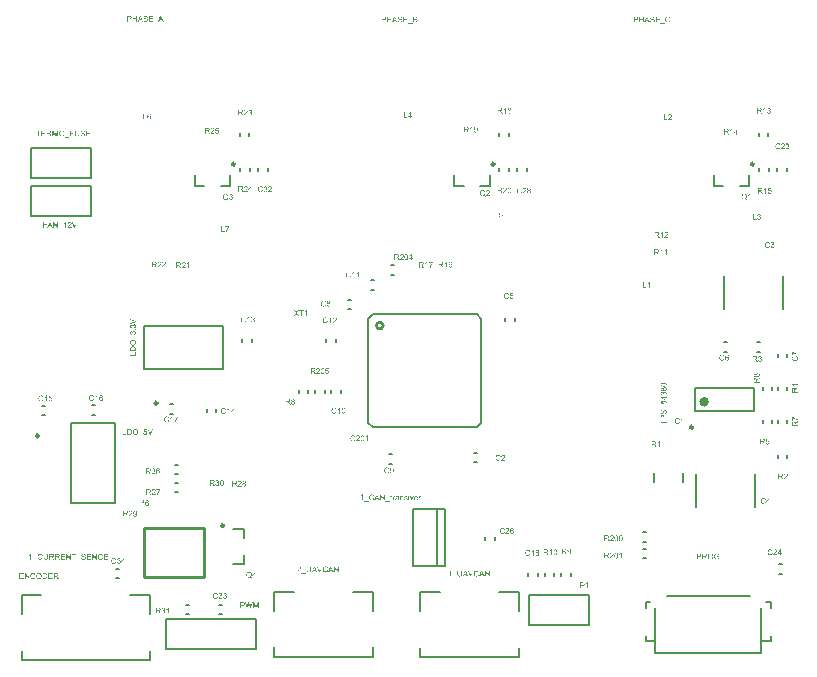
<source format=gto>
G04*
G04 #@! TF.GenerationSoftware,Altium Limited,Altium Designer,18.0.12 (696)*
G04*
G04 Layer_Color=65535*
%FSLAX25Y25*%
%MOIN*%
G70*
G01*
G75*
%ADD10C,0.00984*%
%ADD11C,0.01575*%
%ADD12C,0.00394*%
%ADD13C,0.01000*%
%ADD14C,0.00787*%
%ADD15C,0.00591*%
%ADD16C,0.00600*%
%ADD17C,0.00800*%
G36*
X490050Y213147D02*
X490075Y213144D01*
X490105Y213142D01*
X490136Y213139D01*
X490172Y213131D01*
X490247Y213114D01*
X490330Y213089D01*
X490371Y213072D01*
X490410Y213053D01*
X490449Y213028D01*
X490488Y213003D01*
X490490Y213000D01*
X490496Y212998D01*
X490507Y212989D01*
X490521Y212976D01*
X490535Y212962D01*
X490554Y212942D01*
X490574Y212920D01*
X490596Y212898D01*
X490618Y212870D01*
X490640Y212837D01*
X490665Y212804D01*
X490687Y212768D01*
X490707Y212726D01*
X490729Y212685D01*
X490745Y212640D01*
X490762Y212591D01*
X490513Y212532D01*
Y212535D01*
X490510Y212541D01*
X490504Y212552D01*
X490499Y212566D01*
X490493Y212582D01*
X490485Y212604D01*
X490463Y212649D01*
X490435Y212699D01*
X490402Y212748D01*
X490360Y212795D01*
X490316Y212837D01*
X490310Y212843D01*
X490294Y212854D01*
X490266Y212867D01*
X490230Y212887D01*
X490183Y212903D01*
X490130Y212920D01*
X490067Y212931D01*
X489997Y212934D01*
X489975D01*
X489961Y212931D01*
X489942D01*
X489920Y212929D01*
X489867Y212920D01*
X489809Y212909D01*
X489748Y212890D01*
X489684Y212862D01*
X489626Y212826D01*
X489623D01*
X489621Y212820D01*
X489601Y212807D01*
X489576Y212784D01*
X489546Y212751D01*
X489510Y212710D01*
X489477Y212663D01*
X489446Y212604D01*
X489419Y212541D01*
Y212538D01*
X489416Y212532D01*
X489413Y212524D01*
X489410Y212510D01*
X489405Y212494D01*
X489399Y212474D01*
X489391Y212427D01*
X489380Y212372D01*
X489369Y212311D01*
X489363Y212244D01*
X489360Y212172D01*
Y212170D01*
Y212161D01*
Y212147D01*
Y212131D01*
X489363Y212111D01*
Y212086D01*
X489366Y212059D01*
X489369Y212028D01*
X489377Y211962D01*
X489391Y211890D01*
X489407Y211818D01*
X489430Y211746D01*
Y211743D01*
X489432Y211737D01*
X489438Y211729D01*
X489443Y211715D01*
X489460Y211682D01*
X489485Y211643D01*
X489515Y211599D01*
X489554Y211552D01*
X489599Y211510D01*
X489651Y211472D01*
X489654D01*
X489660Y211469D01*
X489668Y211463D01*
X489679Y211458D01*
X489693Y211452D01*
X489709Y211444D01*
X489748Y211427D01*
X489798Y211410D01*
X489853Y211397D01*
X489914Y211386D01*
X489978Y211383D01*
X489997D01*
X490014Y211386D01*
X490033D01*
X490053Y211388D01*
X490103Y211399D01*
X490161Y211413D01*
X490219Y211435D01*
X490280Y211466D01*
X490310Y211483D01*
X490338Y211505D01*
X490341Y211508D01*
X490344Y211510D01*
X490352Y211519D01*
X490363Y211527D01*
X490374Y211541D01*
X490388Y211557D01*
X490405Y211574D01*
X490418Y211596D01*
X490435Y211621D01*
X490454Y211649D01*
X490471Y211676D01*
X490488Y211710D01*
X490502Y211746D01*
X490516Y211785D01*
X490529Y211826D01*
X490540Y211870D01*
X490795Y211807D01*
Y211804D01*
X490793Y211793D01*
X490787Y211776D01*
X490779Y211754D01*
X490770Y211729D01*
X490759Y211699D01*
X490745Y211665D01*
X490729Y211629D01*
X490690Y211552D01*
X490640Y211474D01*
X490610Y211435D01*
X490579Y211397D01*
X490546Y211363D01*
X490507Y211330D01*
X490504Y211327D01*
X490499Y211322D01*
X490485Y211316D01*
X490471Y211305D01*
X490449Y211291D01*
X490427Y211278D01*
X490396Y211264D01*
X490366Y211250D01*
X490330Y211233D01*
X490291Y211219D01*
X490249Y211206D01*
X490205Y211192D01*
X490158Y211181D01*
X490108Y211175D01*
X490056Y211170D01*
X490000Y211167D01*
X489970D01*
X489948Y211170D01*
X489923D01*
X489892Y211172D01*
X489859Y211178D01*
X489820Y211183D01*
X489740Y211197D01*
X489657Y211219D01*
X489574Y211250D01*
X489535Y211269D01*
X489496Y211291D01*
X489493Y211294D01*
X489488Y211297D01*
X489477Y211305D01*
X489466Y211316D01*
X489449Y211327D01*
X489430Y211344D01*
X489407Y211363D01*
X489385Y211386D01*
X489363Y211410D01*
X489338Y211435D01*
X489288Y211499D01*
X489241Y211574D01*
X489200Y211657D01*
Y211660D01*
X489194Y211668D01*
X489191Y211682D01*
X489183Y211699D01*
X489178Y211721D01*
X489169Y211749D01*
X489158Y211779D01*
X489150Y211812D01*
X489142Y211848D01*
X489130Y211890D01*
X489117Y211976D01*
X489106Y212073D01*
X489100Y212172D01*
Y212175D01*
Y212186D01*
Y212203D01*
X489103Y212222D01*
Y212250D01*
X489106Y212278D01*
X489108Y212314D01*
X489114Y212350D01*
X489128Y212430D01*
X489147Y212519D01*
X489175Y212607D01*
X489214Y212693D01*
X489216Y212696D01*
X489219Y212704D01*
X489225Y212715D01*
X489236Y212729D01*
X489247Y212748D01*
X489261Y212771D01*
X489297Y212820D01*
X489344Y212876D01*
X489399Y212931D01*
X489463Y212987D01*
X489538Y213034D01*
X489540Y213036D01*
X489549Y213039D01*
X489560Y213045D01*
X489574Y213053D01*
X489596Y213061D01*
X489618Y213070D01*
X489646Y213081D01*
X489676Y213092D01*
X489709Y213103D01*
X489745Y213114D01*
X489823Y213131D01*
X489912Y213144D01*
X490003Y213150D01*
X490031D01*
X490050Y213147D01*
D02*
G37*
G36*
X491898Y211200D02*
X491662D01*
Y212699D01*
X491659Y212696D01*
X491646Y212685D01*
X491629Y212668D01*
X491601Y212649D01*
X491571Y212624D01*
X491532Y212596D01*
X491488Y212566D01*
X491438Y212535D01*
X491435D01*
X491432Y212532D01*
X491416Y212521D01*
X491388Y212507D01*
X491355Y212491D01*
X491316Y212471D01*
X491274Y212452D01*
X491233Y212433D01*
X491191Y212416D01*
Y212643D01*
X491194D01*
X491200Y212649D01*
X491211Y212651D01*
X491225Y212660D01*
X491241Y212668D01*
X491261Y212679D01*
X491308Y212707D01*
X491363Y212737D01*
X491419Y212776D01*
X491477Y212820D01*
X491535Y212867D01*
X491538Y212870D01*
X491540Y212873D01*
X491549Y212881D01*
X491560Y212890D01*
X491585Y212917D01*
X491618Y212951D01*
X491651Y212989D01*
X491687Y213034D01*
X491718Y213078D01*
X491745Y213125D01*
X491898D01*
Y211200D01*
D02*
G37*
G36*
X434819Y176422D02*
X434838D01*
X434861Y176420D01*
X434913Y176409D01*
X434971Y176395D01*
X435032Y176373D01*
X435093Y176339D01*
X435124Y176320D01*
X435151Y176298D01*
X435154Y176295D01*
X435157Y176292D01*
X435165Y176284D01*
X435174Y176276D01*
X435187Y176262D01*
X435198Y176245D01*
X435229Y176206D01*
X435259Y176156D01*
X435287Y176095D01*
X435312Y176026D01*
X435329Y175949D01*
X435093Y175929D01*
Y175932D01*
X435090Y175935D01*
X435088Y175952D01*
X435079Y175976D01*
X435068Y176007D01*
X435057Y176040D01*
X435041Y176073D01*
X435021Y176104D01*
X435002Y176129D01*
X434996Y176134D01*
X434985Y176145D01*
X434966Y176162D01*
X434938Y176181D01*
X434902Y176198D01*
X434863Y176215D01*
X434816Y176226D01*
X434766Y176231D01*
X434747D01*
X434725Y176228D01*
X434700Y176223D01*
X434667Y176215D01*
X434633Y176204D01*
X434600Y176190D01*
X434567Y176168D01*
X434561Y176165D01*
X434548Y176154D01*
X434528Y176134D01*
X434503Y176107D01*
X434476Y176073D01*
X434445Y176035D01*
X434417Y175985D01*
X434390Y175929D01*
Y175926D01*
X434387Y175921D01*
X434384Y175913D01*
X434379Y175902D01*
X434376Y175885D01*
X434370Y175866D01*
X434365Y175844D01*
X434359Y175816D01*
X434351Y175785D01*
X434345Y175752D01*
X434340Y175716D01*
X434337Y175677D01*
X434332Y175633D01*
X434329Y175589D01*
X434326Y175539D01*
Y175489D01*
X434329Y175492D01*
X434340Y175508D01*
X434359Y175530D01*
X434384Y175558D01*
X434412Y175591D01*
X434448Y175622D01*
X434487Y175652D01*
X434531Y175680D01*
X434534D01*
X434536Y175683D01*
X434553Y175691D01*
X434578Y175699D01*
X434611Y175713D01*
X434650Y175724D01*
X434694Y175733D01*
X434741Y175741D01*
X434791Y175744D01*
X434813D01*
X434830Y175741D01*
X434852Y175738D01*
X434874Y175735D01*
X434902Y175730D01*
X434930Y175722D01*
X434994Y175702D01*
X435027Y175688D01*
X435060Y175669D01*
X435093Y175649D01*
X435129Y175627D01*
X435162Y175600D01*
X435193Y175569D01*
X435196Y175566D01*
X435201Y175561D01*
X435210Y175553D01*
X435218Y175539D01*
X435232Y175519D01*
X435246Y175500D01*
X435259Y175475D01*
X435276Y175447D01*
X435293Y175417D01*
X435307Y175384D01*
X435320Y175345D01*
X435334Y175306D01*
X435343Y175265D01*
X435351Y175217D01*
X435356Y175170D01*
X435359Y175120D01*
Y175118D01*
Y175112D01*
Y175104D01*
Y175090D01*
X435356Y175073D01*
Y175057D01*
X435348Y175012D01*
X435340Y174960D01*
X435326Y174904D01*
X435307Y174844D01*
X435279Y174785D01*
Y174783D01*
X435276Y174780D01*
X435271Y174771D01*
X435265Y174760D01*
X435248Y174733D01*
X435223Y174697D01*
X435193Y174658D01*
X435157Y174619D01*
X435113Y174580D01*
X435066Y174547D01*
X435063D01*
X435060Y174544D01*
X435052Y174539D01*
X435041Y174536D01*
X435013Y174522D01*
X434977Y174508D01*
X434930Y174492D01*
X434877Y174481D01*
X434819Y174469D01*
X434755Y174467D01*
X434741D01*
X434728Y174469D01*
X434705D01*
X434681Y174472D01*
X434653Y174478D01*
X434620Y174486D01*
X434586Y174495D01*
X434548Y174505D01*
X434509Y174519D01*
X434470Y174536D01*
X434428Y174558D01*
X434390Y174583D01*
X434351Y174611D01*
X434312Y174644D01*
X434276Y174683D01*
X434273Y174686D01*
X434268Y174694D01*
X434260Y174705D01*
X434248Y174724D01*
X434232Y174749D01*
X434218Y174777D01*
X434201Y174813D01*
X434185Y174852D01*
X434165Y174899D01*
X434149Y174952D01*
X434135Y175010D01*
X434121Y175073D01*
X434107Y175145D01*
X434099Y175223D01*
X434093Y175306D01*
X434091Y175395D01*
Y175398D01*
Y175400D01*
Y175409D01*
Y175420D01*
X434093Y175447D01*
Y175486D01*
X434096Y175530D01*
X434102Y175583D01*
X434107Y175641D01*
X434115Y175705D01*
X434127Y175769D01*
X434140Y175838D01*
X434157Y175904D01*
X434176Y175971D01*
X434201Y176035D01*
X434229Y176095D01*
X434260Y176154D01*
X434296Y176204D01*
X434298Y176206D01*
X434304Y176212D01*
X434315Y176223D01*
X434329Y176240D01*
X434345Y176256D01*
X434368Y176273D01*
X434395Y176295D01*
X434423Y176314D01*
X434456Y176334D01*
X434492Y176356D01*
X434534Y176373D01*
X434575Y176392D01*
X434622Y176406D01*
X434672Y176417D01*
X434725Y176422D01*
X434780Y176425D01*
X434802D01*
X434819Y176422D01*
D02*
G37*
G36*
X431650Y176447D02*
X431675Y176444D01*
X431706Y176442D01*
X431736Y176439D01*
X431772Y176431D01*
X431847Y176414D01*
X431930Y176389D01*
X431971Y176373D01*
X432010Y176353D01*
X432049Y176328D01*
X432088Y176303D01*
X432091Y176301D01*
X432096Y176298D01*
X432107Y176289D01*
X432121Y176276D01*
X432135Y176262D01*
X432154Y176242D01*
X432174Y176220D01*
X432196Y176198D01*
X432218Y176170D01*
X432240Y176137D01*
X432265Y176104D01*
X432287Y176068D01*
X432307Y176026D01*
X432329Y175985D01*
X432345Y175940D01*
X432362Y175891D01*
X432113Y175832D01*
Y175835D01*
X432110Y175841D01*
X432104Y175852D01*
X432099Y175866D01*
X432093Y175882D01*
X432085Y175904D01*
X432063Y175949D01*
X432035Y175999D01*
X432002Y176048D01*
X431960Y176095D01*
X431916Y176137D01*
X431911Y176143D01*
X431894Y176154D01*
X431866Y176168D01*
X431830Y176187D01*
X431783Y176204D01*
X431730Y176220D01*
X431667Y176231D01*
X431598Y176234D01*
X431575D01*
X431562Y176231D01*
X431542D01*
X431520Y176228D01*
X431467Y176220D01*
X431409Y176209D01*
X431348Y176190D01*
X431285Y176162D01*
X431226Y176126D01*
X431223D01*
X431221Y176120D01*
X431201Y176107D01*
X431176Y176084D01*
X431146Y176051D01*
X431110Y176010D01*
X431077Y175963D01*
X431046Y175904D01*
X431018Y175841D01*
Y175838D01*
X431016Y175832D01*
X431013Y175824D01*
X431010Y175810D01*
X431005Y175794D01*
X430999Y175774D01*
X430991Y175727D01*
X430980Y175672D01*
X430969Y175611D01*
X430963Y175544D01*
X430960Y175472D01*
Y175470D01*
Y175461D01*
Y175447D01*
Y175431D01*
X430963Y175411D01*
Y175386D01*
X430966Y175359D01*
X430969Y175328D01*
X430977Y175262D01*
X430991Y175190D01*
X431007Y175118D01*
X431030Y175046D01*
Y175043D01*
X431032Y175037D01*
X431038Y175029D01*
X431043Y175015D01*
X431060Y174982D01*
X431085Y174943D01*
X431115Y174899D01*
X431154Y174852D01*
X431199Y174810D01*
X431251Y174771D01*
X431254D01*
X431259Y174769D01*
X431268Y174763D01*
X431279Y174758D01*
X431293Y174752D01*
X431309Y174744D01*
X431348Y174727D01*
X431398Y174711D01*
X431453Y174697D01*
X431514Y174686D01*
X431578Y174683D01*
X431598D01*
X431614Y174686D01*
X431634D01*
X431653Y174688D01*
X431703Y174699D01*
X431761Y174713D01*
X431819Y174735D01*
X431880Y174766D01*
X431911Y174783D01*
X431938Y174805D01*
X431941Y174808D01*
X431944Y174810D01*
X431952Y174819D01*
X431963Y174827D01*
X431974Y174841D01*
X431988Y174857D01*
X432005Y174874D01*
X432019Y174896D01*
X432035Y174921D01*
X432055Y174949D01*
X432071Y174976D01*
X432088Y175010D01*
X432102Y175046D01*
X432116Y175084D01*
X432129Y175126D01*
X432140Y175170D01*
X432395Y175107D01*
Y175104D01*
X432393Y175093D01*
X432387Y175076D01*
X432379Y175054D01*
X432370Y175029D01*
X432359Y174999D01*
X432345Y174965D01*
X432329Y174929D01*
X432290Y174852D01*
X432240Y174774D01*
X432210Y174735D01*
X432179Y174697D01*
X432146Y174663D01*
X432107Y174630D01*
X432104Y174627D01*
X432099Y174622D01*
X432085Y174616D01*
X432071Y174605D01*
X432049Y174591D01*
X432027Y174578D01*
X431996Y174564D01*
X431966Y174550D01*
X431930Y174533D01*
X431891Y174519D01*
X431849Y174505D01*
X431805Y174492D01*
X431758Y174481D01*
X431708Y174475D01*
X431656Y174469D01*
X431600Y174467D01*
X431570D01*
X431548Y174469D01*
X431523D01*
X431492Y174472D01*
X431459Y174478D01*
X431420Y174483D01*
X431340Y174497D01*
X431257Y174519D01*
X431174Y174550D01*
X431135Y174569D01*
X431096Y174591D01*
X431093Y174594D01*
X431088Y174597D01*
X431077Y174605D01*
X431066Y174616D01*
X431049Y174627D01*
X431030Y174644D01*
X431007Y174663D01*
X430985Y174686D01*
X430963Y174711D01*
X430938Y174735D01*
X430888Y174799D01*
X430841Y174874D01*
X430800Y174957D01*
Y174960D01*
X430794Y174968D01*
X430791Y174982D01*
X430783Y174999D01*
X430778Y175021D01*
X430769Y175048D01*
X430758Y175079D01*
X430750Y175112D01*
X430742Y175148D01*
X430730Y175190D01*
X430717Y175276D01*
X430705Y175373D01*
X430700Y175472D01*
Y175475D01*
Y175486D01*
Y175503D01*
X430703Y175522D01*
Y175550D01*
X430705Y175577D01*
X430708Y175613D01*
X430714Y175649D01*
X430728Y175730D01*
X430747Y175819D01*
X430775Y175907D01*
X430814Y175993D01*
X430816Y175996D01*
X430819Y176004D01*
X430825Y176015D01*
X430836Y176029D01*
X430847Y176048D01*
X430861Y176071D01*
X430897Y176120D01*
X430944Y176176D01*
X430999Y176231D01*
X431063Y176287D01*
X431138Y176334D01*
X431140Y176337D01*
X431149Y176339D01*
X431160Y176345D01*
X431174Y176353D01*
X431196Y176361D01*
X431218Y176370D01*
X431246Y176381D01*
X431276Y176392D01*
X431309Y176403D01*
X431345Y176414D01*
X431423Y176431D01*
X431512Y176444D01*
X431603Y176450D01*
X431631D01*
X431650Y176447D01*
D02*
G37*
G36*
X433293Y176422D02*
X433315Y176420D01*
X433343Y176417D01*
X433373Y176411D01*
X433403Y176406D01*
X433475Y176386D01*
X433548Y176359D01*
X433584Y176342D01*
X433620Y176323D01*
X433653Y176298D01*
X433683Y176270D01*
X433686Y176267D01*
X433692Y176265D01*
X433697Y176253D01*
X433708Y176242D01*
X433722Y176228D01*
X433736Y176209D01*
X433750Y176190D01*
X433766Y176165D01*
X433794Y176112D01*
X433822Y176046D01*
X433833Y176012D01*
X433838Y175974D01*
X433844Y175935D01*
X433847Y175893D01*
Y175888D01*
Y175874D01*
X433844Y175852D01*
X433841Y175821D01*
X433836Y175788D01*
X433825Y175749D01*
X433813Y175708D01*
X433797Y175666D01*
X433794Y175661D01*
X433789Y175647D01*
X433778Y175625D01*
X433761Y175594D01*
X433739Y175561D01*
X433711Y175519D01*
X433678Y175478D01*
X433639Y175431D01*
X433633Y175425D01*
X433620Y175409D01*
X433606Y175395D01*
X433592Y175381D01*
X433575Y175364D01*
X433553Y175342D01*
X433531Y175320D01*
X433503Y175295D01*
X433475Y175267D01*
X433442Y175237D01*
X433406Y175206D01*
X433367Y175170D01*
X433323Y175134D01*
X433279Y175096D01*
X433276Y175093D01*
X433271Y175087D01*
X433259Y175079D01*
X433246Y175068D01*
X433229Y175051D01*
X433210Y175035D01*
X433165Y174999D01*
X433118Y174957D01*
X433074Y174916D01*
X433035Y174880D01*
X433018Y174866D01*
X433005Y174852D01*
X433002Y174849D01*
X432994Y174841D01*
X432982Y174830D01*
X432969Y174813D01*
X432955Y174794D01*
X432938Y174774D01*
X432905Y174727D01*
X433849D01*
Y174500D01*
X432578D01*
Y174503D01*
Y174514D01*
Y174530D01*
X432581Y174553D01*
X432584Y174578D01*
X432589Y174605D01*
X432595Y174633D01*
X432606Y174663D01*
Y174666D01*
X432609Y174669D01*
X432614Y174686D01*
X432625Y174711D01*
X432642Y174744D01*
X432664Y174783D01*
X432692Y174827D01*
X432722Y174871D01*
X432761Y174918D01*
Y174921D01*
X432766Y174924D01*
X432780Y174940D01*
X432805Y174965D01*
X432841Y175001D01*
X432883Y175043D01*
X432935Y175093D01*
X432999Y175148D01*
X433068Y175206D01*
X433071Y175209D01*
X433082Y175217D01*
X433099Y175231D01*
X433118Y175248D01*
X433143Y175270D01*
X433174Y175295D01*
X433204Y175323D01*
X433240Y175353D01*
X433309Y175420D01*
X433379Y175486D01*
X433412Y175519D01*
X433442Y175553D01*
X433470Y175583D01*
X433492Y175613D01*
Y175616D01*
X433498Y175619D01*
X433503Y175627D01*
X433509Y175638D01*
X433528Y175669D01*
X433550Y175705D01*
X433570Y175749D01*
X433589Y175796D01*
X433600Y175849D01*
X433606Y175899D01*
Y175902D01*
Y175904D01*
X433603Y175921D01*
X433600Y175949D01*
X433592Y175979D01*
X433581Y176018D01*
X433561Y176057D01*
X433536Y176095D01*
X433503Y176134D01*
X433498Y176140D01*
X433484Y176151D01*
X433464Y176165D01*
X433434Y176184D01*
X433395Y176201D01*
X433351Y176217D01*
X433298Y176228D01*
X433240Y176231D01*
X433223D01*
X433212Y176228D01*
X433179Y176226D01*
X433140Y176217D01*
X433099Y176206D01*
X433052Y176187D01*
X433007Y176162D01*
X432966Y176129D01*
X432960Y176123D01*
X432949Y176109D01*
X432933Y176087D01*
X432916Y176054D01*
X432897Y176015D01*
X432880Y175965D01*
X432869Y175910D01*
X432863Y175846D01*
X432622Y175871D01*
Y175874D01*
X432625Y175882D01*
Y175896D01*
X432628Y175916D01*
X432633Y175938D01*
X432639Y175963D01*
X432647Y175993D01*
X432656Y176023D01*
X432678Y176090D01*
X432711Y176156D01*
X432730Y176190D01*
X432755Y176223D01*
X432780Y176253D01*
X432808Y176281D01*
X432811Y176284D01*
X432816Y176287D01*
X432825Y176295D01*
X432838Y176303D01*
X432855Y176314D01*
X432874Y176325D01*
X432897Y176339D01*
X432924Y176353D01*
X432955Y176367D01*
X432988Y176381D01*
X433024Y176392D01*
X433063Y176403D01*
X433104Y176411D01*
X433149Y176420D01*
X433196Y176422D01*
X433246Y176425D01*
X433273D01*
X433293Y176422D01*
D02*
G37*
G36*
X485441Y224858D02*
X485474D01*
X485510Y224855D01*
X485549Y224852D01*
X485638Y224844D01*
X485729Y224830D01*
X485818Y224814D01*
X485860Y224803D01*
X485901Y224789D01*
X485904D01*
X485909Y224786D01*
X485920Y224781D01*
X485934Y224775D01*
X485954Y224769D01*
X485973Y224758D01*
X486020Y224736D01*
X486070Y224708D01*
X486126Y224672D01*
X486175Y224631D01*
X486222Y224581D01*
Y224578D01*
X486228Y224575D01*
X486234Y224567D01*
X486239Y224556D01*
X486247Y224542D01*
X486258Y224528D01*
X486278Y224487D01*
X486297Y224437D01*
X486317Y224379D01*
X486328Y224310D01*
X486333Y224235D01*
Y224207D01*
X486331Y224188D01*
X486328Y224166D01*
X486322Y224138D01*
X486317Y224107D01*
X486308Y224074D01*
X486297Y224041D01*
X486286Y224005D01*
X486270Y223969D01*
X486250Y223933D01*
X486228Y223897D01*
X486200Y223861D01*
X486170Y223828D01*
X486137Y223797D01*
X486134Y223794D01*
X486126Y223789D01*
X486112Y223780D01*
X486090Y223767D01*
X486064Y223753D01*
X486031Y223739D01*
X485992Y223720D01*
X485948Y223703D01*
X485898Y223686D01*
X485840Y223670D01*
X485777Y223653D01*
X485704Y223639D01*
X485627Y223625D01*
X485544Y223617D01*
X485452Y223611D01*
X485355Y223609D01*
X485353D01*
X485342D01*
X485322D01*
X485300D01*
X485270Y223611D01*
X485236D01*
X485200Y223614D01*
X485159Y223617D01*
X485073Y223625D01*
X484981Y223639D01*
X484890Y223656D01*
X484848Y223667D01*
X484807Y223678D01*
X484804D01*
X484799Y223681D01*
X484788Y223686D01*
X484774Y223692D01*
X484754Y223697D01*
X484735Y223709D01*
X484688Y223731D01*
X484638Y223758D01*
X484585Y223794D01*
X484533Y223836D01*
X484488Y223886D01*
Y223888D01*
X484483Y223891D01*
X484477Y223900D01*
X484472Y223911D01*
X484461Y223924D01*
X484452Y223941D01*
X484430Y223983D01*
X484411Y224033D01*
X484391Y224091D01*
X484380Y224160D01*
X484375Y224235D01*
Y224260D01*
X484378Y224290D01*
X484383Y224326D01*
X484391Y224368D01*
X484403Y224412D01*
X484416Y224459D01*
X484439Y224503D01*
Y224506D01*
X484441Y224509D01*
X484450Y224523D01*
X484464Y224545D01*
X484483Y224573D01*
X484511Y224603D01*
X484541Y224636D01*
X484577Y224667D01*
X484619Y224697D01*
X484624Y224700D01*
X484638Y224711D01*
X484663Y224722D01*
X484699Y224742D01*
X484740Y224758D01*
X484788Y224781D01*
X484843Y224800D01*
X484904Y224816D01*
X484907D01*
X484912Y224819D01*
X484921Y224822D01*
X484934Y224825D01*
X484951Y224828D01*
X484970Y224830D01*
X484995Y224836D01*
X485023Y224839D01*
X485053Y224844D01*
X485087Y224847D01*
X485125Y224850D01*
X485164Y224855D01*
X485209Y224858D01*
X485253D01*
X485303Y224861D01*
X485355D01*
X485358D01*
X485369D01*
X485389D01*
X485411D01*
X485441Y224858D01*
D02*
G37*
G36*
X485727Y223373D02*
X485743D01*
X485788Y223365D01*
X485840Y223357D01*
X485896Y223343D01*
X485956Y223323D01*
X486015Y223296D01*
X486018D01*
X486020Y223293D01*
X486028Y223287D01*
X486040Y223282D01*
X486067Y223265D01*
X486103Y223240D01*
X486142Y223210D01*
X486181Y223174D01*
X486220Y223130D01*
X486253Y223082D01*
Y223080D01*
X486256Y223077D01*
X486261Y223069D01*
X486264Y223058D01*
X486278Y223030D01*
X486292Y222994D01*
X486308Y222947D01*
X486319Y222894D01*
X486331Y222836D01*
X486333Y222772D01*
Y222758D01*
X486331Y222744D01*
Y222722D01*
X486328Y222697D01*
X486322Y222670D01*
X486314Y222637D01*
X486306Y222603D01*
X486295Y222565D01*
X486281Y222526D01*
X486264Y222487D01*
X486242Y222445D01*
X486217Y222407D01*
X486189Y222368D01*
X486156Y222329D01*
X486117Y222293D01*
X486114Y222290D01*
X486106Y222285D01*
X486095Y222276D01*
X486076Y222265D01*
X486051Y222249D01*
X486023Y222235D01*
X485987Y222218D01*
X485948Y222202D01*
X485901Y222182D01*
X485849Y222166D01*
X485790Y222152D01*
X485727Y222138D01*
X485655Y222124D01*
X485577Y222116D01*
X485494Y222110D01*
X485405Y222107D01*
X485402D01*
X485400D01*
X485391D01*
X485380D01*
X485353Y222110D01*
X485314D01*
X485270Y222113D01*
X485217Y222118D01*
X485159Y222124D01*
X485095Y222132D01*
X485031Y222143D01*
X484962Y222157D01*
X484896Y222174D01*
X484829Y222193D01*
X484765Y222218D01*
X484704Y222246D01*
X484646Y222276D01*
X484596Y222312D01*
X484594Y222315D01*
X484588Y222321D01*
X484577Y222332D01*
X484560Y222346D01*
X484544Y222362D01*
X484527Y222384D01*
X484505Y222412D01*
X484486Y222440D01*
X484466Y222473D01*
X484444Y222509D01*
X484427Y222551D01*
X484408Y222592D01*
X484394Y222639D01*
X484383Y222689D01*
X484378Y222742D01*
X484375Y222797D01*
Y222819D01*
X484378Y222836D01*
Y222855D01*
X484380Y222878D01*
X484391Y222930D01*
X484405Y222988D01*
X484427Y223049D01*
X484461Y223110D01*
X484480Y223141D01*
X484502Y223168D01*
X484505Y223171D01*
X484508Y223174D01*
X484516Y223182D01*
X484524Y223190D01*
X484538Y223204D01*
X484555Y223215D01*
X484594Y223246D01*
X484644Y223276D01*
X484704Y223304D01*
X484774Y223329D01*
X484851Y223346D01*
X484871Y223110D01*
X484868D01*
X484865Y223107D01*
X484848Y223105D01*
X484824Y223096D01*
X484793Y223085D01*
X484760Y223074D01*
X484727Y223058D01*
X484696Y223038D01*
X484671Y223019D01*
X484666Y223013D01*
X484655Y223002D01*
X484638Y222983D01*
X484619Y222955D01*
X484602Y222919D01*
X484585Y222880D01*
X484574Y222833D01*
X484569Y222783D01*
Y222764D01*
X484572Y222742D01*
X484577Y222717D01*
X484585Y222684D01*
X484596Y222650D01*
X484610Y222617D01*
X484632Y222584D01*
X484635Y222578D01*
X484646Y222565D01*
X484666Y222545D01*
X484693Y222520D01*
X484727Y222493D01*
X484765Y222462D01*
X484815Y222434D01*
X484871Y222407D01*
X484873D01*
X484879Y222404D01*
X484887Y222401D01*
X484898Y222395D01*
X484915Y222393D01*
X484934Y222387D01*
X484957Y222382D01*
X484984Y222376D01*
X485015Y222368D01*
X485048Y222362D01*
X485084Y222357D01*
X485123Y222354D01*
X485167Y222348D01*
X485211Y222346D01*
X485261Y222343D01*
X485311D01*
X485308Y222346D01*
X485292Y222357D01*
X485270Y222376D01*
X485242Y222401D01*
X485209Y222429D01*
X485178Y222465D01*
X485148Y222503D01*
X485120Y222548D01*
Y222551D01*
X485117Y222553D01*
X485109Y222570D01*
X485101Y222595D01*
X485087Y222628D01*
X485076Y222667D01*
X485067Y222711D01*
X485059Y222758D01*
X485056Y222808D01*
Y222830D01*
X485059Y222847D01*
X485062Y222869D01*
X485065Y222891D01*
X485070Y222919D01*
X485078Y222947D01*
X485098Y223010D01*
X485112Y223044D01*
X485131Y223077D01*
X485150Y223110D01*
X485173Y223146D01*
X485200Y223179D01*
X485231Y223210D01*
X485234Y223213D01*
X485239Y223218D01*
X485247Y223226D01*
X485261Y223235D01*
X485281Y223249D01*
X485300Y223263D01*
X485325Y223276D01*
X485353Y223293D01*
X485383Y223310D01*
X485416Y223323D01*
X485455Y223337D01*
X485494Y223351D01*
X485535Y223359D01*
X485583Y223368D01*
X485630Y223373D01*
X485679Y223376D01*
X485682D01*
X485688D01*
X485696D01*
X485710D01*
X485727Y223373D01*
D02*
G37*
G36*
X485777Y221883D02*
X485799Y221880D01*
X485824Y221875D01*
X485851Y221869D01*
X485882Y221864D01*
X485948Y221842D01*
X485984Y221825D01*
X486018Y221808D01*
X486054Y221786D01*
X486090Y221761D01*
X486126Y221733D01*
X486159Y221700D01*
X486162Y221697D01*
X486167Y221692D01*
X486175Y221681D01*
X486186Y221667D01*
X486200Y221650D01*
X486214Y221628D01*
X486231Y221603D01*
X486245Y221573D01*
X486261Y221542D01*
X486278Y221506D01*
X486292Y221470D01*
X486306Y221429D01*
X486317Y221385D01*
X486325Y221337D01*
X486331Y221290D01*
X486333Y221238D01*
Y221213D01*
X486331Y221196D01*
X486328Y221174D01*
X486325Y221149D01*
X486319Y221121D01*
X486314Y221091D01*
X486297Y221024D01*
X486270Y220955D01*
X486253Y220919D01*
X486234Y220886D01*
X486209Y220853D01*
X486184Y220819D01*
X486181Y220817D01*
X486175Y220811D01*
X486167Y220803D01*
X486156Y220794D01*
X486142Y220781D01*
X486123Y220767D01*
X486103Y220750D01*
X486078Y220733D01*
X486051Y220717D01*
X486023Y220700D01*
X485956Y220670D01*
X485879Y220645D01*
X485837Y220637D01*
X485793Y220631D01*
X485763Y220866D01*
X485765D01*
X485771Y220869D01*
X485782Y220872D01*
X485796Y220875D01*
X485813Y220878D01*
X485832Y220883D01*
X485873Y220897D01*
X485923Y220916D01*
X485970Y220941D01*
X486015Y220969D01*
X486054Y221002D01*
X486056Y221008D01*
X486067Y221019D01*
X486081Y221041D01*
X486095Y221069D01*
X486112Y221102D01*
X486126Y221144D01*
X486137Y221191D01*
X486139Y221240D01*
Y221257D01*
X486137Y221268D01*
X486134Y221299D01*
X486126Y221337D01*
X486112Y221382D01*
X486092Y221429D01*
X486064Y221476D01*
X486026Y221520D01*
X486020Y221526D01*
X486004Y221540D01*
X485979Y221556D01*
X485945Y221578D01*
X485904Y221601D01*
X485857Y221617D01*
X485801Y221631D01*
X485741Y221637D01*
X485738D01*
X485732D01*
X485724D01*
X485713Y221634D01*
X485682Y221631D01*
X485646Y221623D01*
X485602Y221612D01*
X485558Y221592D01*
X485513Y221565D01*
X485472Y221529D01*
X485466Y221523D01*
X485455Y221509D01*
X485438Y221487D01*
X485419Y221457D01*
X485400Y221418D01*
X485383Y221371D01*
X485372Y221318D01*
X485366Y221260D01*
Y221235D01*
X485369Y221216D01*
X485372Y221191D01*
X485378Y221163D01*
X485383Y221130D01*
X485391Y221094D01*
X485184Y221121D01*
Y221135D01*
X485186Y221146D01*
Y221182D01*
X485181Y221213D01*
X485175Y221249D01*
X485167Y221290D01*
X485153Y221337D01*
X485134Y221382D01*
X485109Y221429D01*
Y221431D01*
X485106Y221434D01*
X485095Y221448D01*
X485076Y221467D01*
X485051Y221490D01*
X485015Y221512D01*
X484973Y221531D01*
X484926Y221545D01*
X484898Y221551D01*
X484868D01*
X484865D01*
X484862D01*
X484846D01*
X484824Y221545D01*
X484793Y221540D01*
X484760Y221529D01*
X484724Y221515D01*
X484688Y221493D01*
X484655Y221462D01*
X484652Y221459D01*
X484641Y221445D01*
X484627Y221426D01*
X484610Y221401D01*
X484596Y221368D01*
X484583Y221329D01*
X484572Y221285D01*
X484569Y221235D01*
Y221213D01*
X484574Y221188D01*
X484580Y221154D01*
X484591Y221118D01*
X484605Y221082D01*
X484627Y221044D01*
X484655Y221008D01*
X484657Y221005D01*
X484671Y220994D01*
X484691Y220977D01*
X484718Y220958D01*
X484754Y220938D01*
X484799Y220919D01*
X484851Y220902D01*
X484912Y220891D01*
X484871Y220656D01*
X484868D01*
X484860Y220659D01*
X484848Y220661D01*
X484832Y220664D01*
X484812Y220670D01*
X484790Y220678D01*
X484738Y220695D01*
X484677Y220722D01*
X484616Y220756D01*
X484558Y220797D01*
X484505Y220850D01*
X484502Y220853D01*
X484500Y220858D01*
X484494Y220866D01*
X484486Y220878D01*
X484475Y220891D01*
X484464Y220911D01*
X484452Y220930D01*
X484439Y220955D01*
X484416Y221010D01*
X484394Y221074D01*
X484380Y221149D01*
X484375Y221188D01*
Y221257D01*
X484378Y221287D01*
X484383Y221323D01*
X484391Y221368D01*
X484405Y221418D01*
X484422Y221467D01*
X484444Y221517D01*
Y221520D01*
X484447Y221523D01*
X484455Y221540D01*
X484472Y221565D01*
X484491Y221592D01*
X484519Y221625D01*
X484549Y221659D01*
X484585Y221692D01*
X484627Y221720D01*
X484632Y221722D01*
X484646Y221731D01*
X484671Y221742D01*
X484702Y221756D01*
X484738Y221769D01*
X484779Y221781D01*
X484826Y221789D01*
X484873Y221792D01*
X484879D01*
X484896D01*
X484918Y221789D01*
X484948Y221783D01*
X484984Y221775D01*
X485023Y221761D01*
X485062Y221744D01*
X485101Y221722D01*
X485106Y221720D01*
X485117Y221711D01*
X485137Y221695D01*
X485159Y221673D01*
X485184Y221645D01*
X485211Y221612D01*
X485236Y221573D01*
X485261Y221526D01*
Y221529D01*
X485264Y221534D01*
X485267Y221542D01*
X485270Y221553D01*
X485281Y221584D01*
X485297Y221623D01*
X485319Y221667D01*
X485347Y221711D01*
X485383Y221753D01*
X485425Y221792D01*
X485430Y221794D01*
X485447Y221806D01*
X485474Y221822D01*
X485510Y221839D01*
X485555Y221855D01*
X485607Y221872D01*
X485668Y221883D01*
X485735Y221886D01*
X485738D01*
X485746D01*
X485760D01*
X485777Y221883D01*
D02*
G37*
G36*
X485840Y220127D02*
X486300D01*
Y219891D01*
X485840D01*
Y219058D01*
X485624D01*
X484383Y219936D01*
Y220127D01*
X485624D01*
Y220387D01*
X485840D01*
Y220127D01*
D02*
G37*
G36*
X485696Y218916D02*
X485718Y218914D01*
X485743Y218911D01*
X485774Y218905D01*
X485804Y218900D01*
X485876Y218883D01*
X485951Y218855D01*
X485990Y218839D01*
X486026Y218817D01*
X486064Y218794D01*
X486101Y218767D01*
X486103Y218764D01*
X486112Y218759D01*
X486123Y218747D01*
X486137Y218734D01*
X486153Y218714D01*
X486175Y218692D01*
X486195Y218664D01*
X486217Y218634D01*
X486239Y218601D01*
X486258Y218562D01*
X486278Y218520D01*
X486297Y218476D01*
X486311Y218429D01*
X486322Y218376D01*
X486331Y218321D01*
X486333Y218263D01*
Y218238D01*
X486331Y218218D01*
X486328Y218196D01*
X486325Y218171D01*
X486322Y218141D01*
X486314Y218110D01*
X486297Y218041D01*
X486272Y217972D01*
X486256Y217936D01*
X486236Y217900D01*
X486214Y217867D01*
X486189Y217833D01*
X486186Y217830D01*
X486184Y217825D01*
X486173Y217819D01*
X486162Y217808D01*
X486148Y217794D01*
X486131Y217781D01*
X486109Y217764D01*
X486084Y217750D01*
X486059Y217734D01*
X486028Y217717D01*
X485962Y217687D01*
X485885Y217662D01*
X485843Y217653D01*
X485799Y217648D01*
X485779Y217894D01*
X485782D01*
X485788D01*
X485796Y217897D01*
X485810Y217900D01*
X485840Y217908D01*
X485882Y217919D01*
X485923Y217936D01*
X485970Y217958D01*
X486012Y217986D01*
X486051Y218019D01*
X486054Y218024D01*
X486064Y218036D01*
X486078Y218058D01*
X486095Y218088D01*
X486112Y218121D01*
X486126Y218163D01*
X486137Y218210D01*
X486139Y218263D01*
Y218279D01*
X486137Y218290D01*
X486134Y218324D01*
X486123Y218362D01*
X486109Y218409D01*
X486087Y218457D01*
X486054Y218506D01*
X486034Y218529D01*
X486012Y218551D01*
X486009Y218553D01*
X486006Y218556D01*
X485998Y218562D01*
X485990Y218570D01*
X485959Y218589D01*
X485920Y218612D01*
X485873Y218631D01*
X485815Y218651D01*
X485746Y218664D01*
X485710Y218670D01*
X485671D01*
X485668D01*
X485663D01*
X485652D01*
X485638Y218667D01*
X485621D01*
X485602Y218664D01*
X485558Y218656D01*
X485505Y218642D01*
X485452Y218623D01*
X485402Y218595D01*
X485355Y218556D01*
X485353D01*
X485350Y218551D01*
X485336Y218537D01*
X485317Y218512D01*
X485294Y218479D01*
X485275Y218434D01*
X485256Y218385D01*
X485242Y218326D01*
X485236Y218293D01*
Y218240D01*
X485239Y218218D01*
X485242Y218191D01*
X485250Y218157D01*
X485258Y218124D01*
X485272Y218088D01*
X485289Y218052D01*
X485292Y218049D01*
X485297Y218038D01*
X485311Y218022D01*
X485325Y218000D01*
X485344Y217977D01*
X485369Y217955D01*
X485394Y217930D01*
X485425Y217911D01*
X485394Y217689D01*
X484408Y217875D01*
Y218828D01*
X484632D01*
Y218060D01*
X485150Y217958D01*
X485148Y217961D01*
X485145Y217966D01*
X485139Y217975D01*
X485131Y217988D01*
X485123Y218005D01*
X485112Y218024D01*
X485089Y218069D01*
X485067Y218124D01*
X485048Y218185D01*
X485034Y218252D01*
X485029Y218285D01*
Y218346D01*
X485031Y218362D01*
X485034Y218385D01*
X485037Y218409D01*
X485042Y218437D01*
X485051Y218468D01*
X485070Y218534D01*
X485084Y218570D01*
X485103Y218606D01*
X485123Y218642D01*
X485145Y218678D01*
X485173Y218711D01*
X485203Y218745D01*
X485206Y218747D01*
X485211Y218753D01*
X485220Y218761D01*
X485234Y218772D01*
X485253Y218786D01*
X485272Y218800D01*
X485297Y218817D01*
X485325Y218833D01*
X485355Y218847D01*
X485389Y218864D01*
X485428Y218878D01*
X485466Y218891D01*
X485508Y218902D01*
X485555Y218911D01*
X485602Y218916D01*
X485652Y218919D01*
X485655D01*
X485663D01*
X485677D01*
X485696Y218916D01*
D02*
G37*
G36*
X486832Y216005D02*
X486663D01*
Y217565D01*
X486832D01*
Y216005D01*
D02*
G37*
G36*
X485818Y215900D02*
X485857Y215894D01*
X485901Y215883D01*
X485948Y215869D01*
X485998Y215847D01*
X486051Y215817D01*
X486054D01*
X486056Y215814D01*
X486073Y215800D01*
X486098Y215781D01*
X486126Y215753D01*
X486159Y215717D01*
X486195Y215673D01*
X486228Y215623D01*
X486258Y215565D01*
Y215562D01*
X486261Y215556D01*
X486264Y215548D01*
X486270Y215537D01*
X486275Y215520D01*
X486283Y215501D01*
X486295Y215457D01*
X486308Y215404D01*
X486322Y215340D01*
X486331Y215271D01*
X486333Y215196D01*
Y215152D01*
X486331Y215130D01*
Y215105D01*
X486328Y215077D01*
X486325Y215044D01*
X486314Y214975D01*
X486303Y214903D01*
X486283Y214831D01*
X486258Y214761D01*
Y214759D01*
X486256Y214753D01*
X486250Y214745D01*
X486245Y214734D01*
X486228Y214700D01*
X486203Y214662D01*
X486170Y214617D01*
X486131Y214570D01*
X486084Y214526D01*
X486031Y214484D01*
X486028D01*
X486023Y214479D01*
X486015Y214476D01*
X486004Y214468D01*
X485990Y214462D01*
X485973Y214454D01*
X485932Y214435D01*
X485879Y214415D01*
X485821Y214399D01*
X485754Y214387D01*
X485685Y214382D01*
X485663Y214620D01*
X485666D01*
X485668D01*
X485677Y214623D01*
X485688D01*
X485713Y214628D01*
X485749Y214637D01*
X485785Y214648D01*
X485826Y214659D01*
X485865Y214678D01*
X485901Y214698D01*
X485904Y214700D01*
X485915Y214709D01*
X485934Y214723D01*
X485954Y214745D01*
X485979Y214773D01*
X486004Y214803D01*
X486028Y214844D01*
X486051Y214889D01*
Y214892D01*
X486054Y214894D01*
X486056Y214903D01*
X486059Y214911D01*
X486067Y214939D01*
X486078Y214975D01*
X486090Y215019D01*
X486098Y215069D01*
X486103Y215124D01*
X486106Y215185D01*
Y215210D01*
X486103Y215238D01*
X486101Y215271D01*
X486095Y215310D01*
X486090Y215354D01*
X486078Y215399D01*
X486064Y215440D01*
X486062Y215446D01*
X486056Y215459D01*
X486045Y215479D01*
X486034Y215504D01*
X486015Y215529D01*
X485995Y215556D01*
X485973Y215584D01*
X485945Y215606D01*
X485943Y215609D01*
X485932Y215615D01*
X485918Y215623D01*
X485896Y215634D01*
X485873Y215645D01*
X485846Y215653D01*
X485815Y215659D01*
X485782Y215662D01*
X485779D01*
X485765D01*
X485749Y215659D01*
X485727Y215656D01*
X485704Y215648D01*
X485677Y215639D01*
X485649Y215626D01*
X485624Y215606D01*
X485621Y215603D01*
X485613Y215595D01*
X485602Y215584D01*
X485585Y215565D01*
X485569Y215543D01*
X485549Y215512D01*
X485530Y215476D01*
X485513Y215435D01*
X485510Y215432D01*
X485508Y215418D01*
X485499Y215396D01*
X485497Y215382D01*
X485491Y215363D01*
X485483Y215343D01*
X485477Y215318D01*
X485469Y215290D01*
X485461Y215257D01*
X485452Y215224D01*
X485441Y215185D01*
X485430Y215141D01*
X485419Y215094D01*
Y215091D01*
X485416Y215083D01*
X485414Y215069D01*
X485408Y215052D01*
X485402Y215030D01*
X485397Y215005D01*
X485380Y214950D01*
X485361Y214889D01*
X485342Y214825D01*
X485322Y214770D01*
X485311Y214745D01*
X485300Y214723D01*
Y214720D01*
X485297Y214717D01*
X485286Y214700D01*
X485272Y214675D01*
X485250Y214648D01*
X485225Y214615D01*
X485195Y214581D01*
X485159Y214548D01*
X485120Y214520D01*
X485114Y214518D01*
X485101Y214509D01*
X485078Y214498D01*
X485051Y214487D01*
X485015Y214476D01*
X484973Y214465D01*
X484929Y214457D01*
X484882Y214454D01*
X484879D01*
X484876D01*
X484868D01*
X484857D01*
X484829Y214459D01*
X484793Y214465D01*
X484752Y214473D01*
X484704Y214487D01*
X484657Y214507D01*
X484610Y214534D01*
X484608D01*
X484605Y214537D01*
X484588Y214551D01*
X484566Y214570D01*
X484538Y214595D01*
X484508Y214628D01*
X484475Y214670D01*
X484444Y214720D01*
X484416Y214775D01*
Y214778D01*
X484414Y214784D01*
X484411Y214792D01*
X484405Y214803D01*
X484400Y214817D01*
X484394Y214836D01*
X484383Y214878D01*
X484372Y214930D01*
X484361Y214991D01*
X484353Y215055D01*
X484350Y215127D01*
Y215163D01*
X484353Y215182D01*
Y215202D01*
X484358Y215254D01*
X484367Y215313D01*
X484380Y215373D01*
X484397Y215440D01*
X484419Y215501D01*
Y215504D01*
X484422Y215509D01*
X484427Y215518D01*
X484433Y215529D01*
X484447Y215556D01*
X484472Y215592D01*
X484500Y215634D01*
X484536Y215675D01*
X484577Y215714D01*
X484624Y215750D01*
X484627D01*
X484630Y215753D01*
X484638Y215759D01*
X484646Y215764D01*
X484674Y215778D01*
X484710Y215795D01*
X484754Y215814D01*
X484807Y215828D01*
X484862Y215842D01*
X484923Y215847D01*
X484943Y215603D01*
X484940D01*
X484934D01*
X484926Y215601D01*
X484912Y215598D01*
X484882Y215590D01*
X484840Y215579D01*
X484796Y215562D01*
X484752Y215537D01*
X484710Y215507D01*
X484671Y215468D01*
X484668Y215462D01*
X484657Y215448D01*
X484641Y215421D01*
X484624Y215385D01*
X484608Y215337D01*
X484591Y215282D01*
X484580Y215213D01*
X484577Y215135D01*
Y215096D01*
X484580Y215080D01*
X484583Y215058D01*
X484588Y215008D01*
X484599Y214952D01*
X484613Y214897D01*
X484635Y214844D01*
X484649Y214822D01*
X484663Y214800D01*
X484666Y214795D01*
X484677Y214784D01*
X484696Y214767D01*
X484718Y214750D01*
X484749Y214731D01*
X484782Y214714D01*
X484821Y214703D01*
X484865Y214698D01*
X484871D01*
X484882D01*
X484901Y214700D01*
X484923Y214706D01*
X484951Y214714D01*
X484979Y214728D01*
X485006Y214745D01*
X485034Y214770D01*
X485037Y214773D01*
X485045Y214786D01*
X485053Y214797D01*
X485059Y214809D01*
X485067Y214825D01*
X485078Y214844D01*
X485087Y214869D01*
X485098Y214897D01*
X485109Y214928D01*
X485123Y214964D01*
X485134Y215002D01*
X485148Y215047D01*
X485159Y215096D01*
X485173Y215152D01*
Y215155D01*
X485175Y215166D01*
X485178Y215182D01*
X485184Y215202D01*
X485189Y215227D01*
X485197Y215257D01*
X485206Y215288D01*
X485214Y215321D01*
X485234Y215393D01*
X485253Y215462D01*
X485264Y215495D01*
X485275Y215526D01*
X485283Y215554D01*
X485294Y215576D01*
Y215579D01*
X485297Y215584D01*
X485303Y215592D01*
X485308Y215603D01*
X485325Y215634D01*
X485347Y215670D01*
X485378Y215711D01*
X485411Y215753D01*
X485450Y215792D01*
X485491Y215825D01*
X485497Y215828D01*
X485510Y215839D01*
X485535Y215850D01*
X485569Y215867D01*
X485607Y215880D01*
X485655Y215894D01*
X485707Y215903D01*
X485763Y215905D01*
X485765D01*
X485768D01*
X485777D01*
X485788D01*
X485818Y215900D01*
D02*
G37*
G36*
X484981Y214141D02*
X485001Y214138D01*
X485026Y214135D01*
X485053Y214130D01*
X485084Y214124D01*
X485148Y214105D01*
X485181Y214094D01*
X485217Y214077D01*
X485253Y214058D01*
X485286Y214038D01*
X485319Y214014D01*
X485353Y213986D01*
X485355Y213983D01*
X485361Y213978D01*
X485369Y213969D01*
X485378Y213955D01*
X485391Y213939D01*
X485405Y213916D01*
X485422Y213889D01*
X485436Y213858D01*
X485452Y213822D01*
X485469Y213781D01*
X485483Y213737D01*
X485494Y213684D01*
X485505Y213629D01*
X485513Y213567D01*
X485519Y213498D01*
X485522Y213426D01*
Y212936D01*
X486300D01*
Y212681D01*
X484383D01*
Y213468D01*
X484386Y213509D01*
X484389Y213556D01*
X484391Y213606D01*
X484397Y213653D01*
X484403Y213695D01*
Y213701D01*
X484408Y213720D01*
X484414Y213745D01*
X484422Y213778D01*
X484436Y213814D01*
X484452Y213853D01*
X484472Y213894D01*
X484494Y213930D01*
X484497Y213936D01*
X484505Y213947D01*
X484522Y213964D01*
X484541Y213986D01*
X484566Y214011D01*
X484599Y214036D01*
X484635Y214063D01*
X484677Y214086D01*
X484682Y214088D01*
X484696Y214094D01*
X484721Y214105D01*
X484754Y214116D01*
X484793Y214124D01*
X484837Y214135D01*
X484887Y214141D01*
X484940Y214144D01*
X484943D01*
X484951D01*
X484962D01*
X484981Y214141D01*
D02*
G37*
G36*
X484610Y211786D02*
X486300D01*
Y211532D01*
X484610D01*
Y210900D01*
X484383D01*
Y212418D01*
X484610D01*
Y211786D01*
D02*
G37*
G36*
X291993Y167847D02*
X292013D01*
X292065Y167842D01*
X292124Y167833D01*
X292184Y167820D01*
X292251Y167803D01*
X292312Y167781D01*
X292315D01*
X292320Y167778D01*
X292329Y167772D01*
X292340Y167767D01*
X292367Y167753D01*
X292403Y167728D01*
X292445Y167701D01*
X292486Y167665D01*
X292525Y167623D01*
X292561Y167576D01*
Y167573D01*
X292564Y167570D01*
X292569Y167562D01*
X292575Y167554D01*
X292589Y167526D01*
X292605Y167490D01*
X292625Y167446D01*
X292639Y167393D01*
X292653Y167338D01*
X292658Y167277D01*
X292414Y167257D01*
Y167260D01*
Y167266D01*
X292412Y167274D01*
X292409Y167288D01*
X292401Y167318D01*
X292389Y167360D01*
X292373Y167404D01*
X292348Y167448D01*
X292318Y167490D01*
X292279Y167529D01*
X292273Y167532D01*
X292259Y167543D01*
X292232Y167559D01*
X292196Y167576D01*
X292148Y167593D01*
X292093Y167609D01*
X292024Y167620D01*
X291946Y167623D01*
X291908D01*
X291891Y167620D01*
X291869Y167617D01*
X291819Y167612D01*
X291763Y167601D01*
X291708Y167587D01*
X291655Y167565D01*
X291633Y167551D01*
X291611Y167537D01*
X291606Y167534D01*
X291595Y167523D01*
X291578Y167504D01*
X291561Y167482D01*
X291542Y167451D01*
X291525Y167418D01*
X291514Y167379D01*
X291509Y167335D01*
Y167329D01*
Y167318D01*
X291511Y167299D01*
X291517Y167277D01*
X291525Y167249D01*
X291539Y167221D01*
X291556Y167194D01*
X291581Y167166D01*
X291583Y167163D01*
X291597Y167155D01*
X291608Y167147D01*
X291619Y167141D01*
X291636Y167133D01*
X291655Y167122D01*
X291680Y167113D01*
X291708Y167102D01*
X291739Y167091D01*
X291775Y167077D01*
X291813Y167066D01*
X291858Y167052D01*
X291908Y167041D01*
X291963Y167027D01*
X291966D01*
X291977Y167025D01*
X291993Y167022D01*
X292013Y167016D01*
X292038Y167011D01*
X292068Y167002D01*
X292099Y166994D01*
X292132Y166986D01*
X292204Y166966D01*
X292273Y166947D01*
X292306Y166936D01*
X292337Y166925D01*
X292365Y166917D01*
X292387Y166905D01*
X292389D01*
X292395Y166903D01*
X292403Y166897D01*
X292414Y166892D01*
X292445Y166875D01*
X292481Y166853D01*
X292522Y166822D01*
X292564Y166789D01*
X292603Y166750D01*
X292636Y166709D01*
X292639Y166703D01*
X292650Y166690D01*
X292661Y166665D01*
X292678Y166631D01*
X292691Y166593D01*
X292705Y166545D01*
X292714Y166493D01*
X292716Y166437D01*
Y166435D01*
Y166432D01*
Y166423D01*
Y166412D01*
X292711Y166382D01*
X292705Y166343D01*
X292694Y166299D01*
X292680Y166252D01*
X292658Y166202D01*
X292628Y166149D01*
Y166147D01*
X292625Y166144D01*
X292611Y166127D01*
X292592Y166102D01*
X292564Y166075D01*
X292528Y166041D01*
X292484Y166005D01*
X292434Y165972D01*
X292376Y165942D01*
X292373D01*
X292367Y165939D01*
X292359Y165936D01*
X292348Y165930D01*
X292331Y165925D01*
X292312Y165917D01*
X292268Y165905D01*
X292215Y165892D01*
X292151Y165878D01*
X292082Y165869D01*
X292007Y165867D01*
X291963D01*
X291941Y165869D01*
X291916D01*
X291888Y165872D01*
X291855Y165875D01*
X291786Y165886D01*
X291714Y165897D01*
X291642Y165917D01*
X291572Y165942D01*
X291569D01*
X291564Y165944D01*
X291556Y165950D01*
X291545Y165955D01*
X291511Y165972D01*
X291473Y165997D01*
X291428Y166030D01*
X291381Y166069D01*
X291337Y166116D01*
X291295Y166169D01*
Y166172D01*
X291290Y166177D01*
X291287Y166185D01*
X291279Y166196D01*
X291273Y166210D01*
X291265Y166227D01*
X291246Y166268D01*
X291226Y166321D01*
X291210Y166379D01*
X291198Y166446D01*
X291193Y166515D01*
X291431Y166537D01*
Y166534D01*
Y166532D01*
X291434Y166523D01*
Y166512D01*
X291439Y166487D01*
X291448Y166451D01*
X291459Y166415D01*
X291470Y166374D01*
X291489Y166335D01*
X291509Y166299D01*
X291511Y166296D01*
X291520Y166285D01*
X291533Y166266D01*
X291556Y166246D01*
X291583Y166221D01*
X291614Y166196D01*
X291655Y166172D01*
X291700Y166149D01*
X291703D01*
X291705Y166147D01*
X291714Y166144D01*
X291722Y166141D01*
X291750Y166133D01*
X291786Y166122D01*
X291830Y166111D01*
X291880Y166102D01*
X291935Y166097D01*
X291996Y166094D01*
X292021D01*
X292049Y166097D01*
X292082Y166099D01*
X292121Y166105D01*
X292165Y166111D01*
X292209Y166122D01*
X292251Y166135D01*
X292256Y166138D01*
X292270Y166144D01*
X292290Y166155D01*
X292315Y166166D01*
X292340Y166185D01*
X292367Y166205D01*
X292395Y166227D01*
X292417Y166255D01*
X292420Y166257D01*
X292425Y166268D01*
X292434Y166282D01*
X292445Y166304D01*
X292456Y166327D01*
X292464Y166354D01*
X292470Y166385D01*
X292473Y166418D01*
Y166421D01*
Y166435D01*
X292470Y166451D01*
X292467Y166473D01*
X292459Y166496D01*
X292450Y166523D01*
X292437Y166551D01*
X292417Y166576D01*
X292414Y166579D01*
X292406Y166587D01*
X292395Y166598D01*
X292376Y166615D01*
X292354Y166631D01*
X292323Y166651D01*
X292287Y166670D01*
X292245Y166687D01*
X292243Y166690D01*
X292229Y166692D01*
X292207Y166700D01*
X292193Y166703D01*
X292173Y166709D01*
X292154Y166717D01*
X292129Y166723D01*
X292101Y166731D01*
X292068Y166739D01*
X292035Y166748D01*
X291996Y166759D01*
X291952Y166770D01*
X291905Y166781D01*
X291902D01*
X291894Y166784D01*
X291880Y166786D01*
X291863Y166792D01*
X291841Y166797D01*
X291816Y166803D01*
X291761Y166820D01*
X291700Y166839D01*
X291636Y166858D01*
X291581Y166878D01*
X291556Y166889D01*
X291533Y166900D01*
X291531D01*
X291528Y166903D01*
X291511Y166914D01*
X291487Y166928D01*
X291459Y166950D01*
X291425Y166975D01*
X291392Y167005D01*
X291359Y167041D01*
X291331Y167080D01*
X291329Y167086D01*
X291320Y167099D01*
X291309Y167122D01*
X291298Y167149D01*
X291287Y167185D01*
X291276Y167227D01*
X291268Y167271D01*
X291265Y167318D01*
Y167321D01*
Y167324D01*
Y167332D01*
Y167343D01*
X291270Y167371D01*
X291276Y167407D01*
X291284Y167448D01*
X291298Y167496D01*
X291318Y167543D01*
X291345Y167590D01*
Y167593D01*
X291348Y167595D01*
X291362Y167612D01*
X291381Y167634D01*
X291406Y167662D01*
X291439Y167692D01*
X291481Y167725D01*
X291531Y167756D01*
X291586Y167784D01*
X291589D01*
X291595Y167786D01*
X291603Y167789D01*
X291614Y167795D01*
X291628Y167800D01*
X291647Y167806D01*
X291689Y167817D01*
X291741Y167828D01*
X291802Y167839D01*
X291866Y167847D01*
X291938Y167850D01*
X291974D01*
X291993Y167847D01*
D02*
G37*
G36*
X297661D02*
X297686Y167844D01*
X297716Y167842D01*
X297747Y167839D01*
X297783Y167831D01*
X297857Y167814D01*
X297940Y167789D01*
X297982Y167772D01*
X298021Y167753D01*
X298060Y167728D01*
X298098Y167703D01*
X298101Y167701D01*
X298107Y167698D01*
X298118Y167689D01*
X298132Y167676D01*
X298146Y167662D01*
X298165Y167642D01*
X298184Y167620D01*
X298206Y167598D01*
X298229Y167570D01*
X298251Y167537D01*
X298276Y167504D01*
X298298Y167468D01*
X298317Y167426D01*
X298339Y167385D01*
X298356Y167340D01*
X298373Y167290D01*
X298123Y167232D01*
Y167235D01*
X298121Y167241D01*
X298115Y167252D01*
X298110Y167266D01*
X298104Y167282D01*
X298096Y167304D01*
X298074Y167349D01*
X298046Y167399D01*
X298013Y167448D01*
X297971Y167496D01*
X297927Y167537D01*
X297921Y167543D01*
X297904Y167554D01*
X297877Y167568D01*
X297841Y167587D01*
X297794Y167604D01*
X297741Y167620D01*
X297677Y167631D01*
X297608Y167634D01*
X297586D01*
X297572Y167631D01*
X297553D01*
X297531Y167629D01*
X297478Y167620D01*
X297420Y167609D01*
X297359Y167590D01*
X297295Y167562D01*
X297237Y167526D01*
X297234D01*
X297231Y167520D01*
X297212Y167507D01*
X297187Y167484D01*
X297157Y167451D01*
X297121Y167410D01*
X297087Y167363D01*
X297057Y167304D01*
X297029Y167241D01*
Y167238D01*
X297026Y167232D01*
X297024Y167224D01*
X297021Y167210D01*
X297015Y167194D01*
X297010Y167174D01*
X297002Y167127D01*
X296990Y167072D01*
X296979Y167011D01*
X296974Y166944D01*
X296971Y166872D01*
Y166869D01*
Y166861D01*
Y166847D01*
Y166831D01*
X296974Y166811D01*
Y166786D01*
X296977Y166759D01*
X296979Y166728D01*
X296988Y166662D01*
X297002Y166590D01*
X297018Y166518D01*
X297040Y166446D01*
Y166443D01*
X297043Y166437D01*
X297049Y166429D01*
X297054Y166415D01*
X297071Y166382D01*
X297096Y166343D01*
X297126Y166299D01*
X297165Y166252D01*
X297209Y166210D01*
X297262Y166172D01*
X297265D01*
X297270Y166169D01*
X297278Y166163D01*
X297290Y166158D01*
X297304Y166152D01*
X297320Y166144D01*
X297359Y166127D01*
X297409Y166111D01*
X297464Y166097D01*
X297525Y166086D01*
X297589Y166083D01*
X297608D01*
X297625Y166086D01*
X297644D01*
X297663Y166088D01*
X297713Y166099D01*
X297772Y166113D01*
X297830Y166135D01*
X297891Y166166D01*
X297921Y166182D01*
X297949Y166205D01*
X297952Y166208D01*
X297954Y166210D01*
X297963Y166219D01*
X297974Y166227D01*
X297985Y166241D01*
X297999Y166257D01*
X298015Y166274D01*
X298029Y166296D01*
X298046Y166321D01*
X298065Y166349D01*
X298082Y166376D01*
X298098Y166410D01*
X298112Y166446D01*
X298126Y166484D01*
X298140Y166526D01*
X298151Y166570D01*
X298406Y166507D01*
Y166504D01*
X298403Y166493D01*
X298398Y166476D01*
X298389Y166454D01*
X298381Y166429D01*
X298370Y166399D01*
X298356Y166365D01*
X298339Y166329D01*
X298301Y166252D01*
X298251Y166174D01*
X298220Y166135D01*
X298190Y166097D01*
X298157Y166063D01*
X298118Y166030D01*
X298115Y166027D01*
X298110Y166022D01*
X298096Y166016D01*
X298082Y166005D01*
X298060Y165991D01*
X298038Y165978D01*
X298007Y165964D01*
X297977Y165950D01*
X297940Y165933D01*
X297902Y165919D01*
X297860Y165905D01*
X297816Y165892D01*
X297769Y165881D01*
X297719Y165875D01*
X297666Y165869D01*
X297611Y165867D01*
X297581D01*
X297558Y165869D01*
X297533D01*
X297503Y165872D01*
X297470Y165878D01*
X297431Y165883D01*
X297351Y165897D01*
X297267Y165919D01*
X297184Y165950D01*
X297146Y165969D01*
X297107Y165991D01*
X297104Y165994D01*
X297098Y165997D01*
X297087Y166005D01*
X297076Y166016D01*
X297060Y166027D01*
X297040Y166044D01*
X297018Y166063D01*
X296996Y166086D01*
X296974Y166111D01*
X296949Y166135D01*
X296899Y166199D01*
X296852Y166274D01*
X296810Y166357D01*
Y166360D01*
X296805Y166368D01*
X296802Y166382D01*
X296794Y166399D01*
X296788Y166421D01*
X296780Y166448D01*
X296769Y166479D01*
X296761Y166512D01*
X296752Y166548D01*
X296741Y166590D01*
X296727Y166676D01*
X296716Y166773D01*
X296711Y166872D01*
Y166875D01*
Y166886D01*
Y166903D01*
X296713Y166922D01*
Y166950D01*
X296716Y166978D01*
X296719Y167014D01*
X296725Y167050D01*
X296738Y167130D01*
X296758Y167218D01*
X296785Y167307D01*
X296824Y167393D01*
X296827Y167396D01*
X296830Y167404D01*
X296835Y167415D01*
X296846Y167429D01*
X296858Y167448D01*
X296871Y167471D01*
X296907Y167520D01*
X296954Y167576D01*
X297010Y167631D01*
X297074Y167687D01*
X297148Y167734D01*
X297151Y167736D01*
X297159Y167739D01*
X297170Y167745D01*
X297184Y167753D01*
X297206Y167761D01*
X297229Y167770D01*
X297256Y167781D01*
X297287Y167792D01*
X297320Y167803D01*
X297356Y167814D01*
X297434Y167831D01*
X297522Y167844D01*
X297614Y167850D01*
X297641D01*
X297661Y167847D01*
D02*
G37*
G36*
X277573D02*
X277598Y167844D01*
X277628Y167842D01*
X277659Y167839D01*
X277695Y167831D01*
X277769Y167814D01*
X277853Y167789D01*
X277894Y167772D01*
X277933Y167753D01*
X277972Y167728D01*
X278010Y167703D01*
X278013Y167701D01*
X278019Y167698D01*
X278030Y167689D01*
X278044Y167676D01*
X278058Y167662D01*
X278077Y167642D01*
X278096Y167620D01*
X278118Y167598D01*
X278141Y167570D01*
X278163Y167537D01*
X278188Y167504D01*
X278210Y167468D01*
X278229Y167426D01*
X278251Y167385D01*
X278268Y167340D01*
X278285Y167290D01*
X278035Y167232D01*
Y167235D01*
X278033Y167241D01*
X278027Y167252D01*
X278022Y167266D01*
X278016Y167282D01*
X278008Y167304D01*
X277986Y167349D01*
X277958Y167399D01*
X277924Y167448D01*
X277883Y167496D01*
X277839Y167537D01*
X277833Y167543D01*
X277817Y167554D01*
X277789Y167568D01*
X277753Y167587D01*
X277706Y167604D01*
X277653Y167620D01*
X277589Y167631D01*
X277520Y167634D01*
X277498D01*
X277484Y167631D01*
X277465D01*
X277443Y167629D01*
X277390Y167620D01*
X277332Y167609D01*
X277271Y167590D01*
X277207Y167562D01*
X277149Y167526D01*
X277146D01*
X277143Y167520D01*
X277124Y167507D01*
X277099Y167484D01*
X277069Y167451D01*
X277033Y167410D01*
X276999Y167363D01*
X276969Y167304D01*
X276941Y167241D01*
Y167238D01*
X276938Y167232D01*
X276936Y167224D01*
X276933Y167210D01*
X276927Y167194D01*
X276922Y167174D01*
X276913Y167127D01*
X276902Y167072D01*
X276891Y167011D01*
X276886Y166944D01*
X276883Y166872D01*
Y166869D01*
Y166861D01*
Y166847D01*
Y166831D01*
X276886Y166811D01*
Y166786D01*
X276888Y166759D01*
X276891Y166728D01*
X276900Y166662D01*
X276913Y166590D01*
X276930Y166518D01*
X276952Y166446D01*
Y166443D01*
X276955Y166437D01*
X276961Y166429D01*
X276966Y166415D01*
X276983Y166382D01*
X277008Y166343D01*
X277038Y166299D01*
X277077Y166252D01*
X277121Y166210D01*
X277174Y166172D01*
X277177D01*
X277182Y166169D01*
X277190Y166163D01*
X277202Y166158D01*
X277215Y166152D01*
X277232Y166144D01*
X277271Y166127D01*
X277321Y166111D01*
X277376Y166097D01*
X277437Y166086D01*
X277501Y166083D01*
X277520D01*
X277537Y166086D01*
X277556D01*
X277575Y166088D01*
X277625Y166099D01*
X277683Y166113D01*
X277742Y166135D01*
X277803Y166166D01*
X277833Y166182D01*
X277861Y166205D01*
X277864Y166208D01*
X277866Y166210D01*
X277875Y166219D01*
X277886Y166227D01*
X277897Y166241D01*
X277911Y166257D01*
X277927Y166274D01*
X277941Y166296D01*
X277958Y166321D01*
X277977Y166349D01*
X277994Y166376D01*
X278010Y166410D01*
X278024Y166446D01*
X278038Y166484D01*
X278052Y166526D01*
X278063Y166570D01*
X278318Y166507D01*
Y166504D01*
X278315Y166493D01*
X278310Y166476D01*
X278301Y166454D01*
X278293Y166429D01*
X278282Y166399D01*
X278268Y166365D01*
X278251Y166329D01*
X278213Y166252D01*
X278163Y166174D01*
X278132Y166135D01*
X278102Y166097D01*
X278069Y166063D01*
X278030Y166030D01*
X278027Y166027D01*
X278022Y166022D01*
X278008Y166016D01*
X277994Y166005D01*
X277972Y165991D01*
X277950Y165978D01*
X277919Y165964D01*
X277888Y165950D01*
X277853Y165933D01*
X277814Y165919D01*
X277772Y165905D01*
X277728Y165892D01*
X277681Y165881D01*
X277631Y165875D01*
X277578Y165869D01*
X277523Y165867D01*
X277492D01*
X277470Y165869D01*
X277445D01*
X277415Y165872D01*
X277382Y165878D01*
X277343Y165883D01*
X277262Y165897D01*
X277179Y165919D01*
X277096Y165950D01*
X277058Y165969D01*
X277019Y165991D01*
X277016Y165994D01*
X277010Y165997D01*
X276999Y166005D01*
X276988Y166016D01*
X276972Y166027D01*
X276952Y166044D01*
X276930Y166063D01*
X276908Y166086D01*
X276886Y166111D01*
X276861Y166135D01*
X276811Y166199D01*
X276764Y166274D01*
X276722Y166357D01*
Y166360D01*
X276717Y166368D01*
X276714Y166382D01*
X276706Y166399D01*
X276700Y166421D01*
X276692Y166448D01*
X276681Y166479D01*
X276673Y166512D01*
X276664Y166548D01*
X276653Y166590D01*
X276639Y166676D01*
X276628Y166773D01*
X276623Y166872D01*
Y166875D01*
Y166886D01*
Y166903D01*
X276625Y166922D01*
Y166950D01*
X276628Y166978D01*
X276631Y167014D01*
X276637Y167050D01*
X276650Y167130D01*
X276670Y167218D01*
X276697Y167307D01*
X276736Y167393D01*
X276739Y167396D01*
X276742Y167404D01*
X276747Y167415D01*
X276758Y167429D01*
X276769Y167448D01*
X276783Y167471D01*
X276819Y167520D01*
X276866Y167576D01*
X276922Y167631D01*
X276986Y167687D01*
X277060Y167734D01*
X277063Y167736D01*
X277071Y167739D01*
X277082Y167745D01*
X277096Y167753D01*
X277118Y167761D01*
X277141Y167770D01*
X277168Y167781D01*
X277199Y167792D01*
X277232Y167803D01*
X277268Y167814D01*
X277346Y167831D01*
X277434Y167844D01*
X277526Y167850D01*
X277553D01*
X277573Y167847D01*
D02*
G37*
G36*
X296359Y165900D02*
X296096D01*
X295093Y167404D01*
Y165900D01*
X294849D01*
Y167817D01*
X295110D01*
X296115Y166310D01*
Y167817D01*
X296359D01*
Y165900D01*
D02*
G37*
G36*
X287725D02*
X287462D01*
X286459Y167404D01*
Y165900D01*
X286215D01*
Y167817D01*
X286475D01*
X287481Y166310D01*
Y167817D01*
X287725D01*
Y165900D01*
D02*
G37*
G36*
X280140Y166709D02*
Y166706D01*
Y166695D01*
Y166681D01*
Y166662D01*
X280138Y166637D01*
Y166609D01*
X280135Y166576D01*
X280132Y166543D01*
X280124Y166468D01*
X280113Y166390D01*
X280096Y166315D01*
X280085Y166279D01*
X280074Y166246D01*
Y166244D01*
X280071Y166238D01*
X280066Y166230D01*
X280060Y166219D01*
X280044Y166188D01*
X280019Y166149D01*
X279985Y166105D01*
X279947Y166061D01*
X279897Y166014D01*
X279836Y165972D01*
X279833D01*
X279827Y165966D01*
X279819Y165964D01*
X279805Y165955D01*
X279789Y165947D01*
X279767Y165939D01*
X279744Y165930D01*
X279717Y165919D01*
X279686Y165908D01*
X279653Y165900D01*
X279617Y165892D01*
X279575Y165883D01*
X279534Y165878D01*
X279490Y165872D01*
X279390Y165867D01*
X279365D01*
X279345Y165869D01*
X279323D01*
X279296Y165872D01*
X279265Y165875D01*
X279235Y165878D01*
X279166Y165889D01*
X279091Y165905D01*
X279019Y165928D01*
X278949Y165958D01*
X278947D01*
X278941Y165964D01*
X278933Y165969D01*
X278922Y165975D01*
X278891Y165997D01*
X278855Y166027D01*
X278814Y166066D01*
X278775Y166111D01*
X278736Y166166D01*
X278706Y166227D01*
Y166230D01*
X278703Y166235D01*
X278700Y166246D01*
X278695Y166260D01*
X278689Y166277D01*
X278683Y166299D01*
X278675Y166324D01*
X278670Y166354D01*
X278664Y166387D01*
X278656Y166423D01*
X278650Y166462D01*
X278645Y166504D01*
X278639Y166551D01*
X278636Y166601D01*
X278634Y166653D01*
Y166709D01*
Y167817D01*
X278889D01*
Y166709D01*
Y166706D01*
Y166698D01*
Y166684D01*
Y166667D01*
X278891Y166648D01*
Y166623D01*
X278894Y166570D01*
X278900Y166509D01*
X278908Y166448D01*
X278919Y166390D01*
X278924Y166365D01*
X278933Y166340D01*
X278936Y166335D01*
X278941Y166321D01*
X278955Y166302D01*
X278972Y166274D01*
X278991Y166246D01*
X279019Y166216D01*
X279052Y166185D01*
X279091Y166160D01*
X279096Y166158D01*
X279110Y166149D01*
X279135Y166141D01*
X279168Y166130D01*
X279207Y166116D01*
X279257Y166108D01*
X279310Y166099D01*
X279368Y166097D01*
X279395D01*
X279412Y166099D01*
X279437D01*
X279462Y166102D01*
X279523Y166113D01*
X279589Y166127D01*
X279653Y166149D01*
X279714Y166180D01*
X279742Y166199D01*
X279767Y166221D01*
X279769Y166224D01*
X279772Y166227D01*
X279778Y166235D01*
X279786Y166246D01*
X279794Y166263D01*
X279805Y166279D01*
X279816Y166304D01*
X279827Y166329D01*
X279839Y166360D01*
X279847Y166396D01*
X279858Y166437D01*
X279866Y166482D01*
X279875Y166532D01*
X279880Y166584D01*
X279886Y166645D01*
Y166709D01*
Y167817D01*
X280140D01*
Y166709D01*
D02*
G37*
G36*
X300110Y167590D02*
X298976D01*
Y167005D01*
X300037D01*
Y166778D01*
X298976D01*
Y166127D01*
X300154D01*
Y165900D01*
X298722D01*
Y167817D01*
X300110D01*
Y167590D01*
D02*
G37*
G36*
X294456D02*
X293323D01*
Y167005D01*
X294384D01*
Y166778D01*
X293323D01*
Y166127D01*
X294500D01*
Y165900D01*
X293068D01*
Y167817D01*
X294456D01*
Y167590D01*
D02*
G37*
G36*
X289525D02*
X288894D01*
Y165900D01*
X288639D01*
Y167590D01*
X288007D01*
Y167817D01*
X289525D01*
Y167590D01*
D02*
G37*
G36*
X285822D02*
X284689D01*
Y167005D01*
X285750D01*
Y166778D01*
X284689D01*
Y166127D01*
X285866D01*
Y165900D01*
X284434D01*
Y167817D01*
X285822D01*
Y167590D01*
D02*
G37*
G36*
X283412Y167814D02*
X283437D01*
X283495Y167811D01*
X283556Y167803D01*
X283622Y167795D01*
X283683Y167781D01*
X283714Y167772D01*
X283739Y167764D01*
X283741D01*
X283744Y167761D01*
X283761Y167753D01*
X283786Y167742D01*
X283816Y167723D01*
X283850Y167698D01*
X283886Y167665D01*
X283919Y167626D01*
X283952Y167581D01*
Y167579D01*
X283955Y167576D01*
X283966Y167559D01*
X283977Y167532D01*
X283994Y167496D01*
X284008Y167454D01*
X284021Y167404D01*
X284030Y167351D01*
X284032Y167293D01*
Y167290D01*
Y167285D01*
Y167274D01*
X284030Y167260D01*
Y167241D01*
X284027Y167221D01*
X284016Y167174D01*
X283999Y167119D01*
X283977Y167061D01*
X283944Y167002D01*
X283922Y166975D01*
X283899Y166947D01*
X283897Y166944D01*
X283894Y166941D01*
X283886Y166933D01*
X283875Y166925D01*
X283861Y166914D01*
X283844Y166903D01*
X283822Y166889D01*
X283800Y166872D01*
X283772Y166858D01*
X283741Y166845D01*
X283708Y166828D01*
X283672Y166814D01*
X283631Y166803D01*
X283589Y166789D01*
X283542Y166781D01*
X283492Y166773D01*
X283498Y166770D01*
X283509Y166764D01*
X283525Y166753D01*
X283548Y166742D01*
X283597Y166712D01*
X283622Y166692D01*
X283645Y166676D01*
X283650Y166670D01*
X283664Y166656D01*
X283686Y166634D01*
X283714Y166606D01*
X283744Y166568D01*
X283780Y166526D01*
X283816Y166476D01*
X283855Y166421D01*
X284185Y165900D01*
X283869D01*
X283617Y166299D01*
Y166302D01*
X283611Y166307D01*
X283606Y166315D01*
X283597Y166327D01*
X283578Y166357D01*
X283553Y166396D01*
X283523Y166437D01*
X283492Y166482D01*
X283462Y166523D01*
X283434Y166562D01*
X283431Y166565D01*
X283423Y166576D01*
X283409Y166593D01*
X283390Y166612D01*
X283348Y166653D01*
X283326Y166673D01*
X283304Y166690D01*
X283301Y166692D01*
X283296Y166695D01*
X283284Y166700D01*
X283268Y166709D01*
X283251Y166717D01*
X283232Y166726D01*
X283188Y166739D01*
X283185D01*
X283179Y166742D01*
X283168D01*
X283154Y166745D01*
X283135Y166748D01*
X283113D01*
X283082Y166750D01*
X282755D01*
Y165900D01*
X282501D01*
Y167817D01*
X283390D01*
X283412Y167814D01*
D02*
G37*
G36*
X281478D02*
X281503D01*
X281561Y167811D01*
X281623Y167803D01*
X281689Y167795D01*
X281750Y167781D01*
X281780Y167772D01*
X281805Y167764D01*
X281808D01*
X281811Y167761D01*
X281827Y167753D01*
X281852Y167742D01*
X281883Y167723D01*
X281916Y167698D01*
X281952Y167665D01*
X281985Y167626D01*
X282019Y167581D01*
Y167579D01*
X282021Y167576D01*
X282032Y167559D01*
X282044Y167532D01*
X282060Y167496D01*
X282074Y167454D01*
X282088Y167404D01*
X282096Y167351D01*
X282099Y167293D01*
Y167290D01*
Y167285D01*
Y167274D01*
X282096Y167260D01*
Y167241D01*
X282093Y167221D01*
X282082Y167174D01*
X282066Y167119D01*
X282044Y167061D01*
X282010Y167002D01*
X281988Y166975D01*
X281966Y166947D01*
X281963Y166944D01*
X281960Y166941D01*
X281952Y166933D01*
X281941Y166925D01*
X281927Y166914D01*
X281911Y166903D01*
X281888Y166889D01*
X281866Y166872D01*
X281838Y166858D01*
X281808Y166845D01*
X281775Y166828D01*
X281739Y166814D01*
X281697Y166803D01*
X281656Y166789D01*
X281609Y166781D01*
X281559Y166773D01*
X281564Y166770D01*
X281575Y166764D01*
X281592Y166753D01*
X281614Y166742D01*
X281664Y166712D01*
X281689Y166692D01*
X281711Y166676D01*
X281717Y166670D01*
X281731Y166656D01*
X281753Y166634D01*
X281780Y166606D01*
X281811Y166568D01*
X281847Y166526D01*
X281883Y166476D01*
X281922Y166421D01*
X282251Y165900D01*
X281936D01*
X281683Y166299D01*
Y166302D01*
X281678Y166307D01*
X281672Y166315D01*
X281664Y166327D01*
X281645Y166357D01*
X281620Y166396D01*
X281589Y166437D01*
X281559Y166482D01*
X281528Y166523D01*
X281501Y166562D01*
X281498Y166565D01*
X281489Y166576D01*
X281476Y166593D01*
X281456Y166612D01*
X281415Y166653D01*
X281393Y166673D01*
X281370Y166690D01*
X281368Y166692D01*
X281362Y166695D01*
X281351Y166700D01*
X281334Y166709D01*
X281318Y166717D01*
X281298Y166726D01*
X281254Y166739D01*
X281251D01*
X281246Y166742D01*
X281235D01*
X281221Y166745D01*
X281201Y166748D01*
X281179D01*
X281149Y166750D01*
X280822D01*
Y165900D01*
X280567D01*
Y167817D01*
X281456D01*
X281478Y167814D01*
D02*
G37*
G36*
X274506Y165900D02*
X274271D01*
Y167399D01*
X274268Y167396D01*
X274254Y167385D01*
X274238Y167368D01*
X274210Y167349D01*
X274180Y167324D01*
X274141Y167296D01*
X274096Y167266D01*
X274046Y167235D01*
X274044D01*
X274041Y167232D01*
X274024Y167221D01*
X273997Y167207D01*
X273963Y167191D01*
X273925Y167171D01*
X273883Y167152D01*
X273842Y167133D01*
X273800Y167116D01*
Y167343D01*
X273803D01*
X273808Y167349D01*
X273819Y167351D01*
X273833Y167360D01*
X273850Y167368D01*
X273869Y167379D01*
X273916Y167407D01*
X273972Y167437D01*
X274027Y167476D01*
X274085Y167520D01*
X274144Y167568D01*
X274146Y167570D01*
X274149Y167573D01*
X274157Y167581D01*
X274168Y167590D01*
X274193Y167617D01*
X274227Y167651D01*
X274260Y167689D01*
X274296Y167734D01*
X274326Y167778D01*
X274354Y167825D01*
X274506D01*
Y165900D01*
D02*
G37*
G36*
X291099Y165368D02*
X289539D01*
Y165537D01*
X291099D01*
Y165368D01*
D02*
G37*
G36*
X276517D02*
X274958D01*
Y165537D01*
X276517D01*
Y165368D01*
D02*
G37*
G36*
X312721Y347147D02*
X312741D01*
X312793Y347142D01*
X312852Y347133D01*
X312913Y347120D01*
X312979Y347103D01*
X313040Y347081D01*
X313043D01*
X313048Y347078D01*
X313057Y347073D01*
X313068Y347067D01*
X313095Y347053D01*
X313131Y347028D01*
X313173Y347001D01*
X313214Y346965D01*
X313253Y346923D01*
X313289Y346876D01*
Y346873D01*
X313292Y346870D01*
X313298Y346862D01*
X313303Y346854D01*
X313317Y346826D01*
X313334Y346790D01*
X313353Y346746D01*
X313367Y346693D01*
X313381Y346638D01*
X313386Y346577D01*
X313142Y346557D01*
Y346560D01*
Y346566D01*
X313140Y346574D01*
X313137Y346588D01*
X313129Y346618D01*
X313118Y346660D01*
X313101Y346704D01*
X313076Y346748D01*
X313046Y346790D01*
X313007Y346829D01*
X313001Y346831D01*
X312987Y346843D01*
X312960Y346859D01*
X312924Y346876D01*
X312877Y346892D01*
X312821Y346909D01*
X312752Y346920D01*
X312674Y346923D01*
X312636D01*
X312619Y346920D01*
X312597Y346917D01*
X312547Y346912D01*
X312491Y346901D01*
X312436Y346887D01*
X312384Y346865D01*
X312361Y346851D01*
X312339Y346837D01*
X312334Y346834D01*
X312322Y346823D01*
X312306Y346804D01*
X312289Y346782D01*
X312270Y346751D01*
X312253Y346718D01*
X312242Y346679D01*
X312237Y346635D01*
Y346629D01*
Y346618D01*
X312239Y346599D01*
X312245Y346577D01*
X312253Y346549D01*
X312267Y346521D01*
X312284Y346494D01*
X312309Y346466D01*
X312312Y346463D01*
X312325Y346455D01*
X312336Y346446D01*
X312348Y346441D01*
X312364Y346433D01*
X312384Y346422D01*
X312408Y346413D01*
X312436Y346402D01*
X312467Y346391D01*
X312503Y346377D01*
X312541Y346366D01*
X312586Y346352D01*
X312636Y346341D01*
X312691Y346327D01*
X312694D01*
X312705Y346325D01*
X312721Y346322D01*
X312741Y346316D01*
X312766Y346311D01*
X312796Y346303D01*
X312827Y346294D01*
X312860Y346286D01*
X312932Y346266D01*
X313001Y346247D01*
X313034Y346236D01*
X313065Y346225D01*
X313093Y346217D01*
X313115Y346205D01*
X313118D01*
X313123Y346203D01*
X313131Y346197D01*
X313142Y346192D01*
X313173Y346175D01*
X313209Y346153D01*
X313250Y346122D01*
X313292Y346089D01*
X313331Y346050D01*
X313364Y346009D01*
X313367Y346003D01*
X313378Y345989D01*
X313389Y345965D01*
X313406Y345931D01*
X313420Y345893D01*
X313433Y345845D01*
X313442Y345793D01*
X313444Y345737D01*
Y345735D01*
Y345732D01*
Y345724D01*
Y345712D01*
X313439Y345682D01*
X313433Y345643D01*
X313422Y345599D01*
X313408Y345552D01*
X313386Y345502D01*
X313356Y345449D01*
Y345446D01*
X313353Y345444D01*
X313339Y345427D01*
X313320Y345402D01*
X313292Y345374D01*
X313256Y345341D01*
X313212Y345305D01*
X313162Y345272D01*
X313104Y345242D01*
X313101D01*
X313095Y345239D01*
X313087Y345236D01*
X313076Y345231D01*
X313059Y345225D01*
X313040Y345217D01*
X312996Y345205D01*
X312943Y345192D01*
X312879Y345178D01*
X312810Y345169D01*
X312735Y345167D01*
X312691D01*
X312669Y345169D01*
X312644D01*
X312616Y345172D01*
X312583Y345175D01*
X312514Y345186D01*
X312442Y345197D01*
X312370Y345217D01*
X312300Y345242D01*
X312298D01*
X312292Y345244D01*
X312284Y345250D01*
X312273Y345255D01*
X312239Y345272D01*
X312201Y345297D01*
X312156Y345330D01*
X312109Y345369D01*
X312065Y345416D01*
X312023Y345469D01*
Y345472D01*
X312018Y345477D01*
X312015Y345485D01*
X312007Y345496D01*
X312001Y345510D01*
X311993Y345527D01*
X311974Y345568D01*
X311954Y345621D01*
X311937Y345679D01*
X311926Y345746D01*
X311921Y345815D01*
X312159Y345837D01*
Y345834D01*
Y345832D01*
X312162Y345823D01*
Y345812D01*
X312167Y345787D01*
X312176Y345751D01*
X312187Y345715D01*
X312198Y345674D01*
X312217Y345635D01*
X312237Y345599D01*
X312239Y345596D01*
X312248Y345585D01*
X312262Y345566D01*
X312284Y345546D01*
X312312Y345521D01*
X312342Y345496D01*
X312384Y345472D01*
X312428Y345449D01*
X312431D01*
X312433Y345446D01*
X312442Y345444D01*
X312450Y345441D01*
X312478Y345433D01*
X312514Y345422D01*
X312558Y345410D01*
X312608Y345402D01*
X312663Y345397D01*
X312724Y345394D01*
X312749D01*
X312777Y345397D01*
X312810Y345399D01*
X312849Y345405D01*
X312893Y345410D01*
X312937Y345422D01*
X312979Y345435D01*
X312985Y345438D01*
X312998Y345444D01*
X313018Y345455D01*
X313043Y345466D01*
X313068Y345485D01*
X313095Y345505D01*
X313123Y345527D01*
X313145Y345555D01*
X313148Y345557D01*
X313154Y345568D01*
X313162Y345582D01*
X313173Y345604D01*
X313184Y345627D01*
X313192Y345654D01*
X313198Y345685D01*
X313201Y345718D01*
Y345721D01*
Y345735D01*
X313198Y345751D01*
X313195Y345773D01*
X313187Y345796D01*
X313178Y345823D01*
X313165Y345851D01*
X313145Y345876D01*
X313142Y345879D01*
X313134Y345887D01*
X313123Y345898D01*
X313104Y345915D01*
X313082Y345931D01*
X313051Y345951D01*
X313015Y345970D01*
X312973Y345987D01*
X312971Y345989D01*
X312957Y345992D01*
X312935Y346001D01*
X312921Y346003D01*
X312901Y346009D01*
X312882Y346017D01*
X312857Y346023D01*
X312829Y346031D01*
X312796Y346039D01*
X312763Y346048D01*
X312724Y346059D01*
X312680Y346070D01*
X312633Y346081D01*
X312630D01*
X312622Y346084D01*
X312608Y346086D01*
X312591Y346092D01*
X312569Y346097D01*
X312544Y346103D01*
X312489Y346120D01*
X312428Y346139D01*
X312364Y346158D01*
X312309Y346178D01*
X312284Y346189D01*
X312262Y346200D01*
X312259D01*
X312256Y346203D01*
X312239Y346214D01*
X312214Y346228D01*
X312187Y346250D01*
X312154Y346275D01*
X312120Y346305D01*
X312087Y346341D01*
X312059Y346380D01*
X312057Y346386D01*
X312048Y346399D01*
X312037Y346422D01*
X312026Y346449D01*
X312015Y346485D01*
X312004Y346527D01*
X311996Y346571D01*
X311993Y346618D01*
Y346621D01*
Y346624D01*
Y346632D01*
Y346643D01*
X311999Y346671D01*
X312004Y346707D01*
X312012Y346748D01*
X312026Y346796D01*
X312046Y346843D01*
X312073Y346890D01*
Y346892D01*
X312076Y346895D01*
X312090Y346912D01*
X312109Y346934D01*
X312134Y346962D01*
X312167Y346992D01*
X312209Y347025D01*
X312259Y347056D01*
X312314Y347084D01*
X312317D01*
X312322Y347086D01*
X312331Y347089D01*
X312342Y347095D01*
X312356Y347100D01*
X312375Y347106D01*
X312417Y347117D01*
X312469Y347128D01*
X312530Y347139D01*
X312594Y347147D01*
X312666Y347150D01*
X312702D01*
X312721Y347147D01*
D02*
G37*
G36*
X309796Y345200D02*
X309542D01*
Y346103D01*
X308550D01*
Y345200D01*
X308295D01*
Y347117D01*
X308550D01*
Y346330D01*
X309542D01*
Y347117D01*
X309796D01*
Y345200D01*
D02*
G37*
G36*
X318652D02*
X318364D01*
X318140Y345782D01*
X317336D01*
X317128Y345200D01*
X316860D01*
X317591Y347117D01*
X317868D01*
X318652Y345200D01*
D02*
G37*
G36*
X315184Y346890D02*
X314051D01*
Y346305D01*
X315112D01*
Y346078D01*
X314051D01*
Y345427D01*
X315228D01*
Y345200D01*
X313796D01*
Y347117D01*
X315184D01*
Y346890D01*
D02*
G37*
G36*
X311802Y345200D02*
X311514D01*
X311289Y345782D01*
X310486D01*
X310278Y345200D01*
X310010D01*
X310741Y347117D01*
X311018D01*
X311802Y345200D01*
D02*
G37*
G36*
X307328Y347114D02*
X307375Y347111D01*
X307425Y347109D01*
X307472Y347103D01*
X307514Y347097D01*
X307519D01*
X307539Y347092D01*
X307564Y347086D01*
X307597Y347078D01*
X307633Y347064D01*
X307672Y347048D01*
X307713Y347028D01*
X307749Y347006D01*
X307755Y347003D01*
X307766Y346995D01*
X307783Y346978D01*
X307805Y346959D01*
X307830Y346934D01*
X307855Y346901D01*
X307882Y346865D01*
X307904Y346823D01*
X307907Y346818D01*
X307913Y346804D01*
X307924Y346779D01*
X307935Y346746D01*
X307943Y346707D01*
X307954Y346663D01*
X307960Y346613D01*
X307963Y346560D01*
Y346557D01*
Y346549D01*
Y346538D01*
X307960Y346518D01*
X307957Y346499D01*
X307954Y346474D01*
X307949Y346446D01*
X307943Y346416D01*
X307924Y346352D01*
X307913Y346319D01*
X307896Y346283D01*
X307877Y346247D01*
X307857Y346214D01*
X307832Y346181D01*
X307805Y346147D01*
X307802Y346145D01*
X307796Y346139D01*
X307788Y346131D01*
X307774Y346122D01*
X307758Y346109D01*
X307735Y346095D01*
X307708Y346078D01*
X307677Y346064D01*
X307641Y346048D01*
X307600Y346031D01*
X307555Y346017D01*
X307503Y346006D01*
X307447Y345995D01*
X307386Y345987D01*
X307317Y345981D01*
X307245Y345978D01*
X306755D01*
Y345200D01*
X306500D01*
Y347117D01*
X307287D01*
X307328Y347114D01*
D02*
G37*
G36*
X316890Y344668D02*
X315331D01*
Y344837D01*
X316890D01*
Y344668D01*
D02*
G37*
G36*
X397521Y346947D02*
X397541D01*
X397593Y346942D01*
X397652Y346934D01*
X397713Y346920D01*
X397779Y346903D01*
X397840Y346881D01*
X397843D01*
X397848Y346878D01*
X397857Y346872D01*
X397868Y346867D01*
X397895Y346853D01*
X397931Y346828D01*
X397973Y346800D01*
X398014Y346764D01*
X398053Y346723D01*
X398089Y346676D01*
Y346673D01*
X398092Y346670D01*
X398098Y346662D01*
X398103Y346654D01*
X398117Y346626D01*
X398134Y346590D01*
X398153Y346546D01*
X398167Y346493D01*
X398181Y346438D01*
X398186Y346377D01*
X397942Y346357D01*
Y346360D01*
Y346366D01*
X397940Y346374D01*
X397937Y346388D01*
X397929Y346418D01*
X397918Y346460D01*
X397901Y346504D01*
X397876Y346548D01*
X397846Y346590D01*
X397807Y346629D01*
X397801Y346632D01*
X397787Y346643D01*
X397760Y346659D01*
X397724Y346676D01*
X397676Y346692D01*
X397621Y346709D01*
X397552Y346720D01*
X397474Y346723D01*
X397436D01*
X397419Y346720D01*
X397397Y346717D01*
X397347Y346712D01*
X397291Y346701D01*
X397236Y346687D01*
X397183Y346665D01*
X397161Y346651D01*
X397139Y346637D01*
X397134Y346634D01*
X397123Y346623D01*
X397106Y346604D01*
X397089Y346582D01*
X397070Y346551D01*
X397053Y346518D01*
X397042Y346479D01*
X397037Y346435D01*
Y346429D01*
Y346418D01*
X397039Y346399D01*
X397045Y346377D01*
X397053Y346349D01*
X397067Y346321D01*
X397084Y346294D01*
X397109Y346266D01*
X397112Y346263D01*
X397125Y346255D01*
X397136Y346247D01*
X397147Y346241D01*
X397164Y346233D01*
X397183Y346222D01*
X397208Y346213D01*
X397236Y346202D01*
X397267Y346191D01*
X397303Y346177D01*
X397341Y346166D01*
X397386Y346152D01*
X397436Y346141D01*
X397491Y346127D01*
X397494D01*
X397505Y346125D01*
X397521Y346122D01*
X397541Y346116D01*
X397566Y346111D01*
X397596Y346102D01*
X397627Y346094D01*
X397660Y346086D01*
X397732Y346066D01*
X397801Y346047D01*
X397834Y346036D01*
X397865Y346025D01*
X397893Y346017D01*
X397915Y346006D01*
X397918D01*
X397923Y346003D01*
X397931Y345997D01*
X397942Y345992D01*
X397973Y345975D01*
X398009Y345953D01*
X398050Y345922D01*
X398092Y345889D01*
X398131Y345850D01*
X398164Y345809D01*
X398167Y345803D01*
X398178Y345789D01*
X398189Y345764D01*
X398206Y345731D01*
X398219Y345692D01*
X398233Y345645D01*
X398242Y345593D01*
X398244Y345537D01*
Y345535D01*
Y345532D01*
Y345524D01*
Y345512D01*
X398239Y345482D01*
X398233Y345443D01*
X398222Y345399D01*
X398208Y345352D01*
X398186Y345302D01*
X398156Y345249D01*
Y345247D01*
X398153Y345244D01*
X398139Y345227D01*
X398120Y345202D01*
X398092Y345175D01*
X398056Y345141D01*
X398012Y345105D01*
X397962Y345072D01*
X397904Y345042D01*
X397901D01*
X397895Y345039D01*
X397887Y345036D01*
X397876Y345030D01*
X397859Y345025D01*
X397840Y345017D01*
X397796Y345005D01*
X397743Y344992D01*
X397679Y344978D01*
X397610Y344970D01*
X397535Y344967D01*
X397491D01*
X397469Y344970D01*
X397444D01*
X397416Y344972D01*
X397383Y344975D01*
X397314Y344986D01*
X397242Y344997D01*
X397170Y345017D01*
X397100Y345042D01*
X397098D01*
X397092Y345044D01*
X397084Y345050D01*
X397073Y345055D01*
X397039Y345072D01*
X397001Y345097D01*
X396956Y345130D01*
X396909Y345169D01*
X396865Y345216D01*
X396823Y345269D01*
Y345271D01*
X396818Y345277D01*
X396815Y345285D01*
X396807Y345296D01*
X396801Y345310D01*
X396793Y345327D01*
X396774Y345368D01*
X396754Y345421D01*
X396738Y345479D01*
X396726Y345546D01*
X396721Y345615D01*
X396959Y345637D01*
Y345634D01*
Y345632D01*
X396962Y345623D01*
Y345612D01*
X396967Y345587D01*
X396976Y345551D01*
X396987Y345515D01*
X396998Y345474D01*
X397017Y345435D01*
X397037Y345399D01*
X397039Y345396D01*
X397048Y345385D01*
X397062Y345366D01*
X397084Y345346D01*
X397112Y345321D01*
X397142Y345296D01*
X397183Y345271D01*
X397228Y345249D01*
X397231D01*
X397233Y345247D01*
X397242Y345244D01*
X397250Y345241D01*
X397278Y345233D01*
X397314Y345222D01*
X397358Y345211D01*
X397408Y345202D01*
X397463Y345197D01*
X397524Y345194D01*
X397549D01*
X397577Y345197D01*
X397610Y345199D01*
X397649Y345205D01*
X397693Y345211D01*
X397738Y345222D01*
X397779Y345235D01*
X397785Y345238D01*
X397798Y345244D01*
X397818Y345255D01*
X397843Y345266D01*
X397868Y345285D01*
X397895Y345305D01*
X397923Y345327D01*
X397945Y345355D01*
X397948Y345357D01*
X397954Y345368D01*
X397962Y345382D01*
X397973Y345404D01*
X397984Y345427D01*
X397992Y345454D01*
X397998Y345485D01*
X398001Y345518D01*
Y345521D01*
Y345535D01*
X397998Y345551D01*
X397995Y345573D01*
X397987Y345596D01*
X397978Y345623D01*
X397965Y345651D01*
X397945Y345676D01*
X397942Y345679D01*
X397934Y345687D01*
X397923Y345698D01*
X397904Y345715D01*
X397882Y345731D01*
X397851Y345751D01*
X397815Y345770D01*
X397774Y345787D01*
X397771Y345789D01*
X397757Y345792D01*
X397735Y345800D01*
X397721Y345803D01*
X397702Y345809D01*
X397682Y345817D01*
X397657Y345823D01*
X397629Y345831D01*
X397596Y345839D01*
X397563Y345848D01*
X397524Y345859D01*
X397480Y345870D01*
X397433Y345881D01*
X397430D01*
X397422Y345884D01*
X397408Y345886D01*
X397391Y345892D01*
X397369Y345898D01*
X397344Y345903D01*
X397289Y345920D01*
X397228Y345939D01*
X397164Y345958D01*
X397109Y345978D01*
X397084Y345989D01*
X397062Y346000D01*
X397059D01*
X397056Y346003D01*
X397039Y346014D01*
X397014Y346028D01*
X396987Y346050D01*
X396954Y346075D01*
X396920Y346105D01*
X396887Y346141D01*
X396859Y346180D01*
X396857Y346186D01*
X396848Y346199D01*
X396837Y346222D01*
X396826Y346249D01*
X396815Y346285D01*
X396804Y346327D01*
X396796Y346371D01*
X396793Y346418D01*
Y346421D01*
Y346424D01*
Y346432D01*
Y346443D01*
X396798Y346471D01*
X396804Y346507D01*
X396812Y346548D01*
X396826Y346596D01*
X396846Y346643D01*
X396873Y346690D01*
Y346692D01*
X396876Y346695D01*
X396890Y346712D01*
X396909Y346734D01*
X396934Y346762D01*
X396967Y346792D01*
X397009Y346825D01*
X397059Y346856D01*
X397114Y346884D01*
X397117D01*
X397123Y346886D01*
X397131Y346889D01*
X397142Y346895D01*
X397156Y346900D01*
X397175Y346906D01*
X397217Y346917D01*
X397269Y346928D01*
X397330Y346939D01*
X397394Y346947D01*
X397466Y346950D01*
X397502D01*
X397521Y346947D01*
D02*
G37*
G36*
X394596Y345000D02*
X394341D01*
Y345903D01*
X393350D01*
Y345000D01*
X393095D01*
Y346917D01*
X393350D01*
Y346130D01*
X394341D01*
Y346917D01*
X394596D01*
Y345000D01*
D02*
G37*
G36*
X402632Y346914D02*
X402654D01*
X402704Y346908D01*
X402760Y346903D01*
X402818Y346892D01*
X402876Y346878D01*
X402928Y346859D01*
X402931D01*
X402934Y346856D01*
X402951Y346848D01*
X402976Y346834D01*
X403003Y346814D01*
X403036Y346789D01*
X403073Y346759D01*
X403106Y346720D01*
X403136Y346679D01*
X403139Y346673D01*
X403147Y346656D01*
X403161Y346634D01*
X403175Y346601D01*
X403189Y346562D01*
X403203Y346521D01*
X403211Y346474D01*
X403214Y346427D01*
Y346421D01*
Y346407D01*
X403211Y346382D01*
X403205Y346352D01*
X403197Y346316D01*
X403183Y346277D01*
X403167Y346238D01*
X403145Y346197D01*
X403142Y346191D01*
X403133Y346180D01*
X403117Y346158D01*
X403095Y346136D01*
X403067Y346108D01*
X403034Y346077D01*
X402992Y346050D01*
X402945Y346022D01*
X402948D01*
X402953Y346019D01*
X402962Y346017D01*
X402973Y346011D01*
X403006Y346000D01*
X403045Y345981D01*
X403086Y345956D01*
X403133Y345925D01*
X403175Y345889D01*
X403214Y345845D01*
X403217Y345839D01*
X403228Y345823D01*
X403244Y345798D01*
X403261Y345764D01*
X403277Y345720D01*
X403294Y345673D01*
X403305Y345618D01*
X403308Y345557D01*
Y345554D01*
Y345551D01*
Y345535D01*
X403305Y345507D01*
X403300Y345474D01*
X403294Y345435D01*
X403283Y345393D01*
X403269Y345349D01*
X403250Y345305D01*
X403247Y345299D01*
X403239Y345285D01*
X403228Y345266D01*
X403211Y345238D01*
X403189Y345211D01*
X403167Y345180D01*
X403139Y345150D01*
X403109Y345125D01*
X403106Y345122D01*
X403095Y345114D01*
X403075Y345103D01*
X403050Y345091D01*
X403020Y345075D01*
X402984Y345058D01*
X402945Y345044D01*
X402898Y345030D01*
X402892D01*
X402876Y345025D01*
X402848Y345022D01*
X402812Y345017D01*
X402768Y345011D01*
X402715Y345005D01*
X402657Y345003D01*
X402591Y345000D01*
X401859D01*
Y346917D01*
X402613D01*
X402632Y346914D01*
D02*
G37*
G36*
X399984Y346690D02*
X398851D01*
Y346105D01*
X399912D01*
Y345878D01*
X398851D01*
Y345227D01*
X400028D01*
Y345000D01*
X398596D01*
Y346917D01*
X399984D01*
Y346690D01*
D02*
G37*
G36*
X396602Y345000D02*
X396314D01*
X396089Y345582D01*
X395286D01*
X395078Y345000D01*
X394810D01*
X395541Y346917D01*
X395818D01*
X396602Y345000D01*
D02*
G37*
G36*
X392128Y346914D02*
X392175Y346911D01*
X392225Y346908D01*
X392272Y346903D01*
X392314Y346897D01*
X392319D01*
X392339Y346892D01*
X392364Y346886D01*
X392397Y346878D01*
X392433Y346864D01*
X392472Y346848D01*
X392513Y346828D01*
X392549Y346806D01*
X392555Y346803D01*
X392566Y346795D01*
X392583Y346778D01*
X392605Y346759D01*
X392630Y346734D01*
X392654Y346701D01*
X392682Y346665D01*
X392704Y346623D01*
X392707Y346618D01*
X392713Y346604D01*
X392724Y346579D01*
X392735Y346546D01*
X392743Y346507D01*
X392754Y346463D01*
X392760Y346413D01*
X392763Y346360D01*
Y346357D01*
Y346349D01*
Y346338D01*
X392760Y346319D01*
X392757Y346299D01*
X392754Y346274D01*
X392749Y346247D01*
X392743Y346216D01*
X392724Y346152D01*
X392713Y346119D01*
X392696Y346083D01*
X392677Y346047D01*
X392657Y346014D01*
X392632Y345981D01*
X392605Y345947D01*
X392602Y345945D01*
X392596Y345939D01*
X392588Y345931D01*
X392574Y345922D01*
X392558Y345909D01*
X392535Y345895D01*
X392508Y345878D01*
X392477Y345864D01*
X392441Y345848D01*
X392400Y345831D01*
X392355Y345817D01*
X392303Y345806D01*
X392247Y345795D01*
X392186Y345787D01*
X392117Y345781D01*
X392045Y345778D01*
X391555D01*
Y345000D01*
X391300D01*
Y346917D01*
X392087D01*
X392128Y346914D01*
D02*
G37*
G36*
X401690Y344468D02*
X400131D01*
Y344637D01*
X401690D01*
Y344468D01*
D02*
G37*
G36*
X481621Y346947D02*
X481641D01*
X481693Y346942D01*
X481752Y346934D01*
X481813Y346920D01*
X481879Y346903D01*
X481940Y346881D01*
X481943D01*
X481948Y346878D01*
X481957Y346872D01*
X481968Y346867D01*
X481995Y346853D01*
X482031Y346828D01*
X482073Y346800D01*
X482115Y346764D01*
X482153Y346723D01*
X482189Y346676D01*
Y346673D01*
X482192Y346670D01*
X482198Y346662D01*
X482203Y346654D01*
X482217Y346626D01*
X482234Y346590D01*
X482253Y346546D01*
X482267Y346493D01*
X482281Y346438D01*
X482286Y346377D01*
X482043Y346357D01*
Y346360D01*
Y346366D01*
X482040Y346374D01*
X482037Y346388D01*
X482029Y346418D01*
X482018Y346460D01*
X482001Y346504D01*
X481976Y346548D01*
X481946Y346590D01*
X481907Y346629D01*
X481901Y346632D01*
X481887Y346643D01*
X481860Y346659D01*
X481824Y346676D01*
X481777Y346692D01*
X481721Y346709D01*
X481652Y346720D01*
X481574Y346723D01*
X481535D01*
X481519Y346720D01*
X481497Y346717D01*
X481447Y346712D01*
X481391Y346701D01*
X481336Y346687D01*
X481284Y346665D01*
X481261Y346651D01*
X481239Y346637D01*
X481234Y346634D01*
X481222Y346623D01*
X481206Y346604D01*
X481189Y346582D01*
X481170Y346551D01*
X481153Y346518D01*
X481142Y346479D01*
X481137Y346435D01*
Y346429D01*
Y346418D01*
X481139Y346399D01*
X481145Y346377D01*
X481153Y346349D01*
X481167Y346321D01*
X481184Y346294D01*
X481209Y346266D01*
X481212Y346263D01*
X481225Y346255D01*
X481236Y346247D01*
X481248Y346241D01*
X481264Y346233D01*
X481284Y346222D01*
X481308Y346213D01*
X481336Y346202D01*
X481367Y346191D01*
X481403Y346177D01*
X481441Y346166D01*
X481486Y346152D01*
X481535Y346141D01*
X481591Y346127D01*
X481594D01*
X481605Y346125D01*
X481621Y346122D01*
X481641Y346116D01*
X481666Y346111D01*
X481696Y346102D01*
X481727Y346094D01*
X481760Y346086D01*
X481832Y346066D01*
X481901Y346047D01*
X481934Y346036D01*
X481965Y346025D01*
X481993Y346017D01*
X482015Y346006D01*
X482018D01*
X482023Y346003D01*
X482031Y345997D01*
X482043Y345992D01*
X482073Y345975D01*
X482109Y345953D01*
X482151Y345922D01*
X482192Y345889D01*
X482231Y345850D01*
X482264Y345809D01*
X482267Y345803D01*
X482278Y345789D01*
X482289Y345764D01*
X482306Y345731D01*
X482319Y345692D01*
X482333Y345645D01*
X482342Y345593D01*
X482344Y345537D01*
Y345535D01*
Y345532D01*
Y345524D01*
Y345512D01*
X482339Y345482D01*
X482333Y345443D01*
X482322Y345399D01*
X482308Y345352D01*
X482286Y345302D01*
X482256Y345249D01*
Y345247D01*
X482253Y345244D01*
X482239Y345227D01*
X482220Y345202D01*
X482192Y345175D01*
X482156Y345141D01*
X482112Y345105D01*
X482062Y345072D01*
X482004Y345042D01*
X482001D01*
X481995Y345039D01*
X481987Y345036D01*
X481976Y345030D01*
X481959Y345025D01*
X481940Y345017D01*
X481896Y345005D01*
X481843Y344992D01*
X481779Y344978D01*
X481710Y344970D01*
X481635Y344967D01*
X481591D01*
X481569Y344970D01*
X481544D01*
X481516Y344972D01*
X481483Y344975D01*
X481414Y344986D01*
X481342Y344997D01*
X481270Y345017D01*
X481200Y345042D01*
X481198D01*
X481192Y345044D01*
X481184Y345050D01*
X481173Y345055D01*
X481139Y345072D01*
X481101Y345097D01*
X481056Y345130D01*
X481009Y345169D01*
X480965Y345216D01*
X480923Y345269D01*
Y345271D01*
X480918Y345277D01*
X480915Y345285D01*
X480907Y345296D01*
X480901Y345310D01*
X480893Y345327D01*
X480873Y345368D01*
X480854Y345421D01*
X480837Y345479D01*
X480826Y345546D01*
X480821Y345615D01*
X481059Y345637D01*
Y345634D01*
Y345632D01*
X481062Y345623D01*
Y345612D01*
X481067Y345587D01*
X481076Y345551D01*
X481087Y345515D01*
X481098Y345474D01*
X481117Y345435D01*
X481137Y345399D01*
X481139Y345396D01*
X481148Y345385D01*
X481162Y345366D01*
X481184Y345346D01*
X481212Y345321D01*
X481242Y345296D01*
X481284Y345271D01*
X481328Y345249D01*
X481331D01*
X481333Y345247D01*
X481342Y345244D01*
X481350Y345241D01*
X481378Y345233D01*
X481414Y345222D01*
X481458Y345211D01*
X481508Y345202D01*
X481563Y345197D01*
X481624Y345194D01*
X481649D01*
X481677Y345197D01*
X481710Y345199D01*
X481749Y345205D01*
X481793Y345211D01*
X481838Y345222D01*
X481879Y345235D01*
X481885Y345238D01*
X481898Y345244D01*
X481918Y345255D01*
X481943Y345266D01*
X481968Y345285D01*
X481995Y345305D01*
X482023Y345327D01*
X482045Y345355D01*
X482048Y345357D01*
X482054Y345368D01*
X482062Y345382D01*
X482073Y345404D01*
X482084Y345427D01*
X482092Y345454D01*
X482098Y345485D01*
X482101Y345518D01*
Y345521D01*
Y345535D01*
X482098Y345551D01*
X482095Y345573D01*
X482087Y345596D01*
X482079Y345623D01*
X482065Y345651D01*
X482045Y345676D01*
X482043Y345679D01*
X482034Y345687D01*
X482023Y345698D01*
X482004Y345715D01*
X481982Y345731D01*
X481951Y345751D01*
X481915Y345770D01*
X481874Y345787D01*
X481871Y345789D01*
X481857Y345792D01*
X481835Y345800D01*
X481821Y345803D01*
X481802Y345809D01*
X481782Y345817D01*
X481757Y345823D01*
X481729Y345831D01*
X481696Y345839D01*
X481663Y345848D01*
X481624Y345859D01*
X481580Y345870D01*
X481533Y345881D01*
X481530D01*
X481522Y345884D01*
X481508Y345886D01*
X481491Y345892D01*
X481469Y345898D01*
X481444Y345903D01*
X481389Y345920D01*
X481328Y345939D01*
X481264Y345958D01*
X481209Y345978D01*
X481184Y345989D01*
X481162Y346000D01*
X481159D01*
X481156Y346003D01*
X481139Y346014D01*
X481114Y346028D01*
X481087Y346050D01*
X481054Y346075D01*
X481020Y346105D01*
X480987Y346141D01*
X480959Y346180D01*
X480957Y346186D01*
X480948Y346199D01*
X480937Y346222D01*
X480926Y346249D01*
X480915Y346285D01*
X480904Y346327D01*
X480896Y346371D01*
X480893Y346418D01*
Y346421D01*
Y346424D01*
Y346432D01*
Y346443D01*
X480898Y346471D01*
X480904Y346507D01*
X480912Y346548D01*
X480926Y346596D01*
X480945Y346643D01*
X480973Y346690D01*
Y346692D01*
X480976Y346695D01*
X480990Y346712D01*
X481009Y346734D01*
X481034Y346762D01*
X481067Y346792D01*
X481109Y346825D01*
X481159Y346856D01*
X481214Y346884D01*
X481217D01*
X481222Y346886D01*
X481231Y346889D01*
X481242Y346895D01*
X481256Y346900D01*
X481275Y346906D01*
X481317Y346917D01*
X481369Y346928D01*
X481430Y346939D01*
X481494Y346947D01*
X481566Y346950D01*
X481602D01*
X481621Y346947D01*
D02*
G37*
G36*
X486846D02*
X486871Y346944D01*
X486901Y346942D01*
X486932Y346939D01*
X486968Y346931D01*
X487042Y346914D01*
X487125Y346889D01*
X487167Y346872D01*
X487206Y346853D01*
X487245Y346828D01*
X487283Y346803D01*
X487286Y346800D01*
X487292Y346798D01*
X487303Y346789D01*
X487317Y346776D01*
X487330Y346762D01*
X487350Y346742D01*
X487369Y346720D01*
X487391Y346698D01*
X487414Y346670D01*
X487436Y346637D01*
X487461Y346604D01*
X487483Y346568D01*
X487502Y346526D01*
X487524Y346485D01*
X487541Y346440D01*
X487558Y346391D01*
X487308Y346332D01*
Y346335D01*
X487305Y346341D01*
X487300Y346352D01*
X487294Y346366D01*
X487289Y346382D01*
X487281Y346404D01*
X487258Y346449D01*
X487231Y346499D01*
X487197Y346548D01*
X487156Y346596D01*
X487112Y346637D01*
X487106Y346643D01*
X487089Y346654D01*
X487062Y346668D01*
X487026Y346687D01*
X486979Y346704D01*
X486926Y346720D01*
X486862Y346731D01*
X486793Y346734D01*
X486771D01*
X486757Y346731D01*
X486738D01*
X486715Y346728D01*
X486663Y346720D01*
X486605Y346709D01*
X486544Y346690D01*
X486480Y346662D01*
X486422Y346626D01*
X486419D01*
X486416Y346620D01*
X486397Y346607D01*
X486372Y346584D01*
X486341Y346551D01*
X486306Y346510D01*
X486272Y346463D01*
X486242Y346404D01*
X486214Y346341D01*
Y346338D01*
X486211Y346332D01*
X486208Y346324D01*
X486206Y346310D01*
X486200Y346294D01*
X486195Y346274D01*
X486186Y346227D01*
X486175Y346172D01*
X486164Y346111D01*
X486159Y346044D01*
X486156Y345972D01*
Y345970D01*
Y345961D01*
Y345947D01*
Y345931D01*
X486159Y345911D01*
Y345886D01*
X486161Y345859D01*
X486164Y345828D01*
X486172Y345762D01*
X486186Y345690D01*
X486203Y345618D01*
X486225Y345546D01*
Y345543D01*
X486228Y345537D01*
X486234Y345529D01*
X486239Y345515D01*
X486256Y345482D01*
X486281Y345443D01*
X486311Y345399D01*
X486350Y345352D01*
X486394Y345310D01*
X486447Y345271D01*
X486449D01*
X486455Y345269D01*
X486463Y345263D01*
X486475Y345258D01*
X486488Y345252D01*
X486505Y345244D01*
X486544Y345227D01*
X486594Y345211D01*
X486649Y345197D01*
X486710Y345186D01*
X486774Y345183D01*
X486793D01*
X486810Y345186D01*
X486829D01*
X486848Y345188D01*
X486898Y345199D01*
X486956Y345213D01*
X487015Y345235D01*
X487076Y345266D01*
X487106Y345283D01*
X487134Y345305D01*
X487137Y345307D01*
X487139Y345310D01*
X487148Y345319D01*
X487159Y345327D01*
X487170Y345341D01*
X487184Y345357D01*
X487200Y345374D01*
X487214Y345396D01*
X487231Y345421D01*
X487250Y345449D01*
X487267Y345476D01*
X487283Y345510D01*
X487297Y345546D01*
X487311Y345585D01*
X487325Y345626D01*
X487336Y345670D01*
X487591Y345607D01*
Y345604D01*
X487588Y345593D01*
X487582Y345576D01*
X487574Y345554D01*
X487566Y345529D01*
X487555Y345499D01*
X487541Y345465D01*
X487524Y345429D01*
X487486Y345352D01*
X487436Y345274D01*
X487405Y345235D01*
X487375Y345197D01*
X487341Y345163D01*
X487303Y345130D01*
X487300Y345127D01*
X487294Y345122D01*
X487281Y345116D01*
X487267Y345105D01*
X487245Y345091D01*
X487222Y345078D01*
X487192Y345064D01*
X487161Y345050D01*
X487125Y345033D01*
X487087Y345019D01*
X487045Y345005D01*
X487001Y344992D01*
X486954Y344981D01*
X486904Y344975D01*
X486851Y344970D01*
X486796Y344967D01*
X486765D01*
X486743Y344970D01*
X486718D01*
X486688Y344972D01*
X486655Y344978D01*
X486616Y344983D01*
X486535Y344997D01*
X486452Y345019D01*
X486369Y345050D01*
X486330Y345069D01*
X486292Y345091D01*
X486289Y345094D01*
X486283Y345097D01*
X486272Y345105D01*
X486261Y345116D01*
X486244Y345127D01*
X486225Y345144D01*
X486203Y345163D01*
X486181Y345186D01*
X486159Y345211D01*
X486134Y345235D01*
X486084Y345299D01*
X486037Y345374D01*
X485995Y345457D01*
Y345460D01*
X485990Y345468D01*
X485987Y345482D01*
X485979Y345499D01*
X485973Y345521D01*
X485965Y345549D01*
X485954Y345579D01*
X485945Y345612D01*
X485937Y345648D01*
X485926Y345690D01*
X485912Y345776D01*
X485901Y345873D01*
X485895Y345972D01*
Y345975D01*
Y345986D01*
Y346003D01*
X485898Y346022D01*
Y346050D01*
X485901Y346077D01*
X485904Y346113D01*
X485909Y346149D01*
X485923Y346230D01*
X485943Y346319D01*
X485970Y346407D01*
X486009Y346493D01*
X486012Y346496D01*
X486015Y346504D01*
X486020Y346515D01*
X486031Y346529D01*
X486042Y346548D01*
X486056Y346571D01*
X486092Y346620D01*
X486139Y346676D01*
X486195Y346731D01*
X486258Y346787D01*
X486333Y346834D01*
X486336Y346836D01*
X486344Y346839D01*
X486355Y346845D01*
X486369Y346853D01*
X486391Y346861D01*
X486413Y346870D01*
X486441Y346881D01*
X486472Y346892D01*
X486505Y346903D01*
X486541Y346914D01*
X486619Y346931D01*
X486707Y346944D01*
X486798Y346950D01*
X486826D01*
X486846Y346947D01*
D02*
G37*
G36*
X478696Y345000D02*
X478441D01*
Y345903D01*
X477450D01*
Y345000D01*
X477195D01*
Y346917D01*
X477450D01*
Y346130D01*
X478441D01*
Y346917D01*
X478696D01*
Y345000D01*
D02*
G37*
G36*
X484084Y346690D02*
X482951D01*
Y346105D01*
X484012D01*
Y345878D01*
X482951D01*
Y345227D01*
X484128D01*
Y345000D01*
X482696D01*
Y346917D01*
X484084D01*
Y346690D01*
D02*
G37*
G36*
X480702Y345000D02*
X480414D01*
X480189Y345582D01*
X479386D01*
X479178Y345000D01*
X478910D01*
X479641Y346917D01*
X479918D01*
X480702Y345000D01*
D02*
G37*
G36*
X476228Y346914D02*
X476275Y346911D01*
X476325Y346908D01*
X476372Y346903D01*
X476414Y346897D01*
X476419D01*
X476439Y346892D01*
X476464Y346886D01*
X476497Y346878D01*
X476533Y346864D01*
X476572Y346848D01*
X476613Y346828D01*
X476649Y346806D01*
X476655Y346803D01*
X476666Y346795D01*
X476683Y346778D01*
X476705Y346759D01*
X476730Y346734D01*
X476755Y346701D01*
X476782Y346665D01*
X476804Y346623D01*
X476807Y346618D01*
X476813Y346604D01*
X476824Y346579D01*
X476835Y346546D01*
X476843Y346507D01*
X476854Y346463D01*
X476860Y346413D01*
X476863Y346360D01*
Y346357D01*
Y346349D01*
Y346338D01*
X476860Y346319D01*
X476857Y346299D01*
X476854Y346274D01*
X476849Y346247D01*
X476843Y346216D01*
X476824Y346152D01*
X476813Y346119D01*
X476796Y346083D01*
X476777Y346047D01*
X476757Y346014D01*
X476732Y345981D01*
X476705Y345947D01*
X476702Y345945D01*
X476696Y345939D01*
X476688Y345931D01*
X476674Y345922D01*
X476658Y345909D01*
X476635Y345895D01*
X476608Y345878D01*
X476577Y345864D01*
X476541Y345848D01*
X476500Y345831D01*
X476455Y345817D01*
X476403Y345806D01*
X476347Y345795D01*
X476286Y345787D01*
X476217Y345781D01*
X476145Y345778D01*
X475655D01*
Y345000D01*
X475400D01*
Y346917D01*
X476187D01*
X476228Y346914D01*
D02*
G37*
G36*
X485790Y344468D02*
X484231D01*
Y344637D01*
X485790D01*
Y344468D01*
D02*
G37*
G36*
X314307Y207500D02*
X314041D01*
X313299Y209417D01*
X313576D01*
X314074Y208024D01*
Y208021D01*
X314077Y208015D01*
X314080Y208007D01*
X314086Y207996D01*
X314088Y207979D01*
X314094Y207963D01*
X314108Y207921D01*
X314124Y207874D01*
X314141Y207821D01*
X314174Y207711D01*
Y207713D01*
X314177Y207719D01*
X314180Y207727D01*
X314182Y207738D01*
X314191Y207769D01*
X314205Y207810D01*
X314219Y207857D01*
X314235Y207910D01*
X314255Y207965D01*
X314277Y208024D01*
X314797Y209417D01*
X315055D01*
X314307Y207500D01*
D02*
G37*
G36*
X313091Y209168D02*
X312324D01*
X312221Y208649D01*
X312224Y208652D01*
X312230Y208655D01*
X312238Y208661D01*
X312252Y208669D01*
X312268Y208677D01*
X312288Y208688D01*
X312332Y208711D01*
X312388Y208733D01*
X312449Y208752D01*
X312515Y208766D01*
X312548Y208771D01*
X312609D01*
X312626Y208769D01*
X312648Y208766D01*
X312673Y208763D01*
X312701Y208758D01*
X312731Y208749D01*
X312798Y208730D01*
X312834Y208716D01*
X312870Y208697D01*
X312906Y208677D01*
X312942Y208655D01*
X312975Y208627D01*
X313008Y208597D01*
X313011Y208594D01*
X313016Y208589D01*
X313025Y208580D01*
X313036Y208566D01*
X313050Y208547D01*
X313064Y208528D01*
X313080Y208503D01*
X313097Y208475D01*
X313111Y208445D01*
X313127Y208411D01*
X313141Y208373D01*
X313155Y208334D01*
X313166Y208292D01*
X313174Y208245D01*
X313180Y208198D01*
X313183Y208148D01*
Y208145D01*
Y208137D01*
Y208123D01*
X313180Y208104D01*
X313177Y208082D01*
X313174Y208057D01*
X313169Y208026D01*
X313163Y207996D01*
X313147Y207924D01*
X313119Y207849D01*
X313102Y207810D01*
X313080Y207774D01*
X313058Y207735D01*
X313030Y207699D01*
X313028Y207697D01*
X313022Y207688D01*
X313011Y207677D01*
X312997Y207663D01*
X312978Y207647D01*
X312955Y207625D01*
X312928Y207605D01*
X312897Y207583D01*
X312864Y207561D01*
X312825Y207542D01*
X312784Y207522D01*
X312739Y207503D01*
X312692Y207489D01*
X312640Y207478D01*
X312584Y207470D01*
X312526Y207467D01*
X312501D01*
X312482Y207470D01*
X312460Y207472D01*
X312435Y207475D01*
X312404Y207478D01*
X312374Y207486D01*
X312304Y207503D01*
X312235Y207528D01*
X312199Y207544D01*
X312163Y207564D01*
X312130Y207586D01*
X312097Y207611D01*
X312094Y207614D01*
X312088Y207616D01*
X312083Y207627D01*
X312072Y207639D01*
X312058Y207652D01*
X312044Y207669D01*
X312028Y207691D01*
X312014Y207716D01*
X311997Y207741D01*
X311980Y207771D01*
X311950Y207838D01*
X311925Y207915D01*
X311917Y207957D01*
X311911Y208001D01*
X312158Y208021D01*
Y208018D01*
Y208012D01*
X312160Y208004D01*
X312163Y207990D01*
X312172Y207960D01*
X312183Y207918D01*
X312199Y207877D01*
X312221Y207830D01*
X312249Y207788D01*
X312282Y207749D01*
X312288Y207747D01*
X312299Y207735D01*
X312321Y207722D01*
X312352Y207705D01*
X312385Y207688D01*
X312426Y207675D01*
X312474Y207663D01*
X312526Y207661D01*
X312543D01*
X312554Y207663D01*
X312587Y207666D01*
X312626Y207677D01*
X312673Y207691D01*
X312720Y207713D01*
X312770Y207747D01*
X312792Y207766D01*
X312814Y207788D01*
X312817Y207791D01*
X312820Y207794D01*
X312825Y207802D01*
X312834Y207810D01*
X312853Y207841D01*
X312875Y207879D01*
X312895Y207927D01*
X312914Y207985D01*
X312928Y208054D01*
X312933Y208090D01*
Y208129D01*
Y208132D01*
Y208137D01*
Y208148D01*
X312930Y208162D01*
Y208179D01*
X312928Y208198D01*
X312919Y208242D01*
X312906Y208295D01*
X312886Y208348D01*
X312859Y208398D01*
X312820Y208445D01*
Y208447D01*
X312814Y208450D01*
X312800Y208464D01*
X312775Y208483D01*
X312742Y208506D01*
X312698Y208525D01*
X312648Y208544D01*
X312590Y208558D01*
X312557Y208564D01*
X312504D01*
X312482Y208561D01*
X312454Y208558D01*
X312421Y208550D01*
X312388Y208541D01*
X312352Y208528D01*
X312316Y208511D01*
X312313Y208508D01*
X312302Y208503D01*
X312285Y208489D01*
X312263Y208475D01*
X312241Y208456D01*
X312219Y208431D01*
X312194Y208406D01*
X312174Y208375D01*
X311953Y208406D01*
X312138Y209392D01*
X313091D01*
Y209168D01*
D02*
G37*
G36*
X307288Y209414D02*
X307343Y209411D01*
X307399Y209406D01*
X307454Y209397D01*
X307501Y209389D01*
X307504D01*
X307510Y209386D01*
X307518D01*
X307529Y209381D01*
X307559Y209372D01*
X307598Y209359D01*
X307643Y209339D01*
X307690Y209314D01*
X307737Y209287D01*
X307781Y209251D01*
X307784Y209248D01*
X307787Y209245D01*
X307795Y209237D01*
X307806Y209228D01*
X307834Y209201D01*
X307867Y209162D01*
X307903Y209115D01*
X307942Y209060D01*
X307978Y208996D01*
X308008Y208924D01*
Y208921D01*
X308011Y208915D01*
X308016Y208904D01*
X308019Y208888D01*
X308028Y208868D01*
X308033Y208846D01*
X308039Y208821D01*
X308047Y208791D01*
X308055Y208760D01*
X308061Y208724D01*
X308075Y208647D01*
X308083Y208561D01*
X308086Y208467D01*
Y208464D01*
Y208458D01*
Y208445D01*
Y208431D01*
X308083Y208411D01*
Y208389D01*
X308080Y208336D01*
X308072Y208276D01*
X308064Y208212D01*
X308050Y208145D01*
X308033Y208079D01*
Y208076D01*
X308030Y208071D01*
X308028Y208062D01*
X308025Y208051D01*
X308014Y208021D01*
X307997Y207982D01*
X307980Y207938D01*
X307958Y207893D01*
X307931Y207846D01*
X307903Y207802D01*
X307900Y207796D01*
X307889Y207783D01*
X307873Y207763D01*
X307850Y207738D01*
X307825Y207711D01*
X307795Y207683D01*
X307765Y207652D01*
X307729Y207627D01*
X307723Y207625D01*
X307712Y207616D01*
X307692Y207605D01*
X307665Y207591D01*
X307631Y207575D01*
X307593Y207561D01*
X307548Y207544D01*
X307499Y207530D01*
X307493D01*
X307485Y207528D01*
X307476Y207525D01*
X307449Y207522D01*
X307410Y207517D01*
X307366Y207511D01*
X307313Y207505D01*
X307255Y207503D01*
X307191Y207500D01*
X306501D01*
Y209417D01*
X307238D01*
X307288Y209414D01*
D02*
G37*
G36*
X305255Y207727D02*
X306199D01*
Y207500D01*
X305000D01*
Y209417D01*
X305255D01*
Y207727D01*
D02*
G37*
G36*
X309318Y209447D02*
X309343D01*
X309368Y209444D01*
X309401Y209439D01*
X309435Y209434D01*
X309507Y209420D01*
X309590Y209397D01*
X309670Y209364D01*
X309712Y209345D01*
X309753Y209323D01*
X309756Y209320D01*
X309762Y209317D01*
X309773Y209309D01*
X309789Y209300D01*
X309806Y209287D01*
X309828Y209270D01*
X309875Y209231D01*
X309925Y209181D01*
X309981Y209120D01*
X310033Y209048D01*
X310077Y208968D01*
Y208965D01*
X310083Y208957D01*
X310088Y208946D01*
X310094Y208929D01*
X310105Y208907D01*
X310113Y208882D01*
X310124Y208852D01*
X310136Y208819D01*
X310144Y208783D01*
X310155Y208744D01*
X310166Y208699D01*
X310174Y208655D01*
X310185Y208558D01*
X310191Y208453D01*
Y208450D01*
Y208439D01*
Y208425D01*
X310188Y208403D01*
Y208378D01*
X310185Y208348D01*
X310180Y208314D01*
X310177Y208278D01*
X310163Y208198D01*
X310141Y208109D01*
X310111Y208021D01*
X310094Y207976D01*
X310072Y207932D01*
Y207929D01*
X310066Y207921D01*
X310061Y207910D01*
X310050Y207893D01*
X310039Y207874D01*
X310025Y207855D01*
X309986Y207802D01*
X309939Y207747D01*
X309883Y207688D01*
X309817Y207633D01*
X309739Y207583D01*
X309737D01*
X309731Y207578D01*
X309717Y207572D01*
X309701Y207564D01*
X309681Y207555D01*
X309659Y207547D01*
X309631Y207536D01*
X309601Y207525D01*
X309568Y207514D01*
X309532Y207503D01*
X309451Y207486D01*
X309366Y207472D01*
X309274Y207467D01*
X309246D01*
X309230Y207470D01*
X309205D01*
X309177Y207475D01*
X309147Y207478D01*
X309111Y207483D01*
X309036Y207500D01*
X308956Y207522D01*
X308873Y207555D01*
X308831Y207575D01*
X308789Y207597D01*
X308787Y207600D01*
X308781Y207603D01*
X308770Y207611D01*
X308753Y207622D01*
X308737Y207633D01*
X308717Y207650D01*
X308670Y207691D01*
X308618Y207741D01*
X308562Y207802D01*
X308512Y207871D01*
X308465Y207951D01*
Y207954D01*
X308460Y207963D01*
X308454Y207974D01*
X308449Y207990D01*
X308440Y208012D01*
X308432Y208037D01*
X308421Y208065D01*
X308413Y208096D01*
X308402Y208132D01*
X308390Y208168D01*
X308374Y208251D01*
X308363Y208336D01*
X308357Y208431D01*
Y208434D01*
Y208436D01*
Y208453D01*
X308360Y208478D01*
Y208511D01*
X308366Y208550D01*
X308371Y208597D01*
X308379Y208649D01*
X308390Y208705D01*
X308402Y208763D01*
X308418Y208824D01*
X308440Y208885D01*
X308465Y208949D01*
X308493Y209010D01*
X308529Y209071D01*
X308568Y209126D01*
X308612Y209179D01*
X308615Y209181D01*
X308623Y209190D01*
X308640Y209204D01*
X308659Y209220D01*
X308684Y209242D01*
X308715Y209264D01*
X308751Y209289D01*
X308792Y209314D01*
X308837Y209339D01*
X308886Y209364D01*
X308942Y209386D01*
X309000Y209408D01*
X309064Y209425D01*
X309130Y209439D01*
X309199Y209447D01*
X309274Y209450D01*
X309299D01*
X309318Y209447D01*
D02*
G37*
G36*
X311828Y206968D02*
X310268D01*
Y207137D01*
X311828D01*
Y206968D01*
D02*
G37*
G36*
X408382Y264906D02*
X408379Y264903D01*
X408373Y264898D01*
X408362Y264887D01*
X408351Y264870D01*
X408334Y264851D01*
X408312Y264829D01*
X408290Y264801D01*
X408265Y264768D01*
X408240Y264735D01*
X408210Y264696D01*
X408179Y264651D01*
X408149Y264607D01*
X408116Y264557D01*
X408082Y264505D01*
X408049Y264446D01*
X408016Y264388D01*
X408013Y264386D01*
X408008Y264374D01*
X407999Y264358D01*
X407985Y264333D01*
X407972Y264302D01*
X407955Y264269D01*
X407936Y264230D01*
X407916Y264186D01*
X407894Y264136D01*
X407869Y264086D01*
X407847Y264031D01*
X407825Y263973D01*
X407781Y263854D01*
X407739Y263726D01*
Y263723D01*
X407736Y263715D01*
X407733Y263701D01*
X407728Y263685D01*
X407722Y263663D01*
X407717Y263635D01*
X407709Y263604D01*
X407703Y263571D01*
X407695Y263532D01*
X407686Y263491D01*
X407673Y263402D01*
X407659Y263305D01*
X407650Y263200D01*
X407409D01*
Y263203D01*
Y263211D01*
Y263222D01*
X407412Y263239D01*
Y263261D01*
X407415Y263289D01*
X407418Y263319D01*
X407420Y263352D01*
X407426Y263391D01*
X407432Y263430D01*
X407440Y263477D01*
X407448Y263524D01*
X407456Y263574D01*
X407468Y263629D01*
X407495Y263743D01*
Y263746D01*
X407498Y263757D01*
X407504Y263773D01*
X407512Y263798D01*
X407520Y263826D01*
X407531Y263859D01*
X407542Y263898D01*
X407559Y263940D01*
X407576Y263987D01*
X407592Y264034D01*
X407634Y264139D01*
X407684Y264250D01*
X407739Y264361D01*
X407742Y264363D01*
X407747Y264374D01*
X407756Y264388D01*
X407767Y264410D01*
X407781Y264435D01*
X407800Y264466D01*
X407819Y264499D01*
X407841Y264535D01*
X407894Y264616D01*
X407949Y264699D01*
X408013Y264784D01*
X408080Y264865D01*
X407141D01*
Y265092D01*
X408382D01*
Y264906D01*
D02*
G37*
G36*
X406520Y263200D02*
X406285D01*
Y264699D01*
X406282Y264696D01*
X406268Y264685D01*
X406251Y264668D01*
X406224Y264649D01*
X406193Y264624D01*
X406154Y264596D01*
X406110Y264566D01*
X406060Y264535D01*
X406058D01*
X406055Y264532D01*
X406038Y264521D01*
X406010Y264507D01*
X405977Y264491D01*
X405938Y264471D01*
X405897Y264452D01*
X405855Y264433D01*
X405814Y264416D01*
Y264643D01*
X405817D01*
X405822Y264649D01*
X405833Y264651D01*
X405847Y264660D01*
X405864Y264668D01*
X405883Y264679D01*
X405930Y264707D01*
X405985Y264737D01*
X406041Y264776D01*
X406099Y264820D01*
X406157Y264867D01*
X406160Y264870D01*
X406163Y264873D01*
X406171Y264881D01*
X406182Y264890D01*
X406207Y264917D01*
X406240Y264951D01*
X406274Y264989D01*
X406310Y265034D01*
X406340Y265078D01*
X406368Y265125D01*
X406520D01*
Y263200D01*
D02*
G37*
G36*
X404711Y265114D02*
X404736D01*
X404794Y265111D01*
X404855Y265103D01*
X404922Y265095D01*
X404983Y265081D01*
X405013Y265072D01*
X405038Y265064D01*
X405041D01*
X405044Y265061D01*
X405060Y265053D01*
X405085Y265042D01*
X405116Y265023D01*
X405149Y264998D01*
X405185Y264965D01*
X405218Y264926D01*
X405252Y264881D01*
Y264879D01*
X405254Y264876D01*
X405265Y264859D01*
X405276Y264831D01*
X405293Y264795D01*
X405307Y264754D01*
X405321Y264704D01*
X405329Y264651D01*
X405332Y264593D01*
Y264591D01*
Y264585D01*
Y264574D01*
X405329Y264560D01*
Y264541D01*
X405326Y264521D01*
X405315Y264474D01*
X405299Y264419D01*
X405276Y264361D01*
X405243Y264302D01*
X405221Y264275D01*
X405199Y264247D01*
X405196Y264244D01*
X405193Y264242D01*
X405185Y264233D01*
X405174Y264225D01*
X405160Y264214D01*
X405143Y264203D01*
X405121Y264189D01*
X405099Y264172D01*
X405071Y264158D01*
X405041Y264145D01*
X405008Y264128D01*
X404972Y264114D01*
X404930Y264103D01*
X404889Y264089D01*
X404842Y264081D01*
X404792Y264073D01*
X404797Y264070D01*
X404808Y264064D01*
X404825Y264053D01*
X404847Y264042D01*
X404897Y264012D01*
X404922Y263992D01*
X404944Y263976D01*
X404950Y263970D01*
X404963Y263956D01*
X404986Y263934D01*
X405013Y263906D01*
X405044Y263868D01*
X405080Y263826D01*
X405116Y263776D01*
X405155Y263721D01*
X405484Y263200D01*
X405168D01*
X404916Y263599D01*
Y263602D01*
X404911Y263607D01*
X404905Y263615D01*
X404897Y263627D01*
X404878Y263657D01*
X404853Y263696D01*
X404822Y263737D01*
X404792Y263782D01*
X404761Y263823D01*
X404734Y263862D01*
X404731Y263865D01*
X404722Y263876D01*
X404709Y263893D01*
X404689Y263912D01*
X404648Y263953D01*
X404626Y263973D01*
X404603Y263989D01*
X404600Y263992D01*
X404595Y263995D01*
X404584Y264001D01*
X404567Y264009D01*
X404551Y264017D01*
X404531Y264025D01*
X404487Y264039D01*
X404484D01*
X404479Y264042D01*
X404468D01*
X404454Y264045D01*
X404434Y264048D01*
X404412D01*
X404382Y264050D01*
X404055D01*
Y263200D01*
X403800D01*
Y265117D01*
X404689D01*
X404711Y265114D01*
D02*
G37*
G36*
X414341Y265222D02*
X414361D01*
X414383Y265220D01*
X414436Y265209D01*
X414494Y265195D01*
X414555Y265173D01*
X414616Y265139D01*
X414646Y265120D01*
X414674Y265098D01*
X414677Y265095D01*
X414679Y265092D01*
X414688Y265084D01*
X414696Y265076D01*
X414710Y265062D01*
X414721Y265045D01*
X414751Y265006D01*
X414782Y264956D01*
X414810Y264896D01*
X414834Y264826D01*
X414851Y264749D01*
X414616Y264729D01*
Y264732D01*
X414613Y264735D01*
X414610Y264752D01*
X414602Y264776D01*
X414591Y264807D01*
X414580Y264840D01*
X414563Y264873D01*
X414544Y264904D01*
X414524Y264929D01*
X414519Y264934D01*
X414508Y264945D01*
X414488Y264962D01*
X414461Y264981D01*
X414425Y264998D01*
X414386Y265015D01*
X414339Y265026D01*
X414289Y265031D01*
X414269D01*
X414247Y265029D01*
X414222Y265023D01*
X414189Y265015D01*
X414156Y265003D01*
X414123Y264990D01*
X414089Y264967D01*
X414084Y264965D01*
X414070Y264954D01*
X414051Y264934D01*
X414026Y264907D01*
X413998Y264873D01*
X413968Y264835D01*
X413940Y264785D01*
X413912Y264729D01*
Y264726D01*
X413909Y264721D01*
X413906Y264713D01*
X413901Y264702D01*
X413898Y264685D01*
X413893Y264666D01*
X413887Y264643D01*
X413882Y264616D01*
X413873Y264585D01*
X413868Y264552D01*
X413862Y264516D01*
X413860Y264477D01*
X413854Y264433D01*
X413851Y264389D01*
X413848Y264339D01*
Y264289D01*
X413851Y264292D01*
X413862Y264308D01*
X413882Y264330D01*
X413906Y264358D01*
X413934Y264391D01*
X413970Y264422D01*
X414009Y264452D01*
X414053Y264480D01*
X414056D01*
X414059Y264483D01*
X414076Y264491D01*
X414100Y264499D01*
X414134Y264513D01*
X414173Y264524D01*
X414217Y264533D01*
X414264Y264541D01*
X414314Y264544D01*
X414336D01*
X414353Y264541D01*
X414375Y264538D01*
X414397Y264535D01*
X414425Y264530D01*
X414452Y264522D01*
X414516Y264502D01*
X414549Y264488D01*
X414582Y264469D01*
X414616Y264450D01*
X414652Y264427D01*
X414685Y264400D01*
X414715Y264369D01*
X414718Y264366D01*
X414724Y264361D01*
X414732Y264353D01*
X414740Y264339D01*
X414754Y264319D01*
X414768Y264300D01*
X414782Y264275D01*
X414798Y264247D01*
X414815Y264217D01*
X414829Y264184D01*
X414843Y264145D01*
X414857Y264106D01*
X414865Y264065D01*
X414873Y264017D01*
X414879Y263970D01*
X414882Y263920D01*
Y263918D01*
Y263912D01*
Y263904D01*
Y263890D01*
X414879Y263873D01*
Y263857D01*
X414871Y263812D01*
X414862Y263760D01*
X414848Y263704D01*
X414829Y263644D01*
X414801Y263585D01*
Y263582D01*
X414798Y263580D01*
X414793Y263572D01*
X414787Y263560D01*
X414771Y263533D01*
X414746Y263497D01*
X414715Y263458D01*
X414679Y263419D01*
X414635Y263380D01*
X414588Y263347D01*
X414585D01*
X414582Y263344D01*
X414574Y263339D01*
X414563Y263336D01*
X414535Y263322D01*
X414499Y263308D01*
X414452Y263292D01*
X414400Y263281D01*
X414341Y263269D01*
X414278Y263267D01*
X414264D01*
X414250Y263269D01*
X414228D01*
X414203Y263272D01*
X414175Y263278D01*
X414142Y263286D01*
X414109Y263295D01*
X414070Y263305D01*
X414031Y263319D01*
X413992Y263336D01*
X413951Y263358D01*
X413912Y263383D01*
X413873Y263411D01*
X413834Y263444D01*
X413799Y263483D01*
X413796Y263486D01*
X413790Y263494D01*
X413782Y263505D01*
X413771Y263524D01*
X413754Y263549D01*
X413740Y263577D01*
X413724Y263613D01*
X413707Y263652D01*
X413688Y263699D01*
X413671Y263752D01*
X413657Y263810D01*
X413643Y263873D01*
X413629Y263945D01*
X413621Y264023D01*
X413616Y264106D01*
X413613Y264195D01*
Y264197D01*
Y264200D01*
Y264209D01*
Y264220D01*
X413616Y264247D01*
Y264286D01*
X413619Y264330D01*
X413624Y264383D01*
X413629Y264441D01*
X413638Y264505D01*
X413649Y264569D01*
X413663Y264638D01*
X413679Y264704D01*
X413699Y264771D01*
X413724Y264835D01*
X413751Y264896D01*
X413782Y264954D01*
X413818Y265003D01*
X413821Y265006D01*
X413826Y265012D01*
X413837Y265023D01*
X413851Y265040D01*
X413868Y265056D01*
X413890Y265073D01*
X413918Y265095D01*
X413945Y265114D01*
X413979Y265134D01*
X414015Y265156D01*
X414056Y265173D01*
X414098Y265192D01*
X414145Y265206D01*
X414195Y265217D01*
X414247Y265222D01*
X414303Y265225D01*
X414325D01*
X414341Y265222D01*
D02*
G37*
G36*
X413020Y263300D02*
X412785D01*
Y264799D01*
X412782Y264796D01*
X412768Y264785D01*
X412751Y264768D01*
X412724Y264749D01*
X412693Y264724D01*
X412654Y264696D01*
X412610Y264666D01*
X412560Y264635D01*
X412558D01*
X412555Y264632D01*
X412538Y264621D01*
X412510Y264607D01*
X412477Y264591D01*
X412438Y264571D01*
X412397Y264552D01*
X412355Y264533D01*
X412314Y264516D01*
Y264743D01*
X412317D01*
X412322Y264749D01*
X412333Y264752D01*
X412347Y264760D01*
X412364Y264768D01*
X412383Y264779D01*
X412430Y264807D01*
X412486Y264837D01*
X412541Y264876D01*
X412599Y264920D01*
X412657Y264967D01*
X412660Y264970D01*
X412663Y264973D01*
X412671Y264981D01*
X412682Y264990D01*
X412707Y265017D01*
X412740Y265051D01*
X412774Y265089D01*
X412810Y265134D01*
X412840Y265178D01*
X412868Y265225D01*
X413020D01*
Y263300D01*
D02*
G37*
G36*
X411211Y265214D02*
X411236D01*
X411294Y265211D01*
X411355Y265203D01*
X411422Y265195D01*
X411483Y265181D01*
X411513Y265173D01*
X411538Y265164D01*
X411541D01*
X411544Y265161D01*
X411560Y265153D01*
X411585Y265142D01*
X411616Y265123D01*
X411649Y265098D01*
X411685Y265065D01*
X411718Y265026D01*
X411752Y264981D01*
Y264979D01*
X411754Y264976D01*
X411765Y264959D01*
X411776Y264932D01*
X411793Y264896D01*
X411807Y264854D01*
X411821Y264804D01*
X411829Y264752D01*
X411832Y264693D01*
Y264690D01*
Y264685D01*
Y264674D01*
X411829Y264660D01*
Y264641D01*
X411826Y264621D01*
X411815Y264574D01*
X411799Y264519D01*
X411776Y264461D01*
X411743Y264403D01*
X411721Y264375D01*
X411699Y264347D01*
X411696Y264344D01*
X411693Y264341D01*
X411685Y264333D01*
X411674Y264325D01*
X411660Y264314D01*
X411644Y264303D01*
X411621Y264289D01*
X411599Y264272D01*
X411571Y264258D01*
X411541Y264245D01*
X411508Y264228D01*
X411472Y264214D01*
X411430Y264203D01*
X411389Y264189D01*
X411341Y264181D01*
X411292Y264173D01*
X411297Y264170D01*
X411308Y264164D01*
X411325Y264153D01*
X411347Y264142D01*
X411397Y264112D01*
X411422Y264092D01*
X411444Y264076D01*
X411449Y264070D01*
X411463Y264056D01*
X411486Y264034D01*
X411513Y264006D01*
X411544Y263968D01*
X411580Y263926D01*
X411616Y263876D01*
X411655Y263821D01*
X411984Y263300D01*
X411668D01*
X411416Y263699D01*
Y263702D01*
X411411Y263707D01*
X411405Y263716D01*
X411397Y263727D01*
X411377Y263757D01*
X411353Y263796D01*
X411322Y263837D01*
X411292Y263882D01*
X411261Y263923D01*
X411234Y263962D01*
X411231Y263965D01*
X411222Y263976D01*
X411209Y263993D01*
X411189Y264012D01*
X411148Y264053D01*
X411126Y264073D01*
X411103Y264089D01*
X411100Y264092D01*
X411095Y264095D01*
X411084Y264101D01*
X411067Y264109D01*
X411051Y264117D01*
X411031Y264125D01*
X410987Y264139D01*
X410984D01*
X410979Y264142D01*
X410968D01*
X410954Y264145D01*
X410934Y264148D01*
X410912D01*
X410882Y264150D01*
X410555D01*
Y263300D01*
X410300D01*
Y265217D01*
X411189D01*
X411211Y265214D01*
D02*
G37*
G36*
X401093Y313776D02*
X401354D01*
Y313560D01*
X401093D01*
Y313100D01*
X400858D01*
Y313560D01*
X400024D01*
Y313776D01*
X400902Y315017D01*
X401093D01*
Y313776D01*
D02*
G37*
G36*
X398955Y313327D02*
X399899D01*
Y313100D01*
X398700D01*
Y315017D01*
X398955D01*
Y313327D01*
D02*
G37*
G36*
X422758Y310222D02*
X422772D01*
X422792Y310220D01*
X422839Y310211D01*
X422891Y310200D01*
X422950Y310181D01*
X423008Y310156D01*
X423066Y310123D01*
X423069D01*
X423071Y310117D01*
X423080Y310112D01*
X423091Y310103D01*
X423118Y310081D01*
X423154Y310051D01*
X423190Y310009D01*
X423232Y309959D01*
X423268Y309901D01*
X423301Y309835D01*
Y309832D01*
X423304Y309826D01*
X423310Y309815D01*
X423315Y309801D01*
X423321Y309782D01*
X423329Y309757D01*
X423335Y309729D01*
X423343Y309699D01*
X423351Y309663D01*
X423359Y309621D01*
X423365Y309577D01*
X423371Y309530D01*
X423376Y309477D01*
X423382Y309422D01*
X423384Y309361D01*
Y309297D01*
Y309294D01*
Y309281D01*
Y309261D01*
Y309236D01*
X423382Y309206D01*
Y309170D01*
X423379Y309128D01*
X423373Y309087D01*
X423365Y308993D01*
X423351Y308893D01*
X423332Y308799D01*
X423318Y308752D01*
X423304Y308710D01*
Y308707D01*
X423301Y308702D01*
X423296Y308691D01*
X423290Y308674D01*
X423282Y308657D01*
X423271Y308635D01*
X423243Y308588D01*
X423210Y308535D01*
X423171Y308480D01*
X423121Y308427D01*
X423066Y308380D01*
X423063D01*
X423058Y308375D01*
X423049Y308369D01*
X423038Y308364D01*
X423022Y308355D01*
X423005Y308344D01*
X422983Y308333D01*
X422961Y308325D01*
X422908Y308303D01*
X422844Y308283D01*
X422775Y308272D01*
X422697Y308267D01*
X422675D01*
X422661Y308270D01*
X422642D01*
X422620Y308272D01*
X422567Y308283D01*
X422509Y308297D01*
X422448Y308319D01*
X422387Y308350D01*
X422357Y308369D01*
X422329Y308391D01*
X422326Y308394D01*
X422323Y308397D01*
X422315Y308405D01*
X422307Y308414D01*
X422296Y308427D01*
X422282Y308444D01*
X422254Y308483D01*
X422226Y308533D01*
X422199Y308594D01*
X422177Y308663D01*
X422160Y308743D01*
X422387Y308763D01*
Y308760D01*
X422390Y308754D01*
Y308749D01*
X422393Y308738D01*
X422401Y308707D01*
X422412Y308674D01*
X422426Y308635D01*
X422445Y308596D01*
X422468Y308560D01*
X422495Y308530D01*
X422498Y308527D01*
X422509Y308519D01*
X422528Y308508D01*
X422551Y308497D01*
X422581Y308483D01*
X422617Y308472D01*
X422659Y308463D01*
X422703Y308461D01*
X422722D01*
X422742Y308463D01*
X422767Y308466D01*
X422797Y308472D01*
X422828Y308480D01*
X422861Y308491D01*
X422891Y308508D01*
X422894Y308510D01*
X422905Y308516D01*
X422922Y308527D01*
X422938Y308544D01*
X422961Y308563D01*
X422983Y308585D01*
X423005Y308610D01*
X423027Y308641D01*
X423030Y308644D01*
X423035Y308657D01*
X423046Y308677D01*
X423058Y308702D01*
X423071Y308735D01*
X423085Y308774D01*
X423099Y308818D01*
X423113Y308868D01*
Y308871D01*
X423116Y308873D01*
Y308882D01*
X423118Y308893D01*
X423124Y308921D01*
X423132Y308957D01*
X423138Y309001D01*
X423143Y309048D01*
X423146Y309101D01*
X423149Y309156D01*
Y309159D01*
Y309167D01*
Y309181D01*
Y309203D01*
X423146Y309197D01*
X423135Y309184D01*
X423118Y309164D01*
X423099Y309137D01*
X423071Y309109D01*
X423038Y309078D01*
X422999Y309048D01*
X422955Y309020D01*
X422950Y309017D01*
X422933Y309009D01*
X422908Y308998D01*
X422877Y308987D01*
X422836Y308973D01*
X422792Y308962D01*
X422742Y308954D01*
X422689Y308951D01*
X422667D01*
X422650Y308954D01*
X422628Y308957D01*
X422606Y308959D01*
X422578Y308965D01*
X422551Y308973D01*
X422487Y308993D01*
X422454Y309006D01*
X422420Y309023D01*
X422384Y309042D01*
X422351Y309067D01*
X422318Y309092D01*
X422287Y309123D01*
X422285Y309125D01*
X422279Y309131D01*
X422274Y309139D01*
X422262Y309153D01*
X422249Y309173D01*
X422235Y309192D01*
X422221Y309217D01*
X422207Y309245D01*
X422191Y309275D01*
X422177Y309308D01*
X422163Y309347D01*
X422149Y309386D01*
X422138Y309430D01*
X422132Y309477D01*
X422127Y309524D01*
X422124Y309577D01*
Y309580D01*
Y309591D01*
Y309605D01*
X422127Y309624D01*
X422129Y309649D01*
X422132Y309680D01*
X422138Y309710D01*
X422146Y309746D01*
X422165Y309818D01*
X422179Y309857D01*
X422196Y309898D01*
X422215Y309937D01*
X422240Y309973D01*
X422265Y310012D01*
X422296Y310045D01*
X422298Y310048D01*
X422304Y310053D01*
X422312Y310062D01*
X422326Y310073D01*
X422343Y310087D01*
X422365Y310103D01*
X422387Y310117D01*
X422415Y310137D01*
X422443Y310153D01*
X422476Y310167D01*
X422551Y310197D01*
X422589Y310209D01*
X422634Y310217D01*
X422678Y310222D01*
X422725Y310225D01*
X422745D01*
X422758Y310222D01*
D02*
G37*
G36*
X421520Y308300D02*
X421285D01*
Y309799D01*
X421282Y309796D01*
X421268Y309785D01*
X421251Y309768D01*
X421224Y309749D01*
X421193Y309724D01*
X421154Y309696D01*
X421110Y309666D01*
X421060Y309635D01*
X421058D01*
X421055Y309632D01*
X421038Y309621D01*
X421010Y309607D01*
X420977Y309591D01*
X420938Y309571D01*
X420897Y309552D01*
X420855Y309533D01*
X420814Y309516D01*
Y309743D01*
X420817D01*
X420822Y309749D01*
X420833Y309752D01*
X420847Y309760D01*
X420864Y309768D01*
X420883Y309779D01*
X420930Y309807D01*
X420986Y309837D01*
X421041Y309876D01*
X421099Y309920D01*
X421157Y309967D01*
X421160Y309970D01*
X421163Y309973D01*
X421171Y309981D01*
X421182Y309990D01*
X421207Y310017D01*
X421240Y310051D01*
X421274Y310089D01*
X421310Y310134D01*
X421340Y310178D01*
X421368Y310225D01*
X421520D01*
Y308300D01*
D02*
G37*
G36*
X419711Y310214D02*
X419736D01*
X419794Y310211D01*
X419855Y310203D01*
X419922Y310195D01*
X419983Y310181D01*
X420013Y310173D01*
X420038Y310164D01*
X420041D01*
X420044Y310161D01*
X420060Y310153D01*
X420085Y310142D01*
X420116Y310123D01*
X420149Y310098D01*
X420185Y310065D01*
X420218Y310026D01*
X420252Y309981D01*
Y309979D01*
X420254Y309976D01*
X420265Y309959D01*
X420276Y309931D01*
X420293Y309895D01*
X420307Y309854D01*
X420321Y309804D01*
X420329Y309752D01*
X420332Y309693D01*
Y309690D01*
Y309685D01*
Y309674D01*
X420329Y309660D01*
Y309641D01*
X420326Y309621D01*
X420315Y309574D01*
X420299Y309519D01*
X420276Y309461D01*
X420243Y309402D01*
X420221Y309375D01*
X420199Y309347D01*
X420196Y309344D01*
X420193Y309342D01*
X420185Y309333D01*
X420174Y309325D01*
X420160Y309314D01*
X420144Y309303D01*
X420121Y309289D01*
X420099Y309272D01*
X420071Y309258D01*
X420041Y309245D01*
X420008Y309228D01*
X419972Y309214D01*
X419930Y309203D01*
X419889Y309189D01*
X419841Y309181D01*
X419792Y309173D01*
X419797Y309170D01*
X419808Y309164D01*
X419825Y309153D01*
X419847Y309142D01*
X419897Y309112D01*
X419922Y309092D01*
X419944Y309076D01*
X419949Y309070D01*
X419963Y309056D01*
X419986Y309034D01*
X420013Y309006D01*
X420044Y308968D01*
X420080Y308926D01*
X420116Y308876D01*
X420154Y308821D01*
X420484Y308300D01*
X420168D01*
X419916Y308699D01*
Y308702D01*
X419911Y308707D01*
X419905Y308716D01*
X419897Y308727D01*
X419877Y308757D01*
X419853Y308796D01*
X419822Y308837D01*
X419792Y308882D01*
X419761Y308923D01*
X419733Y308962D01*
X419731Y308965D01*
X419722Y308976D01*
X419709Y308993D01*
X419689Y309012D01*
X419648Y309053D01*
X419626Y309073D01*
X419603Y309089D01*
X419600Y309092D01*
X419595Y309095D01*
X419584Y309101D01*
X419567Y309109D01*
X419551Y309117D01*
X419531Y309125D01*
X419487Y309139D01*
X419484D01*
X419479Y309142D01*
X419468D01*
X419454Y309145D01*
X419434Y309148D01*
X419412D01*
X419382Y309150D01*
X419055D01*
Y308300D01*
X418800D01*
Y310217D01*
X419689D01*
X419711Y310214D01*
D02*
G37*
G36*
X426859Y289022D02*
X426881Y289020D01*
X426909Y289017D01*
X426939Y289011D01*
X426970Y289006D01*
X427042Y288986D01*
X427114Y288959D01*
X427150Y288942D01*
X427186Y288923D01*
X427219Y288898D01*
X427249Y288870D01*
X427252Y288867D01*
X427258Y288864D01*
X427263Y288853D01*
X427274Y288842D01*
X427288Y288828D01*
X427302Y288809D01*
X427316Y288790D01*
X427333Y288765D01*
X427360Y288712D01*
X427388Y288646D01*
X427399Y288612D01*
X427405Y288574D01*
X427410Y288535D01*
X427413Y288493D01*
Y288488D01*
Y288474D01*
X427410Y288452D01*
X427407Y288421D01*
X427402Y288388D01*
X427391Y288349D01*
X427380Y288308D01*
X427363Y288266D01*
X427360Y288261D01*
X427355Y288247D01*
X427344Y288225D01*
X427327Y288194D01*
X427305Y288161D01*
X427277Y288119D01*
X427244Y288078D01*
X427205Y288031D01*
X427200Y288025D01*
X427186Y288009D01*
X427172Y287995D01*
X427158Y287981D01*
X427142Y287964D01*
X427119Y287942D01*
X427097Y287920D01*
X427069Y287895D01*
X427042Y287867D01*
X427008Y287837D01*
X426972Y287806D01*
X426934Y287770D01*
X426889Y287734D01*
X426845Y287696D01*
X426842Y287693D01*
X426837Y287687D01*
X426826Y287679D01*
X426812Y287668D01*
X426795Y287651D01*
X426776Y287635D01*
X426731Y287599D01*
X426684Y287557D01*
X426640Y287515D01*
X426601Y287479D01*
X426585Y287466D01*
X426571Y287452D01*
X426568Y287449D01*
X426560Y287441D01*
X426549Y287430D01*
X426535Y287413D01*
X426521Y287394D01*
X426504Y287374D01*
X426471Y287327D01*
X427416D01*
Y287100D01*
X426144D01*
Y287103D01*
Y287114D01*
Y287130D01*
X426147Y287153D01*
X426150Y287178D01*
X426155Y287205D01*
X426161Y287233D01*
X426172Y287263D01*
Y287266D01*
X426175Y287269D01*
X426180Y287286D01*
X426191Y287311D01*
X426208Y287344D01*
X426230Y287383D01*
X426258Y287427D01*
X426288Y287471D01*
X426327Y287518D01*
Y287521D01*
X426333Y287524D01*
X426346Y287540D01*
X426371Y287565D01*
X426407Y287601D01*
X426449Y287643D01*
X426502Y287693D01*
X426565Y287748D01*
X426635Y287806D01*
X426637Y287809D01*
X426648Y287817D01*
X426665Y287831D01*
X426684Y287848D01*
X426709Y287870D01*
X426740Y287895D01*
X426770Y287923D01*
X426806Y287953D01*
X426875Y288020D01*
X426945Y288086D01*
X426978Y288119D01*
X427008Y288153D01*
X427036Y288183D01*
X427058Y288213D01*
Y288216D01*
X427064Y288219D01*
X427069Y288227D01*
X427075Y288239D01*
X427094Y288269D01*
X427116Y288305D01*
X427136Y288349D01*
X427155Y288396D01*
X427166Y288449D01*
X427172Y288499D01*
Y288502D01*
Y288504D01*
X427169Y288521D01*
X427166Y288549D01*
X427158Y288579D01*
X427147Y288618D01*
X427128Y288657D01*
X427103Y288696D01*
X427069Y288734D01*
X427064Y288740D01*
X427050Y288751D01*
X427031Y288765D01*
X427000Y288784D01*
X426961Y288801D01*
X426917Y288817D01*
X426864Y288828D01*
X426806Y288831D01*
X426790D01*
X426779Y288828D01*
X426745Y288826D01*
X426707Y288817D01*
X426665Y288806D01*
X426618Y288787D01*
X426574Y288762D01*
X426532Y288729D01*
X426526Y288723D01*
X426515Y288709D01*
X426499Y288687D01*
X426482Y288654D01*
X426463Y288615D01*
X426446Y288565D01*
X426435Y288510D01*
X426430Y288446D01*
X426189Y288471D01*
Y288474D01*
X426191Y288482D01*
Y288496D01*
X426194Y288515D01*
X426200Y288538D01*
X426205Y288563D01*
X426214Y288593D01*
X426222Y288623D01*
X426244Y288690D01*
X426277Y288756D01*
X426297Y288790D01*
X426322Y288823D01*
X426346Y288853D01*
X426374Y288881D01*
X426377Y288884D01*
X426382Y288887D01*
X426391Y288895D01*
X426405Y288903D01*
X426421Y288914D01*
X426441Y288925D01*
X426463Y288939D01*
X426490Y288953D01*
X426521Y288967D01*
X426554Y288981D01*
X426590Y288992D01*
X426629Y289003D01*
X426671Y289011D01*
X426715Y289020D01*
X426762Y289022D01*
X426812Y289025D01*
X426839D01*
X426859Y289022D01*
D02*
G37*
G36*
X425061Y289047D02*
X425086D01*
X425111Y289044D01*
X425144Y289039D01*
X425177Y289034D01*
X425249Y289020D01*
X425333Y288997D01*
X425413Y288964D01*
X425455Y288945D01*
X425496Y288923D01*
X425499Y288920D01*
X425504Y288917D01*
X425516Y288909D01*
X425532Y288900D01*
X425549Y288887D01*
X425571Y288870D01*
X425618Y288831D01*
X425668Y288781D01*
X425723Y288720D01*
X425776Y288648D01*
X425820Y288568D01*
Y288565D01*
X425826Y288557D01*
X425831Y288546D01*
X425837Y288529D01*
X425848Y288507D01*
X425856Y288482D01*
X425867Y288452D01*
X425878Y288419D01*
X425887Y288383D01*
X425898Y288344D01*
X425909Y288302D01*
X425917Y288258D01*
X425928Y288161D01*
X425934Y288058D01*
Y288056D01*
Y288047D01*
Y288036D01*
Y288020D01*
X425931Y287998D01*
Y287973D01*
X425928Y287945D01*
X425925Y287917D01*
X425917Y287851D01*
X425903Y287779D01*
X425887Y287704D01*
X425862Y287632D01*
Y287629D01*
X425859Y287624D01*
X425853Y287612D01*
X425848Y287601D01*
X425840Y287585D01*
X425831Y287565D01*
X425809Y287521D01*
X425779Y287468D01*
X425740Y287413D01*
X425696Y287358D01*
X425646Y287302D01*
X425648D01*
X425654Y287297D01*
X425662Y287291D01*
X425676Y287283D01*
X425690Y287272D01*
X425709Y287261D01*
X425751Y287236D01*
X425801Y287205D01*
X425856Y287175D01*
X425914Y287150D01*
X425970Y287125D01*
X425895Y286950D01*
X425892D01*
X425887Y286953D01*
X425876Y286959D01*
X425859Y286964D01*
X425840Y286973D01*
X425817Y286984D01*
X425793Y286995D01*
X425765Y287009D01*
X425704Y287042D01*
X425635Y287081D01*
X425560Y287130D01*
X425482Y287186D01*
X425480D01*
X425474Y287180D01*
X425460Y287175D01*
X425446Y287167D01*
X425424Y287158D01*
X425402Y287147D01*
X425374Y287139D01*
X425344Y287128D01*
X425311Y287117D01*
X425275Y287105D01*
X425194Y287086D01*
X425105Y287072D01*
X425058Y287070D01*
X425011Y287067D01*
X424986D01*
X424967Y287070D01*
X424945D01*
X424917Y287072D01*
X424887Y287078D01*
X424853Y287083D01*
X424781Y287097D01*
X424701Y287119D01*
X424618Y287150D01*
X424579Y287169D01*
X424538Y287191D01*
X424535Y287194D01*
X424529Y287197D01*
X424518Y287205D01*
X424504Y287214D01*
X424485Y287227D01*
X424466Y287244D01*
X424418Y287283D01*
X424366Y287333D01*
X424313Y287394D01*
X424261Y287463D01*
X424214Y287543D01*
Y287546D01*
X424208Y287554D01*
X424202Y287565D01*
X424197Y287582D01*
X424189Y287604D01*
X424178Y287629D01*
X424166Y287660D01*
X424158Y287693D01*
X424147Y287729D01*
X424136Y287768D01*
X424128Y287809D01*
X424117Y287856D01*
X424106Y287953D01*
X424100Y288056D01*
Y288058D01*
Y288070D01*
Y288083D01*
X424103Y288103D01*
Y288128D01*
X424106Y288158D01*
X424108Y288191D01*
X424114Y288227D01*
X424128Y288308D01*
X424147Y288394D01*
X424175Y288485D01*
X424214Y288574D01*
X424216Y288576D01*
X424219Y288585D01*
X424225Y288596D01*
X424236Y288612D01*
X424247Y288632D01*
X424261Y288654D01*
X424299Y288707D01*
X424344Y288762D01*
X424402Y288820D01*
X424466Y288878D01*
X424540Y288928D01*
X424543Y288931D01*
X424551Y288934D01*
X424563Y288939D01*
X424579Y288948D01*
X424599Y288956D01*
X424621Y288967D01*
X424649Y288978D01*
X424679Y288989D01*
X424715Y289000D01*
X424751Y289011D01*
X424831Y289031D01*
X424920Y289044D01*
X424967Y289050D01*
X425042D01*
X425061Y289047D01*
D02*
G37*
G36*
X431584Y281667D02*
X430817D01*
X430715Y281150D01*
X430717Y281152D01*
X430723Y281155D01*
X430731Y281161D01*
X430745Y281169D01*
X430762Y281177D01*
X430781Y281188D01*
X430825Y281210D01*
X430881Y281233D01*
X430942Y281252D01*
X431008Y281266D01*
X431041Y281271D01*
X431102D01*
X431119Y281269D01*
X431141Y281266D01*
X431166Y281263D01*
X431194Y281258D01*
X431224Y281249D01*
X431291Y281230D01*
X431327Y281216D01*
X431363Y281197D01*
X431399Y281177D01*
X431435Y281155D01*
X431468Y281127D01*
X431501Y281097D01*
X431504Y281094D01*
X431510Y281089D01*
X431518Y281080D01*
X431529Y281066D01*
X431543Y281047D01*
X431557Y281028D01*
X431573Y281003D01*
X431590Y280975D01*
X431604Y280945D01*
X431620Y280911D01*
X431634Y280873D01*
X431648Y280834D01*
X431659Y280792D01*
X431668Y280745D01*
X431673Y280698D01*
X431676Y280648D01*
Y280645D01*
Y280637D01*
Y280623D01*
X431673Y280604D01*
X431670Y280582D01*
X431668Y280557D01*
X431662Y280526D01*
X431656Y280496D01*
X431640Y280424D01*
X431612Y280349D01*
X431596Y280310D01*
X431573Y280274D01*
X431551Y280235D01*
X431524Y280199D01*
X431521Y280197D01*
X431515Y280188D01*
X431504Y280177D01*
X431490Y280163D01*
X431471Y280147D01*
X431449Y280125D01*
X431421Y280105D01*
X431390Y280083D01*
X431357Y280061D01*
X431319Y280042D01*
X431277Y280022D01*
X431233Y280003D01*
X431185Y279989D01*
X431133Y279978D01*
X431077Y279970D01*
X431019Y279967D01*
X430994D01*
X430975Y279970D01*
X430953Y279972D01*
X430928Y279975D01*
X430898Y279978D01*
X430867Y279986D01*
X430798Y280003D01*
X430728Y280028D01*
X430692Y280044D01*
X430656Y280064D01*
X430623Y280086D01*
X430590Y280111D01*
X430587Y280114D01*
X430582Y280116D01*
X430576Y280127D01*
X430565Y280138D01*
X430551Y280152D01*
X430537Y280169D01*
X430521Y280191D01*
X430507Y280216D01*
X430490Y280241D01*
X430474Y280272D01*
X430443Y280338D01*
X430418Y280416D01*
X430410Y280457D01*
X430404Y280501D01*
X430651Y280521D01*
Y280518D01*
Y280512D01*
X430654Y280504D01*
X430656Y280490D01*
X430665Y280460D01*
X430676Y280418D01*
X430692Y280377D01*
X430715Y280330D01*
X430742Y280288D01*
X430776Y280249D01*
X430781Y280246D01*
X430792Y280235D01*
X430814Y280222D01*
X430845Y280205D01*
X430878Y280188D01*
X430920Y280174D01*
X430967Y280163D01*
X431019Y280161D01*
X431036D01*
X431047Y280163D01*
X431080Y280166D01*
X431119Y280177D01*
X431166Y280191D01*
X431213Y280213D01*
X431263Y280246D01*
X431285Y280266D01*
X431307Y280288D01*
X431310Y280291D01*
X431313Y280294D01*
X431319Y280302D01*
X431327Y280310D01*
X431346Y280341D01*
X431368Y280380D01*
X431388Y280427D01*
X431407Y280485D01*
X431421Y280554D01*
X431426Y280590D01*
Y280629D01*
Y280632D01*
Y280637D01*
Y280648D01*
X431424Y280662D01*
Y280679D01*
X431421Y280698D01*
X431413Y280742D01*
X431399Y280795D01*
X431379Y280848D01*
X431352Y280897D01*
X431313Y280945D01*
Y280947D01*
X431307Y280950D01*
X431294Y280964D01*
X431269Y280983D01*
X431235Y281006D01*
X431191Y281025D01*
X431141Y281044D01*
X431083Y281058D01*
X431050Y281064D01*
X430997D01*
X430975Y281061D01*
X430947Y281058D01*
X430914Y281050D01*
X430881Y281042D01*
X430845Y281028D01*
X430809Y281011D01*
X430806Y281008D01*
X430795Y281003D01*
X430778Y280989D01*
X430756Y280975D01*
X430734Y280956D01*
X430712Y280931D01*
X430687Y280906D01*
X430667Y280875D01*
X430446Y280906D01*
X430631Y281892D01*
X431584D01*
Y281667D01*
D02*
G37*
G36*
X429255Y280227D02*
X430199D01*
Y280000D01*
X429000D01*
Y281917D01*
X429255D01*
Y280227D01*
D02*
G37*
G36*
X437350Y289947D02*
X437375Y289945D01*
X437405Y289942D01*
X437436Y289939D01*
X437472Y289931D01*
X437547Y289914D01*
X437630Y289889D01*
X437671Y289873D01*
X437710Y289853D01*
X437749Y289828D01*
X437788Y289803D01*
X437790Y289801D01*
X437796Y289798D01*
X437807Y289789D01*
X437821Y289776D01*
X437835Y289762D01*
X437854Y289742D01*
X437874Y289720D01*
X437896Y289698D01*
X437918Y289670D01*
X437940Y289637D01*
X437965Y289604D01*
X437987Y289568D01*
X438007Y289526D01*
X438029Y289485D01*
X438045Y289440D01*
X438062Y289390D01*
X437813Y289332D01*
Y289335D01*
X437810Y289341D01*
X437804Y289352D01*
X437799Y289366D01*
X437793Y289382D01*
X437785Y289404D01*
X437763Y289449D01*
X437735Y289499D01*
X437702Y289548D01*
X437660Y289596D01*
X437616Y289637D01*
X437610Y289643D01*
X437594Y289654D01*
X437566Y289668D01*
X437530Y289687D01*
X437483Y289703D01*
X437430Y289720D01*
X437367Y289731D01*
X437297Y289734D01*
X437275D01*
X437261Y289731D01*
X437242D01*
X437220Y289728D01*
X437167Y289720D01*
X437109Y289709D01*
X437048Y289690D01*
X436984Y289662D01*
X436926Y289626D01*
X436924D01*
X436921Y289620D01*
X436901Y289607D01*
X436876Y289584D01*
X436846Y289551D01*
X436810Y289510D01*
X436777Y289463D01*
X436746Y289404D01*
X436719Y289341D01*
Y289338D01*
X436716Y289332D01*
X436713Y289324D01*
X436710Y289310D01*
X436705Y289294D01*
X436699Y289274D01*
X436691Y289227D01*
X436680Y289172D01*
X436669Y289111D01*
X436663Y289044D01*
X436660Y288972D01*
Y288969D01*
Y288961D01*
Y288947D01*
Y288931D01*
X436663Y288911D01*
Y288886D01*
X436666Y288859D01*
X436669Y288828D01*
X436677Y288762D01*
X436691Y288690D01*
X436707Y288618D01*
X436730Y288546D01*
Y288543D01*
X436732Y288537D01*
X436738Y288529D01*
X436743Y288515D01*
X436760Y288482D01*
X436785Y288443D01*
X436816Y288399D01*
X436854Y288352D01*
X436899Y288310D01*
X436951Y288271D01*
X436954D01*
X436960Y288269D01*
X436968Y288263D01*
X436979Y288258D01*
X436993Y288252D01*
X437009Y288244D01*
X437048Y288227D01*
X437098Y288211D01*
X437153Y288197D01*
X437214Y288186D01*
X437278Y288183D01*
X437297D01*
X437314Y288186D01*
X437333D01*
X437353Y288188D01*
X437403Y288199D01*
X437461Y288213D01*
X437519Y288235D01*
X437580Y288266D01*
X437610Y288282D01*
X437638Y288305D01*
X437641Y288307D01*
X437644Y288310D01*
X437652Y288319D01*
X437663Y288327D01*
X437674Y288341D01*
X437688Y288357D01*
X437705Y288374D01*
X437718Y288396D01*
X437735Y288421D01*
X437754Y288449D01*
X437771Y288476D01*
X437788Y288510D01*
X437802Y288546D01*
X437816Y288584D01*
X437829Y288626D01*
X437840Y288670D01*
X438095Y288607D01*
Y288604D01*
X438093Y288593D01*
X438087Y288576D01*
X438079Y288554D01*
X438070Y288529D01*
X438059Y288499D01*
X438045Y288465D01*
X438029Y288429D01*
X437990Y288352D01*
X437940Y288274D01*
X437910Y288235D01*
X437879Y288197D01*
X437846Y288163D01*
X437807Y288130D01*
X437804Y288127D01*
X437799Y288122D01*
X437785Y288116D01*
X437771Y288105D01*
X437749Y288091D01*
X437727Y288078D01*
X437696Y288064D01*
X437666Y288050D01*
X437630Y288033D01*
X437591Y288019D01*
X437549Y288005D01*
X437505Y287992D01*
X437458Y287981D01*
X437408Y287975D01*
X437356Y287969D01*
X437300Y287967D01*
X437270D01*
X437248Y287969D01*
X437223D01*
X437192Y287972D01*
X437159Y287978D01*
X437120Y287983D01*
X437040Y287997D01*
X436957Y288019D01*
X436874Y288050D01*
X436835Y288069D01*
X436796Y288091D01*
X436793Y288094D01*
X436788Y288097D01*
X436777Y288105D01*
X436766Y288116D01*
X436749Y288127D01*
X436730Y288144D01*
X436707Y288163D01*
X436685Y288186D01*
X436663Y288211D01*
X436638Y288235D01*
X436588Y288299D01*
X436541Y288374D01*
X436500Y288457D01*
Y288460D01*
X436494Y288468D01*
X436491Y288482D01*
X436483Y288499D01*
X436478Y288521D01*
X436469Y288548D01*
X436458Y288579D01*
X436450Y288612D01*
X436442Y288648D01*
X436431Y288690D01*
X436417Y288776D01*
X436406Y288873D01*
X436400Y288972D01*
Y288975D01*
Y288986D01*
Y289003D01*
X436403Y289022D01*
Y289050D01*
X436406Y289077D01*
X436408Y289113D01*
X436414Y289149D01*
X436428Y289230D01*
X436447Y289318D01*
X436475Y289407D01*
X436514Y289493D01*
X436516Y289496D01*
X436519Y289504D01*
X436525Y289515D01*
X436536Y289529D01*
X436547Y289548D01*
X436561Y289571D01*
X436597Y289620D01*
X436644Y289676D01*
X436699Y289731D01*
X436763Y289787D01*
X436838Y289834D01*
X436840Y289837D01*
X436849Y289839D01*
X436860Y289845D01*
X436874Y289853D01*
X436896Y289861D01*
X436918Y289870D01*
X436946Y289881D01*
X436976Y289892D01*
X437009Y289903D01*
X437045Y289914D01*
X437123Y289931D01*
X437212Y289945D01*
X437303Y289950D01*
X437331D01*
X437350Y289947D01*
D02*
G37*
G36*
X438993Y289922D02*
X439015Y289920D01*
X439043Y289917D01*
X439073Y289911D01*
X439104Y289906D01*
X439176Y289886D01*
X439248Y289859D01*
X439284Y289842D01*
X439320Y289823D01*
X439353Y289798D01*
X439383Y289770D01*
X439386Y289767D01*
X439392Y289764D01*
X439397Y289753D01*
X439408Y289742D01*
X439422Y289728D01*
X439436Y289709D01*
X439450Y289690D01*
X439466Y289665D01*
X439494Y289612D01*
X439522Y289546D01*
X439533Y289512D01*
X439538Y289474D01*
X439544Y289435D01*
X439547Y289393D01*
Y289388D01*
Y289374D01*
X439544Y289352D01*
X439541Y289321D01*
X439536Y289288D01*
X439525Y289249D01*
X439513Y289208D01*
X439497Y289166D01*
X439494Y289161D01*
X439489Y289147D01*
X439477Y289125D01*
X439461Y289094D01*
X439439Y289061D01*
X439411Y289019D01*
X439378Y288978D01*
X439339Y288931D01*
X439333Y288925D01*
X439320Y288909D01*
X439306Y288895D01*
X439292Y288881D01*
X439275Y288864D01*
X439253Y288842D01*
X439231Y288820D01*
X439203Y288795D01*
X439176Y288767D01*
X439142Y288737D01*
X439106Y288706D01*
X439068Y288670D01*
X439023Y288634D01*
X438979Y288596D01*
X438976Y288593D01*
X438971Y288587D01*
X438960Y288579D01*
X438946Y288568D01*
X438929Y288551D01*
X438910Y288535D01*
X438865Y288499D01*
X438818Y288457D01*
X438774Y288416D01*
X438735Y288380D01*
X438719Y288366D01*
X438705Y288352D01*
X438702Y288349D01*
X438694Y288341D01*
X438683Y288330D01*
X438669Y288313D01*
X438655Y288294D01*
X438638Y288274D01*
X438605Y288227D01*
X439549D01*
Y288000D01*
X438278D01*
Y288003D01*
Y288014D01*
Y288031D01*
X438281Y288053D01*
X438284Y288078D01*
X438289Y288105D01*
X438295Y288133D01*
X438306Y288163D01*
Y288166D01*
X438308Y288169D01*
X438314Y288186D01*
X438325Y288211D01*
X438342Y288244D01*
X438364Y288282D01*
X438392Y288327D01*
X438422Y288371D01*
X438461Y288418D01*
Y288421D01*
X438466Y288424D01*
X438480Y288440D01*
X438505Y288465D01*
X438541Y288501D01*
X438583Y288543D01*
X438635Y288593D01*
X438699Y288648D01*
X438768Y288706D01*
X438771Y288709D01*
X438782Y288717D01*
X438799Y288731D01*
X438818Y288748D01*
X438843Y288770D01*
X438874Y288795D01*
X438904Y288823D01*
X438940Y288853D01*
X439009Y288920D01*
X439079Y288986D01*
X439112Y289019D01*
X439142Y289053D01*
X439170Y289083D01*
X439192Y289113D01*
Y289116D01*
X439198Y289119D01*
X439203Y289127D01*
X439209Y289139D01*
X439228Y289169D01*
X439250Y289205D01*
X439270Y289249D01*
X439289Y289296D01*
X439300Y289349D01*
X439306Y289399D01*
Y289402D01*
Y289404D01*
X439303Y289421D01*
X439300Y289449D01*
X439292Y289479D01*
X439281Y289518D01*
X439261Y289557D01*
X439236Y289596D01*
X439203Y289634D01*
X439198Y289640D01*
X439184Y289651D01*
X439164Y289665D01*
X439134Y289684D01*
X439095Y289701D01*
X439051Y289717D01*
X438998Y289728D01*
X438940Y289731D01*
X438924D01*
X438912Y289728D01*
X438879Y289726D01*
X438840Y289717D01*
X438799Y289706D01*
X438752Y289687D01*
X438707Y289662D01*
X438666Y289629D01*
X438660Y289623D01*
X438649Y289609D01*
X438633Y289587D01*
X438616Y289554D01*
X438597Y289515D01*
X438580Y289465D01*
X438569Y289410D01*
X438563Y289346D01*
X438322Y289371D01*
Y289374D01*
X438325Y289382D01*
Y289396D01*
X438328Y289416D01*
X438334Y289438D01*
X438339Y289463D01*
X438347Y289493D01*
X438356Y289524D01*
X438378Y289590D01*
X438411Y289656D01*
X438430Y289690D01*
X438455Y289723D01*
X438480Y289753D01*
X438508Y289781D01*
X438511Y289784D01*
X438516Y289787D01*
X438525Y289795D01*
X438538Y289803D01*
X438555Y289814D01*
X438574Y289825D01*
X438597Y289839D01*
X438624Y289853D01*
X438655Y289867D01*
X438688Y289881D01*
X438724Y289892D01*
X438763Y289903D01*
X438804Y289911D01*
X438849Y289920D01*
X438896Y289922D01*
X438946Y289925D01*
X438973D01*
X438993Y289922D01*
D02*
G37*
G36*
X440466D02*
X440488Y289920D01*
X440514Y289917D01*
X440541Y289914D01*
X440569Y289906D01*
X440635Y289889D01*
X440702Y289864D01*
X440735Y289848D01*
X440768Y289828D01*
X440799Y289803D01*
X440829Y289778D01*
X440832Y289776D01*
X440835Y289773D01*
X440843Y289764D01*
X440854Y289753D01*
X440865Y289737D01*
X440879Y289720D01*
X440907Y289679D01*
X440935Y289626D01*
X440959Y289565D01*
X440979Y289496D01*
X440982Y289460D01*
X440984Y289421D01*
Y289418D01*
Y289416D01*
Y289399D01*
X440982Y289374D01*
X440976Y289343D01*
X440968Y289305D01*
X440954Y289266D01*
X440937Y289227D01*
X440912Y289188D01*
X440910Y289183D01*
X440899Y289172D01*
X440882Y289155D01*
X440860Y289133D01*
X440829Y289108D01*
X440793Y289083D01*
X440752Y289058D01*
X440702Y289036D01*
X440705D01*
X440710Y289033D01*
X440718Y289030D01*
X440730Y289025D01*
X440763Y289011D01*
X440801Y288992D01*
X440843Y288964D01*
X440887Y288933D01*
X440929Y288895D01*
X440968Y288850D01*
Y288848D01*
X440971Y288845D01*
X440982Y288828D01*
X440998Y288801D01*
X441015Y288765D01*
X441031Y288720D01*
X441048Y288668D01*
X441059Y288609D01*
X441062Y288546D01*
Y288543D01*
Y288535D01*
Y288521D01*
X441059Y288504D01*
X441056Y288485D01*
X441054Y288460D01*
X441048Y288432D01*
X441040Y288402D01*
X441020Y288338D01*
X441007Y288302D01*
X440987Y288269D01*
X440968Y288233D01*
X440946Y288199D01*
X440918Y288166D01*
X440887Y288133D01*
X440885Y288130D01*
X440879Y288125D01*
X440871Y288116D01*
X440857Y288108D01*
X440837Y288094D01*
X440818Y288080D01*
X440793Y288067D01*
X440765Y288050D01*
X440735Y288033D01*
X440699Y288019D01*
X440660Y288005D01*
X440622Y287992D01*
X440577Y287983D01*
X440530Y287975D01*
X440483Y287969D01*
X440430Y287967D01*
X440403D01*
X440383Y287969D01*
X440358Y287972D01*
X440331Y287975D01*
X440300Y287981D01*
X440267Y287989D01*
X440192Y288008D01*
X440153Y288022D01*
X440117Y288036D01*
X440079Y288055D01*
X440040Y288078D01*
X440004Y288103D01*
X439970Y288133D01*
X439968Y288136D01*
X439962Y288141D01*
X439954Y288150D01*
X439943Y288163D01*
X439932Y288180D01*
X439915Y288199D01*
X439901Y288222D01*
X439885Y288249D01*
X439868Y288277D01*
X439854Y288310D01*
X439826Y288380D01*
X439815Y288421D01*
X439807Y288463D01*
X439802Y288507D01*
X439799Y288551D01*
Y288554D01*
Y288560D01*
Y288571D01*
X439802Y288582D01*
Y288598D01*
X439804Y288618D01*
X439810Y288662D01*
X439821Y288712D01*
X439838Y288762D01*
X439862Y288814D01*
X439893Y288864D01*
Y288867D01*
X439898Y288870D01*
X439910Y288884D01*
X439932Y288906D01*
X439962Y288933D01*
X440001Y288961D01*
X440048Y288992D01*
X440101Y289017D01*
X440164Y289036D01*
X440162D01*
X440159Y289039D01*
X440151Y289041D01*
X440139Y289047D01*
X440115Y289058D01*
X440081Y289075D01*
X440045Y289097D01*
X440009Y289125D01*
X439976Y289155D01*
X439946Y289188D01*
X439943Y289194D01*
X439934Y289205D01*
X439923Y289227D01*
X439912Y289255D01*
X439898Y289291D01*
X439887Y289332D01*
X439879Y289380D01*
X439876Y289429D01*
Y289432D01*
Y289438D01*
Y289449D01*
X439879Y289465D01*
X439882Y289482D01*
X439885Y289504D01*
X439896Y289551D01*
X439912Y289607D01*
X439940Y289665D01*
X439957Y289695D01*
X439976Y289726D01*
X440001Y289753D01*
X440026Y289781D01*
X440029Y289784D01*
X440034Y289787D01*
X440043Y289795D01*
X440054Y289803D01*
X440067Y289814D01*
X440087Y289825D01*
X440109Y289839D01*
X440131Y289853D01*
X440159Y289867D01*
X440189Y289881D01*
X440223Y289892D01*
X440259Y289903D01*
X440336Y289920D01*
X440380Y289922D01*
X440425Y289925D01*
X440450D01*
X440466Y289922D01*
D02*
G37*
G36*
X432515D02*
X432537Y289920D01*
X432565Y289917D01*
X432595Y289911D01*
X432626Y289906D01*
X432698Y289886D01*
X432770Y289859D01*
X432806Y289842D01*
X432842Y289823D01*
X432875Y289798D01*
X432906Y289770D01*
X432908Y289767D01*
X432914Y289764D01*
X432920Y289753D01*
X432931Y289742D01*
X432944Y289728D01*
X432958Y289709D01*
X432972Y289690D01*
X432989Y289665D01*
X433016Y289612D01*
X433044Y289546D01*
X433055Y289512D01*
X433061Y289474D01*
X433066Y289435D01*
X433069Y289393D01*
Y289388D01*
Y289374D01*
X433066Y289352D01*
X433064Y289321D01*
X433058Y289288D01*
X433047Y289249D01*
X433036Y289208D01*
X433019Y289166D01*
X433016Y289161D01*
X433011Y289147D01*
X433000Y289125D01*
X432983Y289094D01*
X432961Y289061D01*
X432933Y289019D01*
X432900Y288978D01*
X432861Y288931D01*
X432856Y288925D01*
X432842Y288909D01*
X432828Y288895D01*
X432814Y288881D01*
X432798Y288864D01*
X432775Y288842D01*
X432753Y288820D01*
X432726Y288795D01*
X432698Y288767D01*
X432665Y288737D01*
X432629Y288706D01*
X432590Y288670D01*
X432546Y288634D01*
X432501Y288596D01*
X432499Y288593D01*
X432493Y288587D01*
X432482Y288579D01*
X432468Y288568D01*
X432451Y288551D01*
X432432Y288535D01*
X432388Y288499D01*
X432341Y288457D01*
X432296Y288416D01*
X432258Y288380D01*
X432241Y288366D01*
X432227Y288352D01*
X432224Y288349D01*
X432216Y288341D01*
X432205Y288330D01*
X432191Y288313D01*
X432177Y288294D01*
X432161Y288274D01*
X432127Y288227D01*
X433072D01*
Y288000D01*
X431801D01*
Y288003D01*
Y288014D01*
Y288031D01*
X431803Y288053D01*
X431806Y288078D01*
X431812Y288105D01*
X431817Y288133D01*
X431828Y288163D01*
Y288166D01*
X431831Y288169D01*
X431837Y288186D01*
X431848Y288211D01*
X431864Y288244D01*
X431886Y288282D01*
X431914Y288327D01*
X431945Y288371D01*
X431983Y288418D01*
Y288421D01*
X431989Y288424D01*
X432003Y288440D01*
X432028Y288465D01*
X432064Y288501D01*
X432105Y288543D01*
X432158Y288593D01*
X432222Y288648D01*
X432291Y288706D01*
X432294Y288709D01*
X432305Y288717D01*
X432321Y288731D01*
X432341Y288748D01*
X432366Y288770D01*
X432396Y288795D01*
X432427Y288823D01*
X432463Y288853D01*
X432532Y288920D01*
X432601Y288986D01*
X432634Y289019D01*
X432665Y289053D01*
X432692Y289083D01*
X432715Y289113D01*
Y289116D01*
X432720Y289119D01*
X432726Y289127D01*
X432731Y289139D01*
X432751Y289169D01*
X432773Y289205D01*
X432792Y289249D01*
X432811Y289296D01*
X432823Y289349D01*
X432828Y289399D01*
Y289402D01*
Y289404D01*
X432825Y289421D01*
X432823Y289449D01*
X432814Y289479D01*
X432803Y289518D01*
X432784Y289557D01*
X432759Y289596D01*
X432726Y289634D01*
X432720Y289640D01*
X432706Y289651D01*
X432687Y289665D01*
X432656Y289684D01*
X432618Y289701D01*
X432573Y289717D01*
X432521Y289728D01*
X432463Y289731D01*
X432446D01*
X432435Y289728D01*
X432402Y289726D01*
X432363Y289717D01*
X432321Y289706D01*
X432274Y289687D01*
X432230Y289662D01*
X432188Y289629D01*
X432183Y289623D01*
X432172Y289609D01*
X432155Y289587D01*
X432138Y289554D01*
X432119Y289515D01*
X432102Y289465D01*
X432091Y289410D01*
X432086Y289346D01*
X431845Y289371D01*
Y289374D01*
X431848Y289382D01*
Y289396D01*
X431850Y289416D01*
X431856Y289438D01*
X431861Y289463D01*
X431870Y289493D01*
X431878Y289524D01*
X431900Y289590D01*
X431933Y289656D01*
X431953Y289690D01*
X431978Y289723D01*
X432003Y289753D01*
X432030Y289781D01*
X432033Y289784D01*
X432039Y289787D01*
X432047Y289795D01*
X432061Y289803D01*
X432078Y289814D01*
X432097Y289825D01*
X432119Y289839D01*
X432147Y289853D01*
X432177Y289867D01*
X432210Y289881D01*
X432246Y289892D01*
X432285Y289903D01*
X432327Y289911D01*
X432371Y289920D01*
X432418Y289922D01*
X432468Y289925D01*
X432496D01*
X432515Y289922D01*
D02*
G37*
G36*
X430911Y289914D02*
X430936D01*
X430994Y289911D01*
X431055Y289903D01*
X431122Y289895D01*
X431183Y289881D01*
X431213Y289873D01*
X431238Y289864D01*
X431241D01*
X431244Y289861D01*
X431260Y289853D01*
X431285Y289842D01*
X431316Y289823D01*
X431349Y289798D01*
X431385Y289764D01*
X431418Y289726D01*
X431452Y289681D01*
Y289679D01*
X431454Y289676D01*
X431465Y289659D01*
X431476Y289632D01*
X431493Y289596D01*
X431507Y289554D01*
X431521Y289504D01*
X431529Y289452D01*
X431532Y289393D01*
Y289390D01*
Y289385D01*
Y289374D01*
X431529Y289360D01*
Y289341D01*
X431526Y289321D01*
X431515Y289274D01*
X431499Y289219D01*
X431476Y289161D01*
X431443Y289103D01*
X431421Y289075D01*
X431399Y289047D01*
X431396Y289044D01*
X431393Y289041D01*
X431385Y289033D01*
X431374Y289025D01*
X431360Y289014D01*
X431344Y289003D01*
X431321Y288989D01*
X431299Y288972D01*
X431271Y288958D01*
X431241Y288945D01*
X431208Y288928D01*
X431172Y288914D01*
X431130Y288903D01*
X431089Y288889D01*
X431041Y288881D01*
X430992Y288873D01*
X430997Y288870D01*
X431008Y288864D01*
X431025Y288853D01*
X431047Y288842D01*
X431097Y288812D01*
X431122Y288792D01*
X431144Y288776D01*
X431149Y288770D01*
X431163Y288756D01*
X431186Y288734D01*
X431213Y288706D01*
X431244Y288668D01*
X431280Y288626D01*
X431316Y288576D01*
X431355Y288521D01*
X431684Y288000D01*
X431368D01*
X431116Y288399D01*
Y288402D01*
X431111Y288407D01*
X431105Y288416D01*
X431097Y288427D01*
X431077Y288457D01*
X431053Y288496D01*
X431022Y288537D01*
X430992Y288582D01*
X430961Y288623D01*
X430934Y288662D01*
X430931Y288665D01*
X430922Y288676D01*
X430909Y288692D01*
X430889Y288712D01*
X430848Y288753D01*
X430826Y288773D01*
X430803Y288789D01*
X430800Y288792D01*
X430795Y288795D01*
X430784Y288801D01*
X430767Y288809D01*
X430751Y288817D01*
X430731Y288825D01*
X430687Y288839D01*
X430684D01*
X430679Y288842D01*
X430668D01*
X430654Y288845D01*
X430634Y288848D01*
X430612D01*
X430582Y288850D01*
X430255D01*
Y288000D01*
X430000D01*
Y289917D01*
X430889D01*
X430911Y289914D01*
D02*
G37*
G36*
X434005Y289922D02*
X434041Y289917D01*
X434083Y289909D01*
X434127Y289897D01*
X434174Y289884D01*
X434219Y289861D01*
X434222D01*
X434224Y289859D01*
X434238Y289850D01*
X434260Y289837D01*
X434288Y289817D01*
X434318Y289789D01*
X434352Y289759D01*
X434382Y289723D01*
X434413Y289681D01*
X434415Y289676D01*
X434426Y289662D01*
X434438Y289637D01*
X434457Y289601D01*
X434474Y289560D01*
X434496Y289512D01*
X434515Y289457D01*
X434532Y289396D01*
Y289393D01*
X434535Y289388D01*
X434537Y289380D01*
X434540Y289366D01*
X434543Y289349D01*
X434546Y289330D01*
X434551Y289305D01*
X434554Y289277D01*
X434559Y289247D01*
X434562Y289213D01*
X434565Y289175D01*
X434571Y289136D01*
X434573Y289091D01*
Y289047D01*
X434576Y288997D01*
Y288945D01*
Y288942D01*
Y288931D01*
Y288911D01*
Y288889D01*
X434573Y288859D01*
Y288825D01*
X434571Y288789D01*
X434568Y288751D01*
X434559Y288662D01*
X434546Y288571D01*
X434529Y288482D01*
X434518Y288440D01*
X434504Y288399D01*
Y288396D01*
X434501Y288391D01*
X434496Y288380D01*
X434490Y288366D01*
X434485Y288346D01*
X434474Y288327D01*
X434451Y288280D01*
X434424Y288230D01*
X434388Y288175D01*
X434346Y288125D01*
X434296Y288078D01*
X434294D01*
X434291Y288072D01*
X434282Y288067D01*
X434271Y288061D01*
X434258Y288053D01*
X434244Y288042D01*
X434202Y288022D01*
X434152Y288003D01*
X434094Y287983D01*
X434025Y287972D01*
X433950Y287967D01*
X433922D01*
X433903Y287969D01*
X433881Y287972D01*
X433853Y287978D01*
X433823Y287983D01*
X433789Y287992D01*
X433756Y288003D01*
X433720Y288014D01*
X433684Y288031D01*
X433648Y288050D01*
X433612Y288072D01*
X433576Y288100D01*
X433543Y288130D01*
X433512Y288163D01*
X433510Y288166D01*
X433504Y288175D01*
X433496Y288188D01*
X433482Y288211D01*
X433468Y288235D01*
X433454Y288269D01*
X433435Y288307D01*
X433418Y288352D01*
X433402Y288402D01*
X433385Y288460D01*
X433368Y288524D01*
X433355Y288596D01*
X433341Y288673D01*
X433332Y288756D01*
X433327Y288848D01*
X433324Y288945D01*
Y288947D01*
Y288958D01*
Y288978D01*
Y289000D01*
X433327Y289030D01*
Y289064D01*
X433329Y289100D01*
X433332Y289141D01*
X433341Y289227D01*
X433355Y289318D01*
X433371Y289410D01*
X433382Y289452D01*
X433393Y289493D01*
Y289496D01*
X433396Y289501D01*
X433402Y289512D01*
X433407Y289526D01*
X433413Y289546D01*
X433424Y289565D01*
X433446Y289612D01*
X433474Y289662D01*
X433510Y289715D01*
X433551Y289767D01*
X433601Y289812D01*
X433604D01*
X433606Y289817D01*
X433615Y289823D01*
X433626Y289828D01*
X433640Y289839D01*
X433656Y289848D01*
X433698Y289870D01*
X433748Y289889D01*
X433806Y289909D01*
X433875Y289920D01*
X433950Y289925D01*
X433975D01*
X434005Y289922D01*
D02*
G37*
G36*
X520050Y271847D02*
X520075Y271845D01*
X520106Y271842D01*
X520136Y271839D01*
X520172Y271831D01*
X520247Y271814D01*
X520330Y271789D01*
X520371Y271773D01*
X520410Y271753D01*
X520449Y271728D01*
X520488Y271703D01*
X520491Y271701D01*
X520496Y271698D01*
X520507Y271689D01*
X520521Y271676D01*
X520535Y271662D01*
X520554Y271642D01*
X520574Y271620D01*
X520596Y271598D01*
X520618Y271570D01*
X520640Y271537D01*
X520665Y271504D01*
X520687Y271468D01*
X520707Y271426D01*
X520729Y271385D01*
X520745Y271340D01*
X520762Y271290D01*
X520513Y271232D01*
Y271235D01*
X520510Y271241D01*
X520504Y271252D01*
X520499Y271266D01*
X520493Y271282D01*
X520485Y271304D01*
X520463Y271349D01*
X520435Y271399D01*
X520402Y271448D01*
X520360Y271496D01*
X520316Y271537D01*
X520310Y271543D01*
X520294Y271554D01*
X520266Y271568D01*
X520230Y271587D01*
X520183Y271603D01*
X520130Y271620D01*
X520067Y271631D01*
X519998Y271634D01*
X519975D01*
X519962Y271631D01*
X519942D01*
X519920Y271628D01*
X519867Y271620D01*
X519809Y271609D01*
X519748Y271590D01*
X519685Y271562D01*
X519626Y271526D01*
X519624D01*
X519621Y271520D01*
X519601Y271507D01*
X519576Y271484D01*
X519546Y271451D01*
X519510Y271410D01*
X519477Y271363D01*
X519446Y271304D01*
X519418Y271241D01*
Y271238D01*
X519416Y271232D01*
X519413Y271224D01*
X519410Y271210D01*
X519405Y271194D01*
X519399Y271174D01*
X519391Y271127D01*
X519380Y271072D01*
X519369Y271011D01*
X519363Y270944D01*
X519360Y270872D01*
Y270869D01*
Y270861D01*
Y270847D01*
Y270831D01*
X519363Y270811D01*
Y270786D01*
X519366Y270759D01*
X519369Y270728D01*
X519377Y270662D01*
X519391Y270590D01*
X519408Y270518D01*
X519430Y270446D01*
Y270443D01*
X519432Y270437D01*
X519438Y270429D01*
X519444Y270415D01*
X519460Y270382D01*
X519485Y270343D01*
X519516Y270299D01*
X519554Y270252D01*
X519599Y270210D01*
X519651Y270171D01*
X519654D01*
X519660Y270169D01*
X519668Y270163D01*
X519679Y270158D01*
X519693Y270152D01*
X519709Y270144D01*
X519748Y270127D01*
X519798Y270111D01*
X519853Y270097D01*
X519914Y270086D01*
X519978Y270083D01*
X519998D01*
X520014Y270086D01*
X520034D01*
X520053Y270088D01*
X520103Y270099D01*
X520161Y270113D01*
X520219Y270135D01*
X520280Y270166D01*
X520310Y270182D01*
X520338Y270205D01*
X520341Y270208D01*
X520344Y270210D01*
X520352Y270219D01*
X520363Y270227D01*
X520374Y270241D01*
X520388Y270257D01*
X520405Y270274D01*
X520419Y270296D01*
X520435Y270321D01*
X520455Y270349D01*
X520471Y270376D01*
X520488Y270410D01*
X520502Y270446D01*
X520515Y270484D01*
X520529Y270526D01*
X520540Y270570D01*
X520795Y270507D01*
Y270504D01*
X520792Y270493D01*
X520787Y270476D01*
X520779Y270454D01*
X520770Y270429D01*
X520759Y270399D01*
X520745Y270365D01*
X520729Y270329D01*
X520690Y270252D01*
X520640Y270174D01*
X520610Y270135D01*
X520579Y270097D01*
X520546Y270063D01*
X520507Y270030D01*
X520504Y270027D01*
X520499Y270022D01*
X520485Y270016D01*
X520471Y270005D01*
X520449Y269991D01*
X520427Y269978D01*
X520396Y269964D01*
X520366Y269950D01*
X520330Y269933D01*
X520291Y269919D01*
X520250Y269905D01*
X520205Y269892D01*
X520158Y269881D01*
X520108Y269875D01*
X520056Y269869D01*
X520000Y269867D01*
X519970D01*
X519948Y269869D01*
X519923D01*
X519892Y269872D01*
X519859Y269878D01*
X519820Y269883D01*
X519740Y269897D01*
X519657Y269919D01*
X519574Y269950D01*
X519535Y269969D01*
X519496Y269991D01*
X519493Y269994D01*
X519488Y269997D01*
X519477Y270005D01*
X519466Y270016D01*
X519449Y270027D01*
X519430Y270044D01*
X519408Y270063D01*
X519385Y270086D01*
X519363Y270111D01*
X519338Y270135D01*
X519288Y270199D01*
X519241Y270274D01*
X519200Y270357D01*
Y270360D01*
X519194Y270368D01*
X519191Y270382D01*
X519183Y270399D01*
X519178Y270421D01*
X519169Y270448D01*
X519158Y270479D01*
X519150Y270512D01*
X519142Y270548D01*
X519131Y270590D01*
X519117Y270676D01*
X519105Y270773D01*
X519100Y270872D01*
Y270875D01*
Y270886D01*
Y270903D01*
X519103Y270922D01*
Y270950D01*
X519105Y270977D01*
X519108Y271013D01*
X519114Y271049D01*
X519128Y271130D01*
X519147Y271218D01*
X519175Y271307D01*
X519214Y271393D01*
X519216Y271396D01*
X519219Y271404D01*
X519225Y271415D01*
X519236Y271429D01*
X519247Y271448D01*
X519261Y271471D01*
X519297Y271520D01*
X519344Y271576D01*
X519399Y271631D01*
X519463Y271687D01*
X519538Y271734D01*
X519540Y271737D01*
X519549Y271739D01*
X519560Y271745D01*
X519574Y271753D01*
X519596Y271761D01*
X519618Y271770D01*
X519646Y271781D01*
X519676Y271792D01*
X519709Y271803D01*
X519745Y271814D01*
X519823Y271831D01*
X519912Y271845D01*
X520003Y271850D01*
X520031D01*
X520050Y271847D01*
D02*
G37*
G36*
X521671Y271822D02*
X521707Y271817D01*
X521751Y271809D01*
X521801Y271795D01*
X521851Y271778D01*
X521901Y271756D01*
X521903D01*
X521906Y271753D01*
X521923Y271745D01*
X521948Y271728D01*
X521975Y271709D01*
X522009Y271681D01*
X522042Y271651D01*
X522075Y271615D01*
X522103Y271573D01*
X522106Y271568D01*
X522114Y271554D01*
X522125Y271529D01*
X522139Y271498D01*
X522153Y271462D01*
X522164Y271421D01*
X522172Y271374D01*
X522175Y271326D01*
Y271321D01*
Y271304D01*
X522172Y271282D01*
X522166Y271252D01*
X522158Y271216D01*
X522144Y271177D01*
X522128Y271138D01*
X522106Y271099D01*
X522103Y271094D01*
X522094Y271083D01*
X522078Y271063D01*
X522056Y271041D01*
X522028Y271016D01*
X521995Y270989D01*
X521956Y270964D01*
X521909Y270939D01*
X521911D01*
X521917Y270936D01*
X521925Y270933D01*
X521937Y270930D01*
X521967Y270919D01*
X522006Y270903D01*
X522050Y270881D01*
X522094Y270853D01*
X522136Y270817D01*
X522175Y270775D01*
X522178Y270770D01*
X522189Y270753D01*
X522205Y270725D01*
X522222Y270689D01*
X522238Y270645D01*
X522255Y270592D01*
X522266Y270532D01*
X522269Y270465D01*
Y270462D01*
Y270454D01*
Y270440D01*
X522266Y270424D01*
X522263Y270401D01*
X522258Y270376D01*
X522252Y270349D01*
X522247Y270318D01*
X522225Y270252D01*
X522208Y270216D01*
X522191Y270182D01*
X522169Y270146D01*
X522144Y270111D01*
X522117Y270075D01*
X522083Y270041D01*
X522081Y270039D01*
X522075Y270033D01*
X522064Y270025D01*
X522050Y270014D01*
X522033Y270000D01*
X522011Y269986D01*
X521986Y269969D01*
X521956Y269955D01*
X521925Y269939D01*
X521889Y269922D01*
X521853Y269908D01*
X521812Y269895D01*
X521768Y269883D01*
X521720Y269875D01*
X521673Y269869D01*
X521621Y269867D01*
X521596D01*
X521579Y269869D01*
X521557Y269872D01*
X521532Y269875D01*
X521504Y269881D01*
X521474Y269886D01*
X521407Y269903D01*
X521338Y269931D01*
X521302Y269947D01*
X521269Y269967D01*
X521236Y269991D01*
X521202Y270016D01*
X521200Y270019D01*
X521194Y270025D01*
X521186Y270033D01*
X521177Y270044D01*
X521164Y270058D01*
X521150Y270077D01*
X521133Y270097D01*
X521117Y270122D01*
X521100Y270149D01*
X521083Y270177D01*
X521053Y270244D01*
X521028Y270321D01*
X521020Y270363D01*
X521014Y270407D01*
X521249Y270437D01*
Y270435D01*
X521252Y270429D01*
X521255Y270418D01*
X521258Y270404D01*
X521261Y270388D01*
X521266Y270368D01*
X521280Y270327D01*
X521299Y270277D01*
X521324Y270230D01*
X521352Y270185D01*
X521385Y270146D01*
X521391Y270144D01*
X521402Y270133D01*
X521424Y270119D01*
X521452Y270105D01*
X521485Y270088D01*
X521526Y270075D01*
X521574Y270063D01*
X521624Y270061D01*
X521640D01*
X521651Y270063D01*
X521682Y270066D01*
X521720Y270075D01*
X521765Y270088D01*
X521812Y270108D01*
X521859Y270135D01*
X521903Y270174D01*
X521909Y270180D01*
X521923Y270196D01*
X521939Y270221D01*
X521961Y270255D01*
X521984Y270296D01*
X522000Y270343D01*
X522014Y270399D01*
X522020Y270460D01*
Y270462D01*
Y270468D01*
Y270476D01*
X522017Y270487D01*
X522014Y270518D01*
X522006Y270554D01*
X521995Y270598D01*
X521975Y270642D01*
X521948Y270687D01*
X521911Y270728D01*
X521906Y270734D01*
X521892Y270745D01*
X521870Y270761D01*
X521840Y270781D01*
X521801Y270800D01*
X521754Y270817D01*
X521701Y270828D01*
X521643Y270833D01*
X521618D01*
X521598Y270831D01*
X521574Y270828D01*
X521546Y270822D01*
X521513Y270817D01*
X521477Y270809D01*
X521504Y271016D01*
X521518D01*
X521529Y271013D01*
X521565D01*
X521596Y271019D01*
X521632Y271025D01*
X521673Y271033D01*
X521720Y271047D01*
X521765Y271066D01*
X521812Y271091D01*
X521815D01*
X521817Y271094D01*
X521831Y271105D01*
X521851Y271124D01*
X521873Y271149D01*
X521895Y271185D01*
X521914Y271227D01*
X521928Y271274D01*
X521934Y271302D01*
Y271332D01*
Y271335D01*
Y271338D01*
Y271354D01*
X521928Y271376D01*
X521923Y271407D01*
X521911Y271440D01*
X521898Y271476D01*
X521875Y271512D01*
X521845Y271545D01*
X521842Y271548D01*
X521828Y271559D01*
X521809Y271573D01*
X521784Y271590D01*
X521751Y271603D01*
X521712Y271617D01*
X521668Y271628D01*
X521618Y271631D01*
X521596D01*
X521571Y271626D01*
X521538Y271620D01*
X521502Y271609D01*
X521466Y271595D01*
X521427Y271573D01*
X521391Y271545D01*
X521388Y271543D01*
X521377Y271529D01*
X521360Y271509D01*
X521341Y271482D01*
X521321Y271446D01*
X521302Y271401D01*
X521285Y271349D01*
X521274Y271288D01*
X521039Y271329D01*
Y271332D01*
X521042Y271340D01*
X521044Y271352D01*
X521047Y271368D01*
X521053Y271388D01*
X521061Y271410D01*
X521078Y271462D01*
X521105Y271523D01*
X521139Y271584D01*
X521180Y271642D01*
X521233Y271695D01*
X521236Y271698D01*
X521241Y271701D01*
X521249Y271706D01*
X521261Y271714D01*
X521274Y271725D01*
X521294Y271737D01*
X521313Y271748D01*
X521338Y271761D01*
X521394Y271784D01*
X521457Y271806D01*
X521532Y271820D01*
X521571Y271825D01*
X521640D01*
X521671Y271822D01*
D02*
G37*
G36*
X487486Y314422D02*
X487508Y314420D01*
X487536Y314417D01*
X487566Y314411D01*
X487597Y314406D01*
X487669Y314386D01*
X487741Y314359D01*
X487777Y314342D01*
X487813Y314323D01*
X487846Y314298D01*
X487876Y314270D01*
X487879Y314267D01*
X487885Y314264D01*
X487890Y314253D01*
X487901Y314242D01*
X487915Y314229D01*
X487929Y314209D01*
X487943Y314190D01*
X487959Y314165D01*
X487987Y314112D01*
X488015Y314046D01*
X488026Y314012D01*
X488031Y313974D01*
X488037Y313935D01*
X488040Y313893D01*
Y313888D01*
Y313874D01*
X488037Y313852D01*
X488034Y313821D01*
X488029Y313788D01*
X488018Y313749D01*
X488007Y313708D01*
X487990Y313666D01*
X487987Y313661D01*
X487982Y313647D01*
X487971Y313625D01*
X487954Y313594D01*
X487932Y313561D01*
X487904Y313519D01*
X487871Y313478D01*
X487832Y313431D01*
X487826Y313425D01*
X487813Y313409D01*
X487799Y313395D01*
X487785Y313381D01*
X487768Y313364D01*
X487746Y313342D01*
X487724Y313320D01*
X487696Y313295D01*
X487669Y313267D01*
X487635Y313237D01*
X487599Y313206D01*
X487561Y313170D01*
X487516Y313134D01*
X487472Y313096D01*
X487469Y313093D01*
X487464Y313087D01*
X487453Y313079D01*
X487439Y313068D01*
X487422Y313051D01*
X487403Y313035D01*
X487358Y312999D01*
X487311Y312957D01*
X487267Y312915D01*
X487228Y312879D01*
X487212Y312866D01*
X487198Y312852D01*
X487195Y312849D01*
X487187Y312841D01*
X487176Y312830D01*
X487162Y312813D01*
X487148Y312794D01*
X487131Y312774D01*
X487098Y312727D01*
X488043D01*
Y312500D01*
X486771D01*
Y312503D01*
Y312514D01*
Y312530D01*
X486774Y312553D01*
X486777Y312578D01*
X486782Y312605D01*
X486788Y312633D01*
X486799Y312663D01*
Y312666D01*
X486802Y312669D01*
X486807Y312686D01*
X486818Y312710D01*
X486835Y312744D01*
X486857Y312783D01*
X486885Y312827D01*
X486915Y312871D01*
X486954Y312918D01*
Y312921D01*
X486960Y312924D01*
X486973Y312940D01*
X486998Y312965D01*
X487034Y313001D01*
X487076Y313043D01*
X487128Y313093D01*
X487192Y313148D01*
X487261Y313206D01*
X487264Y313209D01*
X487275Y313217D01*
X487292Y313231D01*
X487311Y313248D01*
X487336Y313270D01*
X487367Y313295D01*
X487397Y313323D01*
X487433Y313353D01*
X487502Y313420D01*
X487572Y313486D01*
X487605Y313519D01*
X487635Y313553D01*
X487663Y313583D01*
X487685Y313614D01*
Y313616D01*
X487691Y313619D01*
X487696Y313627D01*
X487702Y313638D01*
X487721Y313669D01*
X487743Y313705D01*
X487763Y313749D01*
X487782Y313796D01*
X487793Y313849D01*
X487799Y313899D01*
Y313902D01*
Y313904D01*
X487796Y313921D01*
X487793Y313949D01*
X487785Y313979D01*
X487774Y314018D01*
X487754Y314057D01*
X487730Y314095D01*
X487696Y314134D01*
X487691Y314140D01*
X487677Y314151D01*
X487657Y314165D01*
X487627Y314184D01*
X487588Y314201D01*
X487544Y314217D01*
X487491Y314229D01*
X487433Y314231D01*
X487417D01*
X487405Y314229D01*
X487372Y314226D01*
X487333Y314217D01*
X487292Y314206D01*
X487245Y314187D01*
X487200Y314162D01*
X487159Y314129D01*
X487153Y314123D01*
X487142Y314109D01*
X487126Y314087D01*
X487109Y314054D01*
X487090Y314015D01*
X487073Y313965D01*
X487062Y313910D01*
X487056Y313846D01*
X486816Y313871D01*
Y313874D01*
X486818Y313882D01*
Y313896D01*
X486821Y313915D01*
X486827Y313938D01*
X486832Y313963D01*
X486840Y313993D01*
X486849Y314023D01*
X486871Y314090D01*
X486904Y314157D01*
X486924Y314190D01*
X486948Y314223D01*
X486973Y314253D01*
X487001Y314281D01*
X487004Y314284D01*
X487009Y314287D01*
X487018Y314295D01*
X487032Y314303D01*
X487048Y314314D01*
X487068Y314325D01*
X487090Y314339D01*
X487117Y314353D01*
X487148Y314367D01*
X487181Y314381D01*
X487217Y314392D01*
X487256Y314403D01*
X487297Y314411D01*
X487342Y314420D01*
X487389Y314422D01*
X487439Y314425D01*
X487466D01*
X487486Y314422D01*
D02*
G37*
G36*
X485655Y312727D02*
X486599D01*
Y312500D01*
X485400D01*
Y314417D01*
X485655D01*
Y312727D01*
D02*
G37*
G36*
X509813Y308276D02*
X510073D01*
Y308060D01*
X509813D01*
Y307600D01*
X509577D01*
Y308060D01*
X508744D01*
Y308276D01*
X509622Y309517D01*
X509813D01*
Y308276D01*
D02*
G37*
G36*
X508220Y307600D02*
X507985D01*
Y309099D01*
X507982Y309096D01*
X507968Y309085D01*
X507951Y309068D01*
X507924Y309049D01*
X507893Y309024D01*
X507855Y308996D01*
X507810Y308966D01*
X507760Y308935D01*
X507758D01*
X507755Y308932D01*
X507738Y308921D01*
X507711Y308907D01*
X507677Y308891D01*
X507638Y308871D01*
X507597Y308852D01*
X507555Y308833D01*
X507514Y308816D01*
Y309043D01*
X507517D01*
X507522Y309049D01*
X507533Y309051D01*
X507547Y309060D01*
X507564Y309068D01*
X507583Y309079D01*
X507630Y309107D01*
X507686Y309137D01*
X507741Y309176D01*
X507799Y309220D01*
X507857Y309267D01*
X507860Y309270D01*
X507863Y309273D01*
X507871Y309281D01*
X507882Y309290D01*
X507907Y309317D01*
X507940Y309351D01*
X507974Y309389D01*
X508010Y309434D01*
X508040Y309478D01*
X508068Y309525D01*
X508220D01*
Y307600D01*
D02*
G37*
G36*
X506411Y309514D02*
X506436D01*
X506494Y309511D01*
X506555Y309503D01*
X506622Y309495D01*
X506683Y309481D01*
X506713Y309472D01*
X506738Y309464D01*
X506741D01*
X506744Y309461D01*
X506760Y309453D01*
X506785Y309442D01*
X506816Y309423D01*
X506849Y309398D01*
X506885Y309365D01*
X506918Y309326D01*
X506952Y309281D01*
Y309279D01*
X506954Y309276D01*
X506965Y309259D01*
X506976Y309231D01*
X506993Y309195D01*
X507007Y309154D01*
X507021Y309104D01*
X507029Y309051D01*
X507032Y308993D01*
Y308991D01*
Y308985D01*
Y308974D01*
X507029Y308960D01*
Y308941D01*
X507026Y308921D01*
X507015Y308874D01*
X506999Y308819D01*
X506976Y308761D01*
X506943Y308702D01*
X506921Y308675D01*
X506899Y308647D01*
X506896Y308644D01*
X506893Y308642D01*
X506885Y308633D01*
X506874Y308625D01*
X506860Y308614D01*
X506844Y308603D01*
X506821Y308589D01*
X506799Y308572D01*
X506771Y308558D01*
X506741Y308545D01*
X506708Y308528D01*
X506672Y308514D01*
X506630Y308503D01*
X506589Y308489D01*
X506541Y308481D01*
X506492Y308473D01*
X506497Y308470D01*
X506508Y308464D01*
X506525Y308453D01*
X506547Y308442D01*
X506597Y308412D01*
X506622Y308392D01*
X506644Y308376D01*
X506649Y308370D01*
X506663Y308356D01*
X506686Y308334D01*
X506713Y308306D01*
X506744Y308268D01*
X506780Y308226D01*
X506816Y308176D01*
X506854Y308121D01*
X507184Y307600D01*
X506868D01*
X506616Y307999D01*
Y308002D01*
X506611Y308007D01*
X506605Y308015D01*
X506597Y308027D01*
X506577Y308057D01*
X506553Y308096D01*
X506522Y308137D01*
X506492Y308182D01*
X506461Y308223D01*
X506433Y308262D01*
X506431Y308265D01*
X506422Y308276D01*
X506409Y308293D01*
X506389Y308312D01*
X506348Y308353D01*
X506325Y308373D01*
X506303Y308389D01*
X506300Y308392D01*
X506295Y308395D01*
X506284Y308401D01*
X506267Y308409D01*
X506251Y308417D01*
X506231Y308425D01*
X506187Y308439D01*
X506184D01*
X506179Y308442D01*
X506168D01*
X506154Y308445D01*
X506134Y308448D01*
X506112D01*
X506082Y308450D01*
X505755D01*
Y307600D01*
X505500D01*
Y309517D01*
X506389D01*
X506411Y309514D01*
D02*
G37*
G36*
X517164Y281122D02*
X517200Y281117D01*
X517244Y281108D01*
X517294Y281095D01*
X517344Y281078D01*
X517394Y281056D01*
X517396D01*
X517399Y281053D01*
X517416Y281045D01*
X517441Y281028D01*
X517468Y281009D01*
X517502Y280981D01*
X517535Y280951D01*
X517568Y280915D01*
X517596Y280873D01*
X517598Y280868D01*
X517607Y280854D01*
X517618Y280829D01*
X517632Y280798D01*
X517646Y280762D01*
X517657Y280721D01*
X517665Y280674D01*
X517668Y280627D01*
Y280621D01*
Y280604D01*
X517665Y280582D01*
X517660Y280552D01*
X517651Y280516D01*
X517637Y280477D01*
X517621Y280438D01*
X517598Y280399D01*
X517596Y280394D01*
X517588Y280383D01*
X517571Y280363D01*
X517549Y280341D01*
X517521Y280316D01*
X517488Y280289D01*
X517449Y280264D01*
X517402Y280239D01*
X517405D01*
X517410Y280236D01*
X517418Y280233D01*
X517430Y280230D01*
X517460Y280219D01*
X517499Y280203D01*
X517543Y280181D01*
X517588Y280153D01*
X517629Y280117D01*
X517668Y280075D01*
X517671Y280070D01*
X517682Y280053D01*
X517698Y280026D01*
X517715Y279989D01*
X517732Y279945D01*
X517748Y279892D01*
X517759Y279832D01*
X517762Y279765D01*
Y279762D01*
Y279754D01*
Y279740D01*
X517759Y279724D01*
X517756Y279701D01*
X517751Y279676D01*
X517745Y279649D01*
X517740Y279618D01*
X517718Y279552D01*
X517701Y279516D01*
X517684Y279483D01*
X517662Y279447D01*
X517637Y279411D01*
X517610Y279375D01*
X517576Y279341D01*
X517574Y279339D01*
X517568Y279333D01*
X517557Y279325D01*
X517543Y279314D01*
X517526Y279300D01*
X517504Y279286D01*
X517479Y279269D01*
X517449Y279255D01*
X517418Y279239D01*
X517382Y279222D01*
X517346Y279208D01*
X517305Y279194D01*
X517261Y279183D01*
X517213Y279175D01*
X517166Y279170D01*
X517114Y279167D01*
X517089D01*
X517072Y279170D01*
X517050Y279172D01*
X517025Y279175D01*
X516997Y279181D01*
X516967Y279186D01*
X516900Y279203D01*
X516831Y279230D01*
X516795Y279247D01*
X516762Y279267D01*
X516729Y279291D01*
X516695Y279316D01*
X516693Y279319D01*
X516687Y279325D01*
X516679Y279333D01*
X516671Y279344D01*
X516657Y279358D01*
X516643Y279377D01*
X516626Y279397D01*
X516610Y279422D01*
X516593Y279449D01*
X516576Y279477D01*
X516546Y279543D01*
X516521Y279621D01*
X516513Y279663D01*
X516507Y279707D01*
X516743Y279737D01*
Y279735D01*
X516745Y279729D01*
X516748Y279718D01*
X516751Y279704D01*
X516754Y279688D01*
X516759Y279668D01*
X516773Y279627D01*
X516792Y279577D01*
X516817Y279530D01*
X516845Y279485D01*
X516878Y279447D01*
X516884Y279444D01*
X516895Y279433D01*
X516917Y279419D01*
X516945Y279405D01*
X516978Y279388D01*
X517020Y279375D01*
X517067Y279363D01*
X517117Y279361D01*
X517133D01*
X517144Y279363D01*
X517175Y279366D01*
X517213Y279375D01*
X517258Y279388D01*
X517305Y279408D01*
X517352Y279435D01*
X517396Y279474D01*
X517402Y279480D01*
X517416Y279496D01*
X517432Y279521D01*
X517454Y279555D01*
X517477Y279596D01*
X517493Y279643D01*
X517507Y279699D01*
X517513Y279760D01*
Y279762D01*
Y279768D01*
Y279776D01*
X517510Y279787D01*
X517507Y279818D01*
X517499Y279854D01*
X517488Y279898D01*
X517468Y279942D01*
X517441Y279987D01*
X517405Y280028D01*
X517399Y280034D01*
X517385Y280045D01*
X517363Y280062D01*
X517333Y280081D01*
X517294Y280100D01*
X517247Y280117D01*
X517194Y280128D01*
X517136Y280134D01*
X517111D01*
X517092Y280131D01*
X517067Y280128D01*
X517039Y280122D01*
X517006Y280117D01*
X516970Y280109D01*
X516997Y280316D01*
X517011D01*
X517022Y280313D01*
X517058D01*
X517089Y280319D01*
X517125Y280325D01*
X517166Y280333D01*
X517213Y280347D01*
X517258Y280366D01*
X517305Y280391D01*
X517308D01*
X517310Y280394D01*
X517324Y280405D01*
X517344Y280424D01*
X517366Y280449D01*
X517388Y280485D01*
X517407Y280527D01*
X517421Y280574D01*
X517427Y280602D01*
Y280632D01*
Y280635D01*
Y280638D01*
Y280654D01*
X517421Y280676D01*
X517416Y280707D01*
X517405Y280740D01*
X517391Y280776D01*
X517369Y280812D01*
X517338Y280845D01*
X517335Y280848D01*
X517321Y280859D01*
X517302Y280873D01*
X517277Y280890D01*
X517244Y280904D01*
X517205Y280917D01*
X517161Y280928D01*
X517111Y280931D01*
X517089D01*
X517064Y280926D01*
X517031Y280920D01*
X516995Y280909D01*
X516959Y280895D01*
X516920Y280873D01*
X516884Y280845D01*
X516881Y280843D01*
X516870Y280829D01*
X516853Y280809D01*
X516834Y280782D01*
X516815Y280746D01*
X516795Y280701D01*
X516779Y280649D01*
X516768Y280588D01*
X516532Y280629D01*
Y280632D01*
X516535Y280640D01*
X516538Y280651D01*
X516540Y280668D01*
X516546Y280687D01*
X516554Y280710D01*
X516571Y280762D01*
X516599Y280823D01*
X516632Y280884D01*
X516673Y280942D01*
X516726Y280995D01*
X516729Y280998D01*
X516734Y281000D01*
X516743Y281006D01*
X516754Y281014D01*
X516768Y281025D01*
X516787Y281036D01*
X516806Y281048D01*
X516831Y281061D01*
X516887Y281084D01*
X516950Y281106D01*
X517025Y281120D01*
X517064Y281125D01*
X517133D01*
X517164Y281122D01*
D02*
G37*
G36*
X515355Y279427D02*
X516299D01*
Y279200D01*
X515100D01*
Y281117D01*
X515355D01*
Y279427D01*
D02*
G37*
G36*
X514264Y286000D02*
X514028D01*
Y287499D01*
X514026Y287496D01*
X514012Y287485D01*
X513995Y287468D01*
X513968Y287449D01*
X513937Y287424D01*
X513898Y287396D01*
X513854Y287366D01*
X513804Y287335D01*
X513801D01*
X513799Y287332D01*
X513782Y287321D01*
X513754Y287307D01*
X513721Y287291D01*
X513682Y287271D01*
X513641Y287252D01*
X513599Y287233D01*
X513557Y287216D01*
Y287443D01*
X513560D01*
X513566Y287449D01*
X513577Y287452D01*
X513591Y287460D01*
X513607Y287468D01*
X513627Y287479D01*
X513674Y287507D01*
X513729Y287537D01*
X513785Y287576D01*
X513843Y287620D01*
X513901Y287667D01*
X513904Y287670D01*
X513907Y287673D01*
X513915Y287681D01*
X513926Y287690D01*
X513951Y287717D01*
X513984Y287751D01*
X514017Y287789D01*
X514053Y287834D01*
X514084Y287878D01*
X514112Y287925D01*
X514264D01*
Y286000D01*
D02*
G37*
G36*
X512261Y287947D02*
X512286D01*
X512311Y287945D01*
X512344Y287939D01*
X512378Y287933D01*
X512450Y287920D01*
X512533Y287897D01*
X512613Y287864D01*
X512654Y287845D01*
X512696Y287823D01*
X512699Y287820D01*
X512704Y287817D01*
X512715Y287809D01*
X512732Y287801D01*
X512749Y287787D01*
X512771Y287770D01*
X512818Y287731D01*
X512868Y287681D01*
X512923Y287620D01*
X512976Y287548D01*
X513020Y287468D01*
Y287465D01*
X513026Y287457D01*
X513031Y287446D01*
X513037Y287429D01*
X513048Y287407D01*
X513056Y287382D01*
X513067Y287352D01*
X513078Y287318D01*
X513087Y287282D01*
X513098Y287244D01*
X513109Y287202D01*
X513117Y287158D01*
X513128Y287061D01*
X513134Y286958D01*
Y286956D01*
Y286947D01*
Y286936D01*
Y286920D01*
X513131Y286897D01*
Y286873D01*
X513128Y286845D01*
X513125Y286817D01*
X513117Y286751D01*
X513103Y286679D01*
X513087Y286604D01*
X513062Y286532D01*
Y286529D01*
X513059Y286524D01*
X513053Y286512D01*
X513048Y286501D01*
X513040Y286485D01*
X513031Y286465D01*
X513009Y286421D01*
X512979Y286368D01*
X512940Y286313D01*
X512895Y286258D01*
X512846Y286202D01*
X512848D01*
X512854Y286197D01*
X512862Y286191D01*
X512876Y286183D01*
X512890Y286172D01*
X512909Y286161D01*
X512951Y286136D01*
X513001Y286105D01*
X513056Y286075D01*
X513114Y286050D01*
X513170Y286025D01*
X513095Y285850D01*
X513092D01*
X513087Y285853D01*
X513076Y285859D01*
X513059Y285864D01*
X513040Y285873D01*
X513017Y285884D01*
X512992Y285895D01*
X512965Y285909D01*
X512904Y285942D01*
X512835Y285981D01*
X512760Y286031D01*
X512682Y286086D01*
X512679D01*
X512674Y286080D01*
X512660Y286075D01*
X512646Y286067D01*
X512624Y286058D01*
X512602Y286047D01*
X512574Y286039D01*
X512544Y286028D01*
X512510Y286017D01*
X512474Y286005D01*
X512394Y285986D01*
X512305Y285972D01*
X512258Y285969D01*
X512211Y285967D01*
X512186D01*
X512167Y285969D01*
X512145D01*
X512117Y285972D01*
X512087Y285978D01*
X512053Y285983D01*
X511981Y285997D01*
X511901Y286019D01*
X511818Y286050D01*
X511779Y286069D01*
X511738Y286091D01*
X511735Y286094D01*
X511729Y286097D01*
X511718Y286105D01*
X511704Y286114D01*
X511685Y286127D01*
X511666Y286144D01*
X511619Y286183D01*
X511566Y286233D01*
X511513Y286294D01*
X511461Y286363D01*
X511414Y286443D01*
Y286446D01*
X511408Y286454D01*
X511403Y286465D01*
X511397Y286482D01*
X511389Y286504D01*
X511378Y286529D01*
X511367Y286560D01*
X511358Y286593D01*
X511347Y286629D01*
X511336Y286668D01*
X511328Y286709D01*
X511317Y286756D01*
X511306Y286853D01*
X511300Y286956D01*
Y286958D01*
Y286969D01*
Y286983D01*
X511303Y287003D01*
Y287028D01*
X511306Y287058D01*
X511308Y287091D01*
X511314Y287127D01*
X511328Y287208D01*
X511347Y287294D01*
X511375Y287385D01*
X511414Y287474D01*
X511416Y287476D01*
X511419Y287485D01*
X511425Y287496D01*
X511436Y287512D01*
X511447Y287532D01*
X511461Y287554D01*
X511499Y287607D01*
X511544Y287662D01*
X511602Y287720D01*
X511666Y287778D01*
X511740Y287828D01*
X511743Y287831D01*
X511752Y287834D01*
X511763Y287839D01*
X511779Y287848D01*
X511799Y287856D01*
X511821Y287867D01*
X511848Y287878D01*
X511879Y287889D01*
X511915Y287900D01*
X511951Y287911D01*
X512031Y287931D01*
X512120Y287945D01*
X512167Y287950D01*
X512242D01*
X512261Y287947D01*
D02*
G37*
G36*
X521204Y289567D02*
X520437D01*
X520334Y289050D01*
X520337Y289052D01*
X520343Y289055D01*
X520351Y289061D01*
X520365Y289069D01*
X520381Y289077D01*
X520401Y289088D01*
X520445Y289110D01*
X520500Y289133D01*
X520561Y289152D01*
X520628Y289166D01*
X520661Y289171D01*
X520722D01*
X520739Y289169D01*
X520761Y289166D01*
X520786Y289163D01*
X520814Y289158D01*
X520844Y289149D01*
X520910Y289130D01*
X520946Y289116D01*
X520982Y289097D01*
X521018Y289077D01*
X521054Y289055D01*
X521088Y289027D01*
X521121Y288997D01*
X521124Y288994D01*
X521129Y288989D01*
X521138Y288980D01*
X521149Y288966D01*
X521163Y288947D01*
X521176Y288928D01*
X521193Y288903D01*
X521210Y288875D01*
X521223Y288845D01*
X521240Y288811D01*
X521254Y288773D01*
X521268Y288734D01*
X521279Y288692D01*
X521287Y288645D01*
X521293Y288598D01*
X521295Y288548D01*
Y288545D01*
Y288537D01*
Y288523D01*
X521293Y288504D01*
X521290Y288482D01*
X521287Y288457D01*
X521282Y288426D01*
X521276Y288396D01*
X521259Y288324D01*
X521232Y288249D01*
X521215Y288210D01*
X521193Y288174D01*
X521171Y288135D01*
X521143Y288099D01*
X521140Y288097D01*
X521135Y288088D01*
X521124Y288077D01*
X521110Y288063D01*
X521090Y288047D01*
X521068Y288025D01*
X521041Y288005D01*
X521010Y287983D01*
X520977Y287961D01*
X520938Y287942D01*
X520897Y287922D01*
X520852Y287903D01*
X520805Y287889D01*
X520752Y287878D01*
X520697Y287870D01*
X520639Y287867D01*
X520614D01*
X520595Y287870D01*
X520573Y287872D01*
X520547Y287875D01*
X520517Y287878D01*
X520487Y287886D01*
X520417Y287903D01*
X520348Y287928D01*
X520312Y287944D01*
X520276Y287964D01*
X520243Y287986D01*
X520210Y288011D01*
X520207Y288014D01*
X520201Y288016D01*
X520196Y288027D01*
X520185Y288038D01*
X520171Y288052D01*
X520157Y288069D01*
X520140Y288091D01*
X520126Y288116D01*
X520110Y288141D01*
X520093Y288172D01*
X520063Y288238D01*
X520038Y288316D01*
X520029Y288357D01*
X520024Y288401D01*
X520270Y288421D01*
Y288418D01*
Y288412D01*
X520273Y288404D01*
X520276Y288390D01*
X520284Y288360D01*
X520295Y288318D01*
X520312Y288277D01*
X520334Y288230D01*
X520362Y288188D01*
X520395Y288149D01*
X520401Y288146D01*
X520412Y288135D01*
X520434Y288122D01*
X520464Y288105D01*
X520498Y288088D01*
X520539Y288074D01*
X520586Y288063D01*
X520639Y288061D01*
X520656D01*
X520667Y288063D01*
X520700Y288066D01*
X520739Y288077D01*
X520786Y288091D01*
X520833Y288113D01*
X520883Y288146D01*
X520905Y288166D01*
X520927Y288188D01*
X520930Y288191D01*
X520933Y288194D01*
X520938Y288202D01*
X520946Y288210D01*
X520966Y288241D01*
X520988Y288280D01*
X521007Y288327D01*
X521027Y288385D01*
X521041Y288454D01*
X521046Y288490D01*
Y288529D01*
Y288532D01*
Y288537D01*
Y288548D01*
X521043Y288562D01*
Y288579D01*
X521041Y288598D01*
X521032Y288642D01*
X521018Y288695D01*
X520999Y288748D01*
X520971Y288797D01*
X520933Y288845D01*
Y288847D01*
X520927Y288850D01*
X520913Y288864D01*
X520888Y288883D01*
X520855Y288906D01*
X520811Y288925D01*
X520761Y288944D01*
X520703Y288958D01*
X520669Y288964D01*
X520617D01*
X520595Y288961D01*
X520567Y288958D01*
X520534Y288950D01*
X520500Y288942D01*
X520464Y288928D01*
X520428Y288911D01*
X520426Y288908D01*
X520415Y288903D01*
X520398Y288889D01*
X520376Y288875D01*
X520354Y288856D01*
X520331Y288831D01*
X520306Y288806D01*
X520287Y288775D01*
X520065Y288806D01*
X520251Y289792D01*
X521204D01*
Y289567D01*
D02*
G37*
G36*
X519420Y287900D02*
X519185D01*
Y289399D01*
X519182Y289396D01*
X519168Y289385D01*
X519151Y289368D01*
X519124Y289349D01*
X519093Y289324D01*
X519055Y289296D01*
X519010Y289266D01*
X518960Y289235D01*
X518958D01*
X518955Y289232D01*
X518938Y289221D01*
X518911Y289207D01*
X518877Y289191D01*
X518838Y289171D01*
X518797Y289152D01*
X518755Y289133D01*
X518714Y289116D01*
Y289343D01*
X518717D01*
X518722Y289349D01*
X518733Y289352D01*
X518747Y289360D01*
X518764Y289368D01*
X518783Y289379D01*
X518830Y289407D01*
X518886Y289437D01*
X518941Y289476D01*
X518999Y289520D01*
X519057Y289567D01*
X519060Y289570D01*
X519063Y289573D01*
X519071Y289581D01*
X519082Y289590D01*
X519107Y289617D01*
X519140Y289651D01*
X519174Y289689D01*
X519210Y289734D01*
X519240Y289778D01*
X519268Y289825D01*
X519420D01*
Y287900D01*
D02*
G37*
G36*
X517611Y289814D02*
X517636D01*
X517694Y289811D01*
X517755Y289803D01*
X517822Y289795D01*
X517883Y289781D01*
X517913Y289773D01*
X517938Y289764D01*
X517941D01*
X517944Y289761D01*
X517960Y289753D01*
X517985Y289742D01*
X518016Y289723D01*
X518049Y289698D01*
X518085Y289665D01*
X518118Y289626D01*
X518152Y289581D01*
Y289579D01*
X518154Y289576D01*
X518165Y289559D01*
X518176Y289531D01*
X518193Y289495D01*
X518207Y289454D01*
X518221Y289404D01*
X518229Y289352D01*
X518232Y289293D01*
Y289290D01*
Y289285D01*
Y289274D01*
X518229Y289260D01*
Y289241D01*
X518226Y289221D01*
X518215Y289174D01*
X518199Y289119D01*
X518176Y289061D01*
X518143Y289002D01*
X518121Y288975D01*
X518099Y288947D01*
X518096Y288944D01*
X518093Y288942D01*
X518085Y288933D01*
X518074Y288925D01*
X518060Y288914D01*
X518044Y288903D01*
X518021Y288889D01*
X517999Y288872D01*
X517971Y288858D01*
X517941Y288845D01*
X517908Y288828D01*
X517872Y288814D01*
X517830Y288803D01*
X517789Y288789D01*
X517741Y288781D01*
X517692Y288773D01*
X517697Y288770D01*
X517708Y288764D01*
X517725Y288753D01*
X517747Y288742D01*
X517797Y288712D01*
X517822Y288692D01*
X517844Y288676D01*
X517849Y288670D01*
X517863Y288656D01*
X517886Y288634D01*
X517913Y288606D01*
X517944Y288568D01*
X517980Y288526D01*
X518016Y288476D01*
X518054Y288421D01*
X518384Y287900D01*
X518068D01*
X517816Y288299D01*
Y288302D01*
X517811Y288307D01*
X517805Y288316D01*
X517797Y288327D01*
X517777Y288357D01*
X517753Y288396D01*
X517722Y288437D01*
X517692Y288482D01*
X517661Y288523D01*
X517633Y288562D01*
X517631Y288565D01*
X517622Y288576D01*
X517609Y288593D01*
X517589Y288612D01*
X517548Y288653D01*
X517525Y288673D01*
X517503Y288689D01*
X517500Y288692D01*
X517495Y288695D01*
X517484Y288701D01*
X517467Y288709D01*
X517451Y288717D01*
X517431Y288725D01*
X517387Y288739D01*
X517384D01*
X517379Y288742D01*
X517368D01*
X517354Y288745D01*
X517334Y288748D01*
X517312D01*
X517282Y288750D01*
X516955D01*
Y287900D01*
X516700D01*
Y289817D01*
X517589D01*
X517611Y289814D01*
D02*
G37*
G36*
X480691Y256500D02*
X480455D01*
Y257999D01*
X480453Y257996D01*
X480439Y257985D01*
X480422Y257968D01*
X480394Y257949D01*
X480364Y257924D01*
X480325Y257896D01*
X480281Y257866D01*
X480231Y257835D01*
X480228D01*
X480225Y257832D01*
X480209Y257821D01*
X480181Y257807D01*
X480148Y257791D01*
X480109Y257771D01*
X480067Y257752D01*
X480026Y257733D01*
X479984Y257716D01*
Y257943D01*
X479987D01*
X479993Y257949D01*
X480004Y257951D01*
X480018Y257960D01*
X480034Y257968D01*
X480054Y257979D01*
X480101Y258007D01*
X480156Y258037D01*
X480212Y258076D01*
X480270Y258120D01*
X480328Y258168D01*
X480331Y258170D01*
X480334Y258173D01*
X480342Y258181D01*
X480353Y258190D01*
X480378Y258217D01*
X480411Y258251D01*
X480444Y258289D01*
X480480Y258334D01*
X480511Y258378D01*
X480538Y258425D01*
X480691D01*
Y256500D01*
D02*
G37*
G36*
X478655Y256727D02*
X479599D01*
Y256500D01*
X478400D01*
Y258417D01*
X478655D01*
Y256727D01*
D02*
G37*
G36*
X486410Y267400D02*
X486175D01*
Y268899D01*
X486172Y268896D01*
X486158Y268885D01*
X486142Y268868D01*
X486114Y268849D01*
X486084Y268824D01*
X486045Y268796D01*
X486000Y268766D01*
X485951Y268735D01*
X485948D01*
X485945Y268732D01*
X485928Y268721D01*
X485901Y268707D01*
X485868Y268691D01*
X485829Y268671D01*
X485787Y268652D01*
X485746Y268633D01*
X485704Y268616D01*
Y268843D01*
X485707D01*
X485712Y268849D01*
X485723Y268851D01*
X485737Y268860D01*
X485754Y268868D01*
X485773Y268879D01*
X485820Y268907D01*
X485876Y268937D01*
X485931Y268976D01*
X485989Y269020D01*
X486048Y269068D01*
X486050Y269070D01*
X486053Y269073D01*
X486061Y269081D01*
X486072Y269090D01*
X486097Y269117D01*
X486131Y269151D01*
X486164Y269189D01*
X486200Y269234D01*
X486230Y269278D01*
X486258Y269325D01*
X486410D01*
Y267400D01*
D02*
G37*
G36*
X484920D02*
X484685D01*
Y268899D01*
X484682Y268896D01*
X484668Y268885D01*
X484652Y268868D01*
X484624Y268849D01*
X484593Y268824D01*
X484554Y268796D01*
X484510Y268766D01*
X484460Y268735D01*
X484457D01*
X484455Y268732D01*
X484438Y268721D01*
X484410Y268707D01*
X484377Y268691D01*
X484338Y268671D01*
X484297Y268652D01*
X484255Y268633D01*
X484214Y268616D01*
Y268843D01*
X484217D01*
X484222Y268849D01*
X484233Y268851D01*
X484247Y268860D01*
X484264Y268868D01*
X484283Y268879D01*
X484330Y268907D01*
X484385Y268937D01*
X484441Y268976D01*
X484499Y269020D01*
X484557Y269068D01*
X484560Y269070D01*
X484563Y269073D01*
X484571Y269081D01*
X484582Y269090D01*
X484607Y269117D01*
X484640Y269151D01*
X484674Y269189D01*
X484710Y269234D01*
X484740Y269278D01*
X484768Y269325D01*
X484920D01*
Y267400D01*
D02*
G37*
G36*
X483111Y269314D02*
X483136D01*
X483194Y269311D01*
X483255Y269303D01*
X483322Y269295D01*
X483383Y269281D01*
X483413Y269272D01*
X483438Y269264D01*
X483441D01*
X483444Y269261D01*
X483460Y269253D01*
X483485Y269242D01*
X483516Y269223D01*
X483549Y269198D01*
X483585Y269164D01*
X483618Y269126D01*
X483651Y269081D01*
Y269079D01*
X483654Y269076D01*
X483665Y269059D01*
X483676Y269032D01*
X483693Y268995D01*
X483707Y268954D01*
X483721Y268904D01*
X483729Y268851D01*
X483732Y268793D01*
Y268791D01*
Y268785D01*
Y268774D01*
X483729Y268760D01*
Y268741D01*
X483726Y268721D01*
X483715Y268674D01*
X483699Y268619D01*
X483676Y268561D01*
X483643Y268502D01*
X483621Y268475D01*
X483599Y268447D01*
X483596Y268444D01*
X483593Y268442D01*
X483585Y268433D01*
X483574Y268425D01*
X483560Y268414D01*
X483543Y268403D01*
X483521Y268389D01*
X483499Y268372D01*
X483471Y268358D01*
X483441Y268345D01*
X483408Y268328D01*
X483372Y268314D01*
X483330Y268303D01*
X483289Y268289D01*
X483242Y268281D01*
X483192Y268273D01*
X483197Y268270D01*
X483208Y268264D01*
X483225Y268253D01*
X483247Y268242D01*
X483297Y268212D01*
X483322Y268192D01*
X483344Y268176D01*
X483350Y268170D01*
X483363Y268156D01*
X483386Y268134D01*
X483413Y268106D01*
X483444Y268068D01*
X483480Y268026D01*
X483516Y267976D01*
X483555Y267921D01*
X483884Y267400D01*
X483568D01*
X483316Y267799D01*
Y267802D01*
X483311Y267807D01*
X483305Y267815D01*
X483297Y267827D01*
X483278Y267857D01*
X483253Y267896D01*
X483222Y267937D01*
X483192Y267982D01*
X483161Y268023D01*
X483134Y268062D01*
X483131Y268065D01*
X483122Y268076D01*
X483109Y268092D01*
X483089Y268112D01*
X483048Y268153D01*
X483026Y268173D01*
X483003Y268189D01*
X483001Y268192D01*
X482995Y268195D01*
X482984Y268200D01*
X482967Y268209D01*
X482951Y268217D01*
X482931Y268226D01*
X482887Y268239D01*
X482884D01*
X482879Y268242D01*
X482868D01*
X482854Y268245D01*
X482834Y268248D01*
X482812D01*
X482782Y268250D01*
X482455D01*
Y267400D01*
X482200D01*
Y269317D01*
X483089D01*
X483111Y269314D01*
D02*
G37*
G36*
X486305Y275122D02*
X486328Y275120D01*
X486355Y275117D01*
X486386Y275111D01*
X486416Y275106D01*
X486488Y275086D01*
X486560Y275059D01*
X486596Y275042D01*
X486632Y275023D01*
X486665Y274998D01*
X486696Y274970D01*
X486699Y274967D01*
X486704Y274964D01*
X486710Y274953D01*
X486721Y274942D01*
X486735Y274928D01*
X486749Y274909D01*
X486763Y274890D01*
X486779Y274865D01*
X486807Y274812D01*
X486834Y274746D01*
X486846Y274712D01*
X486851Y274674D01*
X486857Y274635D01*
X486859Y274593D01*
Y274588D01*
Y274574D01*
X486857Y274552D01*
X486854Y274521D01*
X486848Y274488D01*
X486837Y274449D01*
X486826Y274408D01*
X486810Y274366D01*
X486807Y274361D01*
X486801Y274347D01*
X486790Y274325D01*
X486773Y274294D01*
X486751Y274261D01*
X486724Y274219D01*
X486690Y274178D01*
X486652Y274131D01*
X486646Y274125D01*
X486632Y274109D01*
X486618Y274095D01*
X486605Y274081D01*
X486588Y274064D01*
X486566Y274042D01*
X486544Y274020D01*
X486516Y273995D01*
X486488Y273967D01*
X486455Y273937D01*
X486419Y273906D01*
X486380Y273870D01*
X486336Y273834D01*
X486292Y273796D01*
X486289Y273793D01*
X486283Y273787D01*
X486272Y273779D01*
X486258Y273768D01*
X486242Y273751D01*
X486222Y273735D01*
X486178Y273699D01*
X486131Y273657D01*
X486087Y273616D01*
X486048Y273580D01*
X486031Y273566D01*
X486017Y273552D01*
X486015Y273549D01*
X486006Y273541D01*
X485995Y273530D01*
X485981Y273513D01*
X485967Y273494D01*
X485951Y273474D01*
X485918Y273427D01*
X486862D01*
Y273200D01*
X485591D01*
Y273203D01*
Y273214D01*
Y273231D01*
X485594Y273253D01*
X485596Y273278D01*
X485602Y273305D01*
X485607Y273333D01*
X485618Y273363D01*
Y273366D01*
X485621Y273369D01*
X485627Y273386D01*
X485638Y273411D01*
X485654Y273444D01*
X485677Y273482D01*
X485704Y273527D01*
X485735Y273571D01*
X485774Y273618D01*
Y273621D01*
X485779Y273624D01*
X485793Y273640D01*
X485818Y273665D01*
X485854Y273701D01*
X485895Y273743D01*
X485948Y273793D01*
X486012Y273848D01*
X486081Y273906D01*
X486084Y273909D01*
X486095Y273917D01*
X486111Y273931D01*
X486131Y273948D01*
X486156Y273970D01*
X486186Y273995D01*
X486217Y274023D01*
X486253Y274053D01*
X486322Y274120D01*
X486391Y274186D01*
X486424Y274219D01*
X486455Y274253D01*
X486483Y274283D01*
X486505Y274313D01*
Y274316D01*
X486510Y274319D01*
X486516Y274327D01*
X486521Y274339D01*
X486541Y274369D01*
X486563Y274405D01*
X486582Y274449D01*
X486602Y274496D01*
X486613Y274549D01*
X486618Y274599D01*
Y274602D01*
Y274604D01*
X486616Y274621D01*
X486613Y274649D01*
X486605Y274679D01*
X486593Y274718D01*
X486574Y274757D01*
X486549Y274796D01*
X486516Y274834D01*
X486510Y274840D01*
X486497Y274851D01*
X486477Y274865D01*
X486447Y274884D01*
X486408Y274901D01*
X486364Y274917D01*
X486311Y274928D01*
X486253Y274931D01*
X486236D01*
X486225Y274928D01*
X486192Y274926D01*
X486153Y274917D01*
X486111Y274906D01*
X486064Y274887D01*
X486020Y274862D01*
X485979Y274829D01*
X485973Y274823D01*
X485962Y274809D01*
X485945Y274787D01*
X485929Y274754D01*
X485909Y274715D01*
X485893Y274665D01*
X485882Y274610D01*
X485876Y274546D01*
X485635Y274571D01*
Y274574D01*
X485638Y274582D01*
Y274596D01*
X485641Y274616D01*
X485646Y274638D01*
X485652Y274663D01*
X485660Y274693D01*
X485668Y274724D01*
X485690Y274790D01*
X485724Y274856D01*
X485743Y274890D01*
X485768Y274923D01*
X485793Y274953D01*
X485821Y274981D01*
X485823Y274984D01*
X485829Y274987D01*
X485837Y274995D01*
X485851Y275003D01*
X485868Y275014D01*
X485887Y275025D01*
X485909Y275039D01*
X485937Y275053D01*
X485967Y275067D01*
X486001Y275081D01*
X486037Y275092D01*
X486075Y275103D01*
X486117Y275111D01*
X486161Y275120D01*
X486208Y275122D01*
X486258Y275125D01*
X486286D01*
X486305Y275122D01*
D02*
G37*
G36*
X485020Y273200D02*
X484785D01*
Y274699D01*
X484782Y274696D01*
X484768Y274685D01*
X484752Y274668D01*
X484724Y274649D01*
X484693Y274624D01*
X484655Y274596D01*
X484610Y274566D01*
X484560Y274535D01*
X484557D01*
X484555Y274532D01*
X484538Y274521D01*
X484511Y274507D01*
X484477Y274491D01*
X484438Y274471D01*
X484397Y274452D01*
X484355Y274433D01*
X484314Y274416D01*
Y274643D01*
X484317D01*
X484322Y274649D01*
X484333Y274652D01*
X484347Y274660D01*
X484364Y274668D01*
X484383Y274679D01*
X484430Y274707D01*
X484485Y274737D01*
X484541Y274776D01*
X484599Y274820D01*
X484657Y274868D01*
X484660Y274870D01*
X484663Y274873D01*
X484671Y274881D01*
X484682Y274890D01*
X484707Y274917D01*
X484740Y274951D01*
X484774Y274989D01*
X484810Y275034D01*
X484840Y275078D01*
X484868Y275125D01*
X485020D01*
Y273200D01*
D02*
G37*
G36*
X483211Y275114D02*
X483236D01*
X483294Y275111D01*
X483355Y275103D01*
X483422Y275095D01*
X483483Y275081D01*
X483513Y275073D01*
X483538Y275064D01*
X483541D01*
X483544Y275061D01*
X483560Y275053D01*
X483585Y275042D01*
X483616Y275023D01*
X483649Y274998D01*
X483685Y274964D01*
X483718Y274926D01*
X483751Y274881D01*
Y274879D01*
X483754Y274876D01*
X483765Y274859D01*
X483776Y274832D01*
X483793Y274796D01*
X483807Y274754D01*
X483821Y274704D01*
X483829Y274652D01*
X483832Y274593D01*
Y274590D01*
Y274585D01*
Y274574D01*
X483829Y274560D01*
Y274541D01*
X483826Y274521D01*
X483815Y274474D01*
X483799Y274419D01*
X483776Y274361D01*
X483743Y274303D01*
X483721Y274275D01*
X483699Y274247D01*
X483696Y274244D01*
X483693Y274241D01*
X483685Y274233D01*
X483674Y274225D01*
X483660Y274214D01*
X483643Y274203D01*
X483621Y274189D01*
X483599Y274172D01*
X483571Y274158D01*
X483541Y274145D01*
X483508Y274128D01*
X483472Y274114D01*
X483430Y274103D01*
X483389Y274089D01*
X483342Y274081D01*
X483292Y274073D01*
X483297Y274070D01*
X483308Y274064D01*
X483325Y274053D01*
X483347Y274042D01*
X483397Y274012D01*
X483422Y273992D01*
X483444Y273976D01*
X483450Y273970D01*
X483463Y273956D01*
X483486Y273934D01*
X483513Y273906D01*
X483544Y273868D01*
X483580Y273826D01*
X483616Y273776D01*
X483654Y273721D01*
X483984Y273200D01*
X483668D01*
X483416Y273599D01*
Y273602D01*
X483411Y273607D01*
X483405Y273616D01*
X483397Y273627D01*
X483378Y273657D01*
X483353Y273696D01*
X483322Y273737D01*
X483292Y273782D01*
X483261Y273823D01*
X483233Y273862D01*
X483231Y273865D01*
X483222Y273876D01*
X483209Y273892D01*
X483189Y273912D01*
X483148Y273953D01*
X483125Y273973D01*
X483103Y273989D01*
X483101Y273992D01*
X483095Y273995D01*
X483084Y274001D01*
X483067Y274009D01*
X483051Y274017D01*
X483031Y274026D01*
X482987Y274039D01*
X482984D01*
X482979Y274042D01*
X482968D01*
X482954Y274045D01*
X482934Y274048D01*
X482912D01*
X482882Y274050D01*
X482555D01*
Y273200D01*
X482300D01*
Y275117D01*
X483189D01*
X483211Y275114D01*
D02*
G37*
G36*
X506529Y234222D02*
X506548D01*
X506570Y234220D01*
X506623Y234208D01*
X506681Y234195D01*
X506742Y234173D01*
X506803Y234139D01*
X506833Y234120D01*
X506861Y234098D01*
X506864Y234095D01*
X506867Y234092D01*
X506875Y234084D01*
X506883Y234076D01*
X506897Y234062D01*
X506908Y234045D01*
X506939Y234006D01*
X506969Y233957D01*
X506997Y233895D01*
X507022Y233826D01*
X507038Y233749D01*
X506803Y233729D01*
Y233732D01*
X506800Y233735D01*
X506797Y233752D01*
X506789Y233776D01*
X506778Y233807D01*
X506767Y233840D01*
X506750Y233873D01*
X506731Y233904D01*
X506711Y233929D01*
X506706Y233934D01*
X506695Y233945D01*
X506675Y233962D01*
X506648Y233981D01*
X506612Y233998D01*
X506573Y234015D01*
X506526Y234026D01*
X506476Y234031D01*
X506457D01*
X506435Y234029D01*
X506410Y234023D01*
X506376Y234015D01*
X506343Y234003D01*
X506310Y233990D01*
X506277Y233967D01*
X506271Y233965D01*
X506257Y233954D01*
X506238Y233934D01*
X506213Y233907D01*
X506185Y233873D01*
X506155Y233835D01*
X506127Y233785D01*
X506099Y233729D01*
Y233727D01*
X506097Y233721D01*
X506094Y233713D01*
X506088Y233702D01*
X506085Y233685D01*
X506080Y233666D01*
X506074Y233643D01*
X506069Y233616D01*
X506061Y233585D01*
X506055Y233552D01*
X506049Y233516D01*
X506047Y233477D01*
X506041Y233433D01*
X506038Y233389D01*
X506036Y233339D01*
Y233289D01*
X506038Y233292D01*
X506049Y233308D01*
X506069Y233330D01*
X506094Y233358D01*
X506121Y233391D01*
X506157Y233422D01*
X506196Y233452D01*
X506241Y233480D01*
X506243D01*
X506246Y233483D01*
X506263Y233491D01*
X506288Y233499D01*
X506321Y233513D01*
X506360Y233524D01*
X506404Y233533D01*
X506451Y233541D01*
X506501Y233544D01*
X506523D01*
X506540Y233541D01*
X506562Y233538D01*
X506584Y233535D01*
X506612Y233530D01*
X506639Y233522D01*
X506703Y233502D01*
X506737Y233488D01*
X506770Y233469D01*
X506803Y233450D01*
X506839Y233427D01*
X506872Y233400D01*
X506903Y233369D01*
X506906Y233366D01*
X506911Y233361D01*
X506919Y233353D01*
X506928Y233339D01*
X506942Y233319D01*
X506955Y233300D01*
X506969Y233275D01*
X506986Y233247D01*
X507002Y233217D01*
X507016Y233184D01*
X507030Y233145D01*
X507044Y233106D01*
X507052Y233065D01*
X507061Y233017D01*
X507066Y232970D01*
X507069Y232921D01*
Y232918D01*
Y232912D01*
Y232904D01*
Y232890D01*
X507066Y232873D01*
Y232857D01*
X507058Y232812D01*
X507050Y232760D01*
X507036Y232704D01*
X507016Y232644D01*
X506989Y232585D01*
Y232582D01*
X506986Y232580D01*
X506980Y232572D01*
X506975Y232560D01*
X506958Y232533D01*
X506933Y232497D01*
X506903Y232458D01*
X506867Y232419D01*
X506822Y232380D01*
X506775Y232347D01*
X506773D01*
X506770Y232344D01*
X506761Y232339D01*
X506750Y232336D01*
X506723Y232322D01*
X506687Y232308D01*
X506639Y232292D01*
X506587Y232281D01*
X506529Y232270D01*
X506465Y232267D01*
X506451D01*
X506437Y232270D01*
X506415D01*
X506390Y232272D01*
X506362Y232278D01*
X506329Y232286D01*
X506296Y232295D01*
X506257Y232306D01*
X506218Y232319D01*
X506180Y232336D01*
X506138Y232358D01*
X506099Y232383D01*
X506061Y232411D01*
X506022Y232444D01*
X505986Y232483D01*
X505983Y232486D01*
X505977Y232494D01*
X505969Y232505D01*
X505958Y232524D01*
X505941Y232549D01*
X505928Y232577D01*
X505911Y232613D01*
X505894Y232652D01*
X505875Y232699D01*
X505858Y232751D01*
X505844Y232810D01*
X505831Y232873D01*
X505817Y232945D01*
X505808Y233023D01*
X505803Y233106D01*
X505800Y233195D01*
Y233197D01*
Y233200D01*
Y233209D01*
Y233220D01*
X505803Y233247D01*
Y233286D01*
X505806Y233330D01*
X505811Y233383D01*
X505817Y233441D01*
X505825Y233505D01*
X505836Y233569D01*
X505850Y233638D01*
X505867Y233704D01*
X505886Y233771D01*
X505911Y233835D01*
X505939Y233895D01*
X505969Y233954D01*
X506005Y234003D01*
X506008Y234006D01*
X506013Y234012D01*
X506025Y234023D01*
X506038Y234040D01*
X506055Y234056D01*
X506077Y234073D01*
X506105Y234095D01*
X506133Y234114D01*
X506166Y234134D01*
X506202Y234156D01*
X506243Y234173D01*
X506285Y234192D01*
X506332Y234206D01*
X506382Y234217D01*
X506435Y234222D01*
X506490Y234225D01*
X506512D01*
X506529Y234222D01*
D02*
G37*
G36*
X504850Y234247D02*
X504875Y234244D01*
X504906Y234242D01*
X504936Y234239D01*
X504972Y234231D01*
X505047Y234214D01*
X505130Y234189D01*
X505171Y234173D01*
X505210Y234153D01*
X505249Y234128D01*
X505288Y234103D01*
X505291Y234101D01*
X505296Y234098D01*
X505307Y234089D01*
X505321Y234076D01*
X505335Y234062D01*
X505354Y234042D01*
X505374Y234020D01*
X505396Y233998D01*
X505418Y233970D01*
X505440Y233937D01*
X505465Y233904D01*
X505487Y233868D01*
X505507Y233826D01*
X505529Y233785D01*
X505545Y233740D01*
X505562Y233691D01*
X505313Y233632D01*
Y233635D01*
X505310Y233641D01*
X505304Y233652D01*
X505299Y233666D01*
X505293Y233682D01*
X505285Y233704D01*
X505263Y233749D01*
X505235Y233799D01*
X505202Y233848D01*
X505160Y233895D01*
X505116Y233937D01*
X505111Y233943D01*
X505094Y233954D01*
X505066Y233967D01*
X505030Y233987D01*
X504983Y234003D01*
X504930Y234020D01*
X504867Y234031D01*
X504798Y234034D01*
X504775D01*
X504762Y234031D01*
X504742D01*
X504720Y234029D01*
X504667Y234020D01*
X504609Y234009D01*
X504548Y233990D01*
X504485Y233962D01*
X504426Y233926D01*
X504424D01*
X504421Y233920D01*
X504401Y233907D01*
X504376Y233884D01*
X504346Y233851D01*
X504310Y233810D01*
X504277Y233763D01*
X504246Y233704D01*
X504218Y233641D01*
Y233638D01*
X504216Y233632D01*
X504213Y233624D01*
X504210Y233610D01*
X504205Y233594D01*
X504199Y233574D01*
X504191Y233527D01*
X504180Y233472D01*
X504169Y233411D01*
X504163Y233344D01*
X504160Y233272D01*
Y233270D01*
Y233261D01*
Y233247D01*
Y233231D01*
X504163Y233211D01*
Y233186D01*
X504166Y233159D01*
X504169Y233128D01*
X504177Y233062D01*
X504191Y232990D01*
X504208Y232918D01*
X504230Y232846D01*
Y232843D01*
X504232Y232837D01*
X504238Y232829D01*
X504244Y232815D01*
X504260Y232782D01*
X504285Y232743D01*
X504316Y232699D01*
X504354Y232652D01*
X504399Y232610D01*
X504451Y232572D01*
X504454D01*
X504459Y232569D01*
X504468Y232563D01*
X504479Y232558D01*
X504493Y232552D01*
X504509Y232544D01*
X504548Y232527D01*
X504598Y232510D01*
X504653Y232497D01*
X504714Y232486D01*
X504778Y232483D01*
X504798D01*
X504814Y232486D01*
X504834D01*
X504853Y232488D01*
X504903Y232499D01*
X504961Y232513D01*
X505019Y232535D01*
X505080Y232566D01*
X505111Y232582D01*
X505138Y232605D01*
X505141Y232608D01*
X505144Y232610D01*
X505152Y232619D01*
X505163Y232627D01*
X505174Y232641D01*
X505188Y232657D01*
X505205Y232674D01*
X505219Y232696D01*
X505235Y232721D01*
X505255Y232749D01*
X505271Y232776D01*
X505288Y232810D01*
X505302Y232846D01*
X505315Y232885D01*
X505329Y232926D01*
X505340Y232970D01*
X505595Y232907D01*
Y232904D01*
X505592Y232893D01*
X505587Y232876D01*
X505579Y232854D01*
X505570Y232829D01*
X505559Y232799D01*
X505545Y232765D01*
X505529Y232729D01*
X505490Y232652D01*
X505440Y232574D01*
X505410Y232535D01*
X505379Y232497D01*
X505346Y232463D01*
X505307Y232430D01*
X505304Y232427D01*
X505299Y232422D01*
X505285Y232416D01*
X505271Y232405D01*
X505249Y232391D01*
X505227Y232378D01*
X505196Y232364D01*
X505166Y232350D01*
X505130Y232333D01*
X505091Y232319D01*
X505050Y232306D01*
X505005Y232292D01*
X504958Y232281D01*
X504908Y232275D01*
X504856Y232270D01*
X504800Y232267D01*
X504770D01*
X504748Y232270D01*
X504723D01*
X504692Y232272D01*
X504659Y232278D01*
X504620Y232283D01*
X504540Y232297D01*
X504457Y232319D01*
X504374Y232350D01*
X504335Y232369D01*
X504296Y232391D01*
X504293Y232394D01*
X504288Y232397D01*
X504277Y232405D01*
X504266Y232416D01*
X504249Y232427D01*
X504230Y232444D01*
X504208Y232463D01*
X504185Y232486D01*
X504163Y232510D01*
X504138Y232535D01*
X504088Y232599D01*
X504041Y232674D01*
X504000Y232757D01*
Y232760D01*
X503994Y232768D01*
X503991Y232782D01*
X503983Y232799D01*
X503978Y232821D01*
X503969Y232849D01*
X503958Y232879D01*
X503950Y232912D01*
X503942Y232948D01*
X503931Y232990D01*
X503917Y233076D01*
X503905Y233173D01*
X503900Y233272D01*
Y233275D01*
Y233286D01*
Y233303D01*
X503903Y233322D01*
Y233350D01*
X503905Y233378D01*
X503908Y233414D01*
X503914Y233450D01*
X503928Y233530D01*
X503947Y233618D01*
X503975Y233707D01*
X504014Y233793D01*
X504016Y233796D01*
X504019Y233804D01*
X504025Y233815D01*
X504036Y233829D01*
X504047Y233848D01*
X504061Y233871D01*
X504097Y233920D01*
X504144Y233976D01*
X504199Y234031D01*
X504263Y234087D01*
X504338Y234134D01*
X504340Y234137D01*
X504349Y234139D01*
X504360Y234145D01*
X504374Y234153D01*
X504396Y234161D01*
X504418Y234170D01*
X504446Y234181D01*
X504476Y234192D01*
X504509Y234203D01*
X504545Y234214D01*
X504623Y234231D01*
X504712Y234244D01*
X504803Y234250D01*
X504831D01*
X504850Y234247D01*
D02*
G37*
G36*
X517493Y233722D02*
X517529Y233717D01*
X517573Y233709D01*
X517623Y233695D01*
X517673Y233678D01*
X517723Y233656D01*
X517726D01*
X517728Y233653D01*
X517745Y233645D01*
X517770Y233628D01*
X517798Y233609D01*
X517831Y233581D01*
X517864Y233551D01*
X517897Y233515D01*
X517925Y233473D01*
X517928Y233468D01*
X517936Y233454D01*
X517947Y233429D01*
X517961Y233398D01*
X517975Y233362D01*
X517986Y233321D01*
X517994Y233274D01*
X517997Y233226D01*
Y233221D01*
Y233204D01*
X517994Y233182D01*
X517989Y233152D01*
X517980Y233116D01*
X517967Y233077D01*
X517950Y233038D01*
X517928Y232999D01*
X517925Y232994D01*
X517917Y232983D01*
X517900Y232963D01*
X517878Y232941D01*
X517850Y232916D01*
X517817Y232889D01*
X517778Y232864D01*
X517731Y232839D01*
X517734D01*
X517739Y232836D01*
X517748Y232833D01*
X517759Y232830D01*
X517789Y232819D01*
X517828Y232803D01*
X517872Y232781D01*
X517917Y232753D01*
X517958Y232717D01*
X517997Y232675D01*
X518000Y232670D01*
X518011Y232653D01*
X518028Y232626D01*
X518044Y232589D01*
X518061Y232545D01*
X518078Y232492D01*
X518089Y232432D01*
X518091Y232365D01*
Y232362D01*
Y232354D01*
Y232340D01*
X518089Y232324D01*
X518086Y232301D01*
X518080Y232276D01*
X518075Y232249D01*
X518069Y232218D01*
X518047Y232152D01*
X518030Y232116D01*
X518014Y232083D01*
X517992Y232047D01*
X517967Y232011D01*
X517939Y231975D01*
X517906Y231941D01*
X517903Y231939D01*
X517897Y231933D01*
X517886Y231925D01*
X517872Y231914D01*
X517856Y231900D01*
X517834Y231886D01*
X517809Y231869D01*
X517778Y231855D01*
X517748Y231839D01*
X517712Y231822D01*
X517676Y231808D01*
X517634Y231795D01*
X517590Y231783D01*
X517543Y231775D01*
X517496Y231769D01*
X517443Y231767D01*
X517418D01*
X517402Y231769D01*
X517379Y231772D01*
X517354Y231775D01*
X517327Y231781D01*
X517296Y231786D01*
X517230Y231803D01*
X517161Y231831D01*
X517125Y231847D01*
X517091Y231867D01*
X517058Y231891D01*
X517025Y231916D01*
X517022Y231919D01*
X517017Y231925D01*
X517008Y231933D01*
X517000Y231944D01*
X516986Y231958D01*
X516972Y231977D01*
X516956Y231997D01*
X516939Y232022D01*
X516922Y232049D01*
X516906Y232077D01*
X516875Y232143D01*
X516850Y232221D01*
X516842Y232263D01*
X516837Y232307D01*
X517072Y232337D01*
Y232335D01*
X517075Y232329D01*
X517077Y232318D01*
X517080Y232304D01*
X517083Y232288D01*
X517089Y232268D01*
X517102Y232227D01*
X517122Y232177D01*
X517147Y232130D01*
X517174Y232085D01*
X517208Y232047D01*
X517213Y232044D01*
X517224Y232033D01*
X517246Y232019D01*
X517274Y232005D01*
X517307Y231988D01*
X517349Y231975D01*
X517396Y231963D01*
X517446Y231961D01*
X517462D01*
X517474Y231963D01*
X517504Y231966D01*
X517543Y231975D01*
X517587Y231988D01*
X517634Y232008D01*
X517681Y232035D01*
X517726Y232074D01*
X517731Y232080D01*
X517745Y232096D01*
X517762Y232121D01*
X517784Y232155D01*
X517806Y232196D01*
X517823Y232243D01*
X517837Y232299D01*
X517842Y232360D01*
Y232362D01*
Y232368D01*
Y232376D01*
X517839Y232387D01*
X517837Y232418D01*
X517828Y232454D01*
X517817Y232498D01*
X517798Y232542D01*
X517770Y232587D01*
X517734Y232628D01*
X517728Y232634D01*
X517715Y232645D01*
X517692Y232662D01*
X517662Y232681D01*
X517623Y232700D01*
X517576Y232717D01*
X517523Y232728D01*
X517465Y232733D01*
X517440D01*
X517421Y232731D01*
X517396Y232728D01*
X517368Y232722D01*
X517335Y232717D01*
X517299Y232709D01*
X517327Y232916D01*
X517341D01*
X517352Y232913D01*
X517388D01*
X517418Y232919D01*
X517454Y232925D01*
X5
... [633541 chars truncated]
</source>
